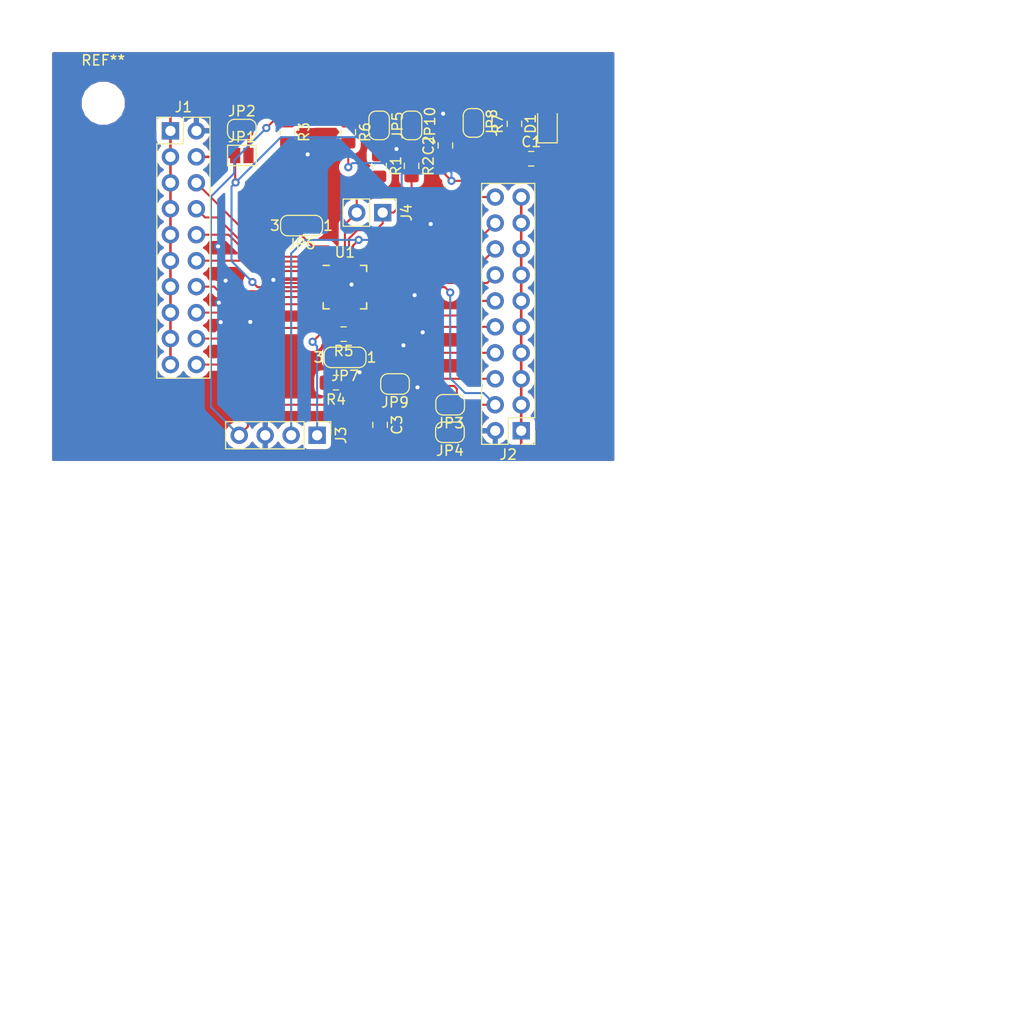
<source format=kicad_pcb>
(kicad_pcb (version 20171130) (host pcbnew 5.0.0-fee4fd1~66~ubuntu18.04.1)

  (general
    (thickness 1.6)
    (drawings 4)
    (tracks 261)
    (zones 0)
    (modules 27)
    (nets 35)
  )

  (page A4)
  (layers
    (0 F.Cu signal)
    (31 B.Cu signal)
    (32 B.Adhes user)
    (33 F.Adhes user)
    (34 B.Paste user)
    (35 F.Paste user)
    (36 B.SilkS user)
    (37 F.SilkS user)
    (38 B.Mask user)
    (39 F.Mask user)
    (40 Dwgs.User user)
    (41 Cmts.User user)
    (42 Eco1.User user)
    (43 Eco2.User user)
    (44 Edge.Cuts user)
    (45 Margin user)
    (46 B.CrtYd user)
    (47 F.CrtYd user)
    (48 B.Fab user)
    (49 F.Fab user)
  )

  (setup
    (last_trace_width 0.25)
    (trace_clearance 0.2)
    (zone_clearance 0.508)
    (zone_45_only no)
    (trace_min 0.2)
    (segment_width 0.2)
    (edge_width 0.15)
    (via_size 0.8)
    (via_drill 0.4)
    (via_min_size 0.4)
    (via_min_drill 0.3)
    (uvia_size 0.3)
    (uvia_drill 0.1)
    (uvias_allowed no)
    (uvia_min_size 0.2)
    (uvia_min_drill 0.1)
    (pcb_text_width 0.3)
    (pcb_text_size 1.5 1.5)
    (mod_edge_width 0.15)
    (mod_text_size 1 1)
    (mod_text_width 0.15)
    (pad_size 1.524 1.524)
    (pad_drill 0.762)
    (pad_to_mask_clearance 0.2)
    (aux_axis_origin 0 0)
    (visible_elements FFFFFF7F)
    (pcbplotparams
      (layerselection 0x010fc_ffffffff)
      (usegerberextensions false)
      (usegerberattributes false)
      (usegerberadvancedattributes false)
      (creategerberjobfile false)
      (excludeedgelayer true)
      (linewidth 0.100000)
      (plotframeref false)
      (viasonmask false)
      (mode 1)
      (useauxorigin false)
      (hpglpennumber 1)
      (hpglpenspeed 20)
      (hpglpendiameter 15.000000)
      (psnegative false)
      (psa4output false)
      (plotreference true)
      (plotvalue true)
      (plotinvisibletext false)
      (padsonsilk false)
      (subtractmaskfromsilk false)
      (outputformat 1)
      (mirror false)
      (drillshape 1)
      (scaleselection 1)
      (outputdirectory ""))
  )

  (net 0 "")
  (net 1 +3V3)
  (net 2 /NRESET)
  (net 3 "Net-(JP6-Pad3)")
  (net 4 /SDA)
  (net 5 /SCL)
  (net 6 /NINT)
  (net 7 "Net-(JP7-Pad3)")
  (net 8 /IO2)
  (net 9 /IO3)
  (net 10 GND)
  (net 11 /VCC1)
  (net 12 /IO4)
  (net 13 /IO5)
  (net 14 /IO6)
  (net 15 /IO7)
  (net 16 /ADDR1)
  (net 17 /OSCIO)
  (net 18 /IO8)
  (net 19 /IO9)
  (net 20 /IO10)
  (net 21 /IO11)
  (net 22 /VCC2)
  (net 23 /IO12)
  (net 24 /IO13)
  (net 25 /IO14)
  (net 26 /IO15)
  (net 27 /ADDR0)
  (net 28 /IO0)
  (net 29 /IO1)
  (net 30 "Net-(J2-Pad1)")
  (net 31 "Net-(J1-Pad1)")
  (net 32 "Net-(JP10-Pad2)")
  (net 33 "Net-(JP5-Pad2)")
  (net 34 "Net-(D1-Pad2)")

  (net_class Default "This is the default net class."
    (clearance 0.2)
    (trace_width 0.25)
    (via_dia 0.8)
    (via_drill 0.4)
    (uvia_dia 0.3)
    (uvia_drill 0.1)
    (add_net "Net-(D1-Pad2)")
    (add_net "Net-(J1-Pad1)")
    (add_net "Net-(J2-Pad1)")
    (add_net "Net-(JP10-Pad2)")
    (add_net "Net-(JP5-Pad2)")
    (add_net "Net-(JP6-Pad3)")
    (add_net "Net-(JP7-Pad3)")
  )

  (net_class 0.2_mil_width ""
    (clearance 0.2)
    (trace_width 0.2)
    (via_dia 0.8)
    (via_drill 0.4)
    (uvia_dia 0.3)
    (uvia_drill 0.1)
    (add_net +3V3)
    (add_net /ADDR0)
    (add_net /ADDR1)
    (add_net /IO0)
    (add_net /IO1)
    (add_net /IO10)
    (add_net /IO11)
    (add_net /IO12)
    (add_net /IO13)
    (add_net /IO14)
    (add_net /IO15)
    (add_net /IO2)
    (add_net /IO3)
    (add_net /IO4)
    (add_net /IO5)
    (add_net /IO6)
    (add_net /IO7)
    (add_net /IO8)
    (add_net /IO9)
    (add_net /NINT)
    (add_net /NRESET)
    (add_net /OSCIO)
    (add_net /SCL)
    (add_net /SDA)
    (add_net /VCC1)
    (add_net /VCC2)
    (add_net GND)
  )

  (module Connector_PinHeader_2.54mm:PinHeader_1x02_P2.54mm_Vertical (layer F.Cu) (tedit 59FED5CC) (tstamp 5BDC484A)
    (at 37.338 20.701 270)
    (descr "Through hole straight pin header, 1x02, 2.54mm pitch, single row")
    (tags "Through hole pin header THT 1x02 2.54mm single row")
    (path /5BD60FD4)
    (fp_text reference J4 (at 0 -2.33 270) (layer F.SilkS)
      (effects (font (size 1 1) (thickness 0.15)))
    )
    (fp_text value Conn_01x06 (at 0 4.87 270) (layer F.Fab)
      (effects (font (size 1 1) (thickness 0.15)))
    )
    (fp_text user %R (at 0 1.27) (layer F.Fab)
      (effects (font (size 1 1) (thickness 0.15)))
    )
    (fp_line (start 1.8 -1.8) (end -1.8 -1.8) (layer F.CrtYd) (width 0.05))
    (fp_line (start 1.8 4.35) (end 1.8 -1.8) (layer F.CrtYd) (width 0.05))
    (fp_line (start -1.8 4.35) (end 1.8 4.35) (layer F.CrtYd) (width 0.05))
    (fp_line (start -1.8 -1.8) (end -1.8 4.35) (layer F.CrtYd) (width 0.05))
    (fp_line (start -1.33 -1.33) (end 0 -1.33) (layer F.SilkS) (width 0.12))
    (fp_line (start -1.33 0) (end -1.33 -1.33) (layer F.SilkS) (width 0.12))
    (fp_line (start -1.33 1.27) (end 1.33 1.27) (layer F.SilkS) (width 0.12))
    (fp_line (start 1.33 1.27) (end 1.33 3.87) (layer F.SilkS) (width 0.12))
    (fp_line (start -1.33 1.27) (end -1.33 3.87) (layer F.SilkS) (width 0.12))
    (fp_line (start -1.33 3.87) (end 1.33 3.87) (layer F.SilkS) (width 0.12))
    (fp_line (start -1.27 -0.635) (end -0.635 -1.27) (layer F.Fab) (width 0.1))
    (fp_line (start -1.27 3.81) (end -1.27 -0.635) (layer F.Fab) (width 0.1))
    (fp_line (start 1.27 3.81) (end -1.27 3.81) (layer F.Fab) (width 0.1))
    (fp_line (start 1.27 -1.27) (end 1.27 3.81) (layer F.Fab) (width 0.1))
    (fp_line (start -0.635 -1.27) (end 1.27 -1.27) (layer F.Fab) (width 0.1))
    (pad 2 thru_hole oval (at 0 2.54 270) (size 1.7 1.7) (drill 1) (layers *.Cu *.Mask)
      (net 5 /SCL))
    (pad 1 thru_hole rect (at 0 0 270) (size 1.7 1.7) (drill 1) (layers *.Cu *.Mask)
      (net 4 /SDA))
    (model ${KISYS3DMOD}/Connector_PinHeader_2.54mm.3dshapes/PinHeader_1x02_P2.54mm_Vertical.wrl
      (at (xyz 0 0 0))
      (scale (xyz 1 1 1))
      (rotate (xyz 0 0 0))
    )
  )

  (module Connector_PinHeader_2.54mm:PinHeader_1x04_P2.54mm_Vertical (layer F.Cu) (tedit 59FED5CC) (tstamp 5BDC481D)
    (at 30.9245 42.4815 270)
    (descr "Through hole straight pin header, 1x04, 2.54mm pitch, single row")
    (tags "Through hole pin header THT 1x04 2.54mm single row")
    (path /5BC5C47F)
    (fp_text reference J3 (at 0 -2.33 270) (layer F.SilkS)
      (effects (font (size 1 1) (thickness 0.15)))
    )
    (fp_text value Conn_01x06 (at 0 9.95 270) (layer F.Fab)
      (effects (font (size 1 1) (thickness 0.15)))
    )
    (fp_line (start -0.635 -1.27) (end 1.27 -1.27) (layer F.Fab) (width 0.1))
    (fp_line (start 1.27 -1.27) (end 1.27 8.89) (layer F.Fab) (width 0.1))
    (fp_line (start 1.27 8.89) (end -1.27 8.89) (layer F.Fab) (width 0.1))
    (fp_line (start -1.27 8.89) (end -1.27 -0.635) (layer F.Fab) (width 0.1))
    (fp_line (start -1.27 -0.635) (end -0.635 -1.27) (layer F.Fab) (width 0.1))
    (fp_line (start -1.33 8.95) (end 1.33 8.95) (layer F.SilkS) (width 0.12))
    (fp_line (start -1.33 1.27) (end -1.33 8.95) (layer F.SilkS) (width 0.12))
    (fp_line (start 1.33 1.27) (end 1.33 8.95) (layer F.SilkS) (width 0.12))
    (fp_line (start -1.33 1.27) (end 1.33 1.27) (layer F.SilkS) (width 0.12))
    (fp_line (start -1.33 0) (end -1.33 -1.33) (layer F.SilkS) (width 0.12))
    (fp_line (start -1.33 -1.33) (end 0 -1.33) (layer F.SilkS) (width 0.12))
    (fp_line (start -1.8 -1.8) (end -1.8 9.4) (layer F.CrtYd) (width 0.05))
    (fp_line (start -1.8 9.4) (end 1.8 9.4) (layer F.CrtYd) (width 0.05))
    (fp_line (start 1.8 9.4) (end 1.8 -1.8) (layer F.CrtYd) (width 0.05))
    (fp_line (start 1.8 -1.8) (end -1.8 -1.8) (layer F.CrtYd) (width 0.05))
    (fp_text user %R (at 0 3.81) (layer F.Fab)
      (effects (font (size 1 1) (thickness 0.15)))
    )
    (pad 1 thru_hole rect (at 0 0 270) (size 1.7 1.7) (drill 1) (layers *.Cu *.Mask)
      (net 6 /NINT))
    (pad 2 thru_hole oval (at 0 2.54 270) (size 1.7 1.7) (drill 1) (layers *.Cu *.Mask)
      (net 2 /NRESET))
    (pad 3 thru_hole oval (at 0 5.08 270) (size 1.7 1.7) (drill 1) (layers *.Cu *.Mask)
      (net 10 GND))
    (pad 4 thru_hole oval (at 0 7.62 270) (size 1.7 1.7) (drill 1) (layers *.Cu *.Mask)
      (net 1 +3V3))
    (model ${KISYS3DMOD}/Connector_PinHeader_2.54mm.3dshapes/PinHeader_1x04_P2.54mm_Vertical.wrl
      (at (xyz 0 0 0))
      (scale (xyz 1 1 1))
      (rotate (xyz 0 0 0))
    )
  )

  (module Package_DFN_QFN:UQFN-28-1EP_4x4mm_P0.4mm_EP2.35x2.35mm (layer F.Cu) (tedit 5A65DB17) (tstamp 5BDC45C8)
    (at 33.6423 27.9908)
    (descr "28-Lead Plastic Ultra Thin Quad Flat, No Lead Package (MV) - 4x4x0.5 mm Body [UQFN]; (see Microchip Packaging Specification 00000049BS.pdf)")
    (tags "QFN 0.4")
    (path /5BC06492)
    (attr smd)
    (fp_text reference U1 (at 0 -3.4) (layer F.SilkS)
      (effects (font (size 1 1) (thickness 0.15)))
    )
    (fp_text value SX1509 (at 0 3.4) (layer F.Fab)
      (effects (font (size 1 1) (thickness 0.15)))
    )
    (fp_text user %R (at 0 0) (layer F.Fab)
      (effects (font (size 1 1) (thickness 0.15)))
    )
    (fp_line (start -1 -2) (end 2 -2) (layer F.Fab) (width 0.15))
    (fp_line (start 2 -2) (end 2 2) (layer F.Fab) (width 0.15))
    (fp_line (start 2 2) (end -2 2) (layer F.Fab) (width 0.15))
    (fp_line (start -2 2) (end -2 -1) (layer F.Fab) (width 0.15))
    (fp_line (start -2 -1) (end -1 -2) (layer F.Fab) (width 0.15))
    (fp_line (start -2.65 -2.65) (end -2.65 2.65) (layer F.CrtYd) (width 0.05))
    (fp_line (start 2.65 -2.65) (end 2.65 2.65) (layer F.CrtYd) (width 0.05))
    (fp_line (start -2.65 -2.65) (end 2.65 -2.65) (layer F.CrtYd) (width 0.05))
    (fp_line (start -2.65 2.65) (end 2.65 2.65) (layer F.CrtYd) (width 0.05))
    (fp_line (start 2.125 -2.125) (end 2.125 -1.525) (layer F.SilkS) (width 0.15))
    (fp_line (start -2.125 2.125) (end -2.125 1.525) (layer F.SilkS) (width 0.15))
    (fp_line (start 2.125 2.125) (end 2.125 1.525) (layer F.SilkS) (width 0.15))
    (fp_line (start -2.125 -2.125) (end -1.525 -2.125) (layer F.SilkS) (width 0.15))
    (fp_line (start -2.125 2.125) (end -1.525 2.125) (layer F.SilkS) (width 0.15))
    (fp_line (start 2.125 2.125) (end 1.525 2.125) (layer F.SilkS) (width 0.15))
    (fp_line (start 2.125 -2.125) (end 1.525 -2.125) (layer F.SilkS) (width 0.15))
    (pad 1 smd rect (at -2 -1.2) (size 0.8 0.2) (layers F.Cu F.Paste F.Mask)
      (net 8 /IO2))
    (pad 2 smd rect (at -2 -0.8) (size 0.8 0.2) (layers F.Cu F.Paste F.Mask)
      (net 9 /IO3))
    (pad 3 smd rect (at -2 -0.4) (size 0.8 0.2) (layers F.Cu F.Paste F.Mask)
      (net 10 GND))
    (pad 4 smd rect (at -2 0) (size 0.8 0.2) (layers F.Cu F.Paste F.Mask)
      (net 11 /VCC1))
    (pad 5 smd rect (at -2 0.4) (size 0.8 0.2) (layers F.Cu F.Paste F.Mask)
      (net 12 /IO4))
    (pad 6 smd rect (at -2 0.8) (size 0.8 0.2) (layers F.Cu F.Paste F.Mask)
      (net 13 /IO5))
    (pad 7 smd rect (at -2 1.2) (size 0.8 0.2) (layers F.Cu F.Paste F.Mask)
      (net 14 /IO6))
    (pad 8 smd rect (at -1.2 2 90) (size 0.8 0.2) (layers F.Cu F.Paste F.Mask)
      (net 15 /IO7))
    (pad 9 smd rect (at -0.8 2 90) (size 0.8 0.2) (layers F.Cu F.Paste F.Mask)
      (net 6 /NINT))
    (pad 10 smd rect (at -0.4 2 90) (size 0.8 0.2) (layers F.Cu F.Paste F.Mask)
      (net 16 /ADDR1))
    (pad 11 smd rect (at 0 2 90) (size 0.8 0.2) (layers F.Cu F.Paste F.Mask)
      (net 17 /OSCIO))
    (pad 12 smd rect (at 0.4 2 90) (size 0.8 0.2) (layers F.Cu F.Paste F.Mask)
      (net 1 +3V3))
    (pad 13 smd rect (at 0.8 2 90) (size 0.8 0.2) (layers F.Cu F.Paste F.Mask)
      (net 18 /IO8))
    (pad 14 smd rect (at 1.2 2 90) (size 0.8 0.2) (layers F.Cu F.Paste F.Mask)
      (net 19 /IO9))
    (pad 15 smd rect (at 2 1.2) (size 0.8 0.2) (layers F.Cu F.Paste F.Mask)
      (net 20 /IO10))
    (pad 16 smd rect (at 2 0.8) (size 0.8 0.2) (layers F.Cu F.Paste F.Mask)
      (net 21 /IO11))
    (pad 17 smd rect (at 2 0.4) (size 0.8 0.2) (layers F.Cu F.Paste F.Mask)
      (net 10 GND))
    (pad 18 smd rect (at 2 0) (size 0.8 0.2) (layers F.Cu F.Paste F.Mask)
      (net 22 /VCC2))
    (pad 19 smd rect (at 2 -0.4) (size 0.8 0.2) (layers F.Cu F.Paste F.Mask)
      (net 23 /IO12))
    (pad 20 smd rect (at 2 -0.8) (size 0.8 0.2) (layers F.Cu F.Paste F.Mask)
      (net 24 /IO13))
    (pad 21 smd rect (at 2 -1.2) (size 0.8 0.2) (layers F.Cu F.Paste F.Mask)
      (net 25 /IO14))
    (pad 22 smd rect (at 1.2 -2 90) (size 0.8 0.2) (layers F.Cu F.Paste F.Mask)
      (net 26 /IO15))
    (pad 23 smd rect (at 0.8 -2 90) (size 0.8 0.2) (layers F.Cu F.Paste F.Mask)
      (net 2 /NRESET))
    (pad 24 smd rect (at 0.4 -2 90) (size 0.8 0.2) (layers F.Cu F.Paste F.Mask)
      (net 4 /SDA))
    (pad 25 smd rect (at 0 -2 90) (size 0.8 0.2) (layers F.Cu F.Paste F.Mask)
      (net 5 /SCL))
    (pad 26 smd rect (at -0.4 -2 90) (size 0.8 0.2) (layers F.Cu F.Paste F.Mask)
      (net 27 /ADDR0))
    (pad 27 smd rect (at -0.8 -2 90) (size 0.8 0.2) (layers F.Cu F.Paste F.Mask)
      (net 28 /IO0))
    (pad 28 smd rect (at -1.2 -2 90) (size 0.8 0.2) (layers F.Cu F.Paste F.Mask)
      (net 29 /IO1))
    (pad "" smd rect (at 0.5875 0.5875) (size 0.95 0.95) (layers F.Paste))
    (pad 29 smd rect (at 0 0) (size 2.35 2.35) (layers F.Cu F.Paste F.Mask)
      (net 10 GND))
    (pad "" smd rect (at -0.5875 0.5875) (size 0.95 0.95) (layers F.Paste))
    (pad "" smd rect (at -0.5875 -0.5875) (size 0.95 0.95) (layers F.Paste))
    (pad "" smd rect (at 0.5875 -0.5875) (size 0.95 0.95) (layers F.Paste))
    (model ${KISYS3DMOD}/Package_DFN_QFN.3dshapes/UQFN-28-1EP_4x4mm_P0.4mm_EP2.35x2.35mm.wrl
      (at (xyz 0 0 0))
      (scale (xyz 1 1 1))
      (rotate (xyz 0 0 0))
    )
  )

  (module Resistor_SMD:R_0805_2012Metric_Pad1.15x1.40mm_HandSolder (layer F.Cu) (tedit 5B36C52B) (tstamp 5BDC1BBD)
    (at 40.163735 16.138 270)
    (descr "Resistor SMD 0805 (2012 Metric), square (rectangular) end terminal, IPC_7351 nominal with elongated pad for handsoldering. (Body size source: https://docs.google.com/spreadsheets/d/1BsfQQcO9C6DZCsRaXUlFlo91Tg2WpOkGARC1WS5S8t0/edit?usp=sharing), generated with kicad-footprint-generator")
    (tags "resistor handsolder")
    (path /5BC13B60)
    (attr smd)
    (fp_text reference R2 (at 0 -1.65 270) (layer F.SilkS)
      (effects (font (size 1 1) (thickness 0.15)))
    )
    (fp_text value 103 (at 0 1.65 270) (layer F.Fab)
      (effects (font (size 1 1) (thickness 0.15)))
    )
    (fp_line (start -1 0.6) (end -1 -0.6) (layer F.Fab) (width 0.1))
    (fp_line (start -1 -0.6) (end 1 -0.6) (layer F.Fab) (width 0.1))
    (fp_line (start 1 -0.6) (end 1 0.6) (layer F.Fab) (width 0.1))
    (fp_line (start 1 0.6) (end -1 0.6) (layer F.Fab) (width 0.1))
    (fp_line (start -0.261252 -0.71) (end 0.261252 -0.71) (layer F.SilkS) (width 0.12))
    (fp_line (start -0.261252 0.71) (end 0.261252 0.71) (layer F.SilkS) (width 0.12))
    (fp_line (start -1.85 0.95) (end -1.85 -0.95) (layer F.CrtYd) (width 0.05))
    (fp_line (start -1.85 -0.95) (end 1.85 -0.95) (layer F.CrtYd) (width 0.05))
    (fp_line (start 1.85 -0.95) (end 1.85 0.95) (layer F.CrtYd) (width 0.05))
    (fp_line (start 1.85 0.95) (end -1.85 0.95) (layer F.CrtYd) (width 0.05))
    (fp_text user %R (at 0 0 270) (layer F.Fab)
      (effects (font (size 0.5 0.5) (thickness 0.08)))
    )
    (pad 1 smd roundrect (at -1.025 0 270) (size 1.15 1.4) (layers F.Cu F.Paste F.Mask) (roundrect_rratio 0.217391)
      (net 32 "Net-(JP10-Pad2)"))
    (pad 2 smd roundrect (at 1.025 0 270) (size 1.15 1.4) (layers F.Cu F.Paste F.Mask) (roundrect_rratio 0.217391)
      (net 4 /SDA))
    (model ${KISYS3DMOD}/Resistor_SMD.3dshapes/R_0805_2012Metric.wrl
      (at (xyz 0 0 0))
      (scale (xyz 1 1 1))
      (rotate (xyz 0 0 0))
    )
  )

  (module Jumper:SolderJumper-2_P1.3mm_Bridged_RoundedPad1.0x1.5mm (layer F.Cu) (tedit 5B391ABA) (tstamp 5BDC1B88)
    (at 40.163735 12.169651 270)
    (descr "SMD Solder Jumper, 1x1.5mm, rounded Pads, 0.3mm gap, bridged with 1 copper strip")
    (tags "solder jumper open")
    (path /5BCAABE0)
    (attr virtual)
    (fp_text reference JP10 (at 0 -1.8 270) (layer F.SilkS)
      (effects (font (size 1 1) (thickness 0.15)))
    )
    (fp_text value SDA_EN (at 0 1.9 270) (layer F.Fab)
      (effects (font (size 1 1) (thickness 0.15)))
    )
    (fp_line (start 1.65 1.25) (end -1.65 1.25) (layer F.CrtYd) (width 0.05))
    (fp_line (start 1.65 1.25) (end 1.65 -1.25) (layer F.CrtYd) (width 0.05))
    (fp_line (start -1.65 -1.25) (end -1.65 1.25) (layer F.CrtYd) (width 0.05))
    (fp_line (start -1.65 -1.25) (end 1.65 -1.25) (layer F.CrtYd) (width 0.05))
    (fp_line (start -0.7 -1) (end 0.7 -1) (layer F.SilkS) (width 0.12))
    (fp_line (start 1.4 -0.3) (end 1.4 0.3) (layer F.SilkS) (width 0.12))
    (fp_line (start 0.7 1) (end -0.7 1) (layer F.SilkS) (width 0.12))
    (fp_line (start -1.4 0.3) (end -1.4 -0.3) (layer F.SilkS) (width 0.12))
    (fp_arc (start -0.7 -0.3) (end -0.7 -1) (angle -90) (layer F.SilkS) (width 0.12))
    (fp_arc (start -0.7 0.3) (end -1.4 0.3) (angle -90) (layer F.SilkS) (width 0.12))
    (fp_arc (start 0.7 0.3) (end 0.7 1) (angle -90) (layer F.SilkS) (width 0.12))
    (fp_arc (start 0.7 -0.3) (end 1.4 -0.3) (angle -90) (layer F.SilkS) (width 0.12))
    (pad 2 smd custom (at 0.65 0 270) (size 1 0.5) (layers F.Cu F.Mask)
      (net 32 "Net-(JP10-Pad2)") (zone_connect 0)
      (options (clearance outline) (anchor rect))
      (primitives
        (gr_circle (center 0 0.25) (end 0.5 0.25) (width 0))
        (gr_circle (center 0 -0.25) (end 0.5 -0.25) (width 0))
        (gr_poly (pts
           (xy 0 -0.75) (xy -0.5 -0.75) (xy -0.5 0.75) (xy 0 0.75)) (width 0))
      ))
    (pad 1 smd custom (at -0.65 0 270) (size 1 0.5) (layers F.Cu F.Mask)
      (net 1 +3V3) (zone_connect 0)
      (options (clearance outline) (anchor rect))
      (primitives
        (gr_circle (center 0 0.25) (end 0.5 0.25) (width 0))
        (gr_circle (center 0 -0.25) (end 0.5 -0.25) (width 0))
        (gr_poly (pts
           (xy 0 -0.75) (xy 0.5 -0.75) (xy 0.5 0.75) (xy 0 0.75)) (width 0))
        (gr_poly (pts
           (xy 0.9 -0.3) (xy 0.4 -0.3) (xy 0.4 0.3) (xy 0.9 0.3)) (width 0))
      ))
  )

  (module Jumper:SolderJumper-2_P1.3mm_Bridged_RoundedPad1.0x1.5mm (layer F.Cu) (tedit 5B391ABA) (tstamp 5BDC18A1)
    (at 36.988735 12.169651 270)
    (descr "SMD Solder Jumper, 1x1.5mm, rounded Pads, 0.3mm gap, bridged with 1 copper strip")
    (tags "solder jumper open")
    (path /5BC9DC52)
    (attr virtual)
    (fp_text reference JP5 (at 0 -1.8 270) (layer F.SilkS)
      (effects (font (size 1 1) (thickness 0.15)))
    )
    (fp_text value SCL_EN (at 0 1.9 270) (layer F.Fab)
      (effects (font (size 1 1) (thickness 0.15)))
    )
    (fp_arc (start 0.7 -0.3) (end 1.4 -0.3) (angle -90) (layer F.SilkS) (width 0.12))
    (fp_arc (start 0.7 0.3) (end 0.7 1) (angle -90) (layer F.SilkS) (width 0.12))
    (fp_arc (start -0.7 0.3) (end -1.4 0.3) (angle -90) (layer F.SilkS) (width 0.12))
    (fp_arc (start -0.7 -0.3) (end -0.7 -1) (angle -90) (layer F.SilkS) (width 0.12))
    (fp_line (start -1.4 0.3) (end -1.4 -0.3) (layer F.SilkS) (width 0.12))
    (fp_line (start 0.7 1) (end -0.7 1) (layer F.SilkS) (width 0.12))
    (fp_line (start 1.4 -0.3) (end 1.4 0.3) (layer F.SilkS) (width 0.12))
    (fp_line (start -0.7 -1) (end 0.7 -1) (layer F.SilkS) (width 0.12))
    (fp_line (start -1.65 -1.25) (end 1.65 -1.25) (layer F.CrtYd) (width 0.05))
    (fp_line (start -1.65 -1.25) (end -1.65 1.25) (layer F.CrtYd) (width 0.05))
    (fp_line (start 1.65 1.25) (end 1.65 -1.25) (layer F.CrtYd) (width 0.05))
    (fp_line (start 1.65 1.25) (end -1.65 1.25) (layer F.CrtYd) (width 0.05))
    (pad 1 smd custom (at -0.65 0 270) (size 1 0.5) (layers F.Cu F.Mask)
      (net 1 +3V3) (zone_connect 0)
      (options (clearance outline) (anchor rect))
      (primitives
        (gr_circle (center 0 0.25) (end 0.5 0.25) (width 0))
        (gr_circle (center 0 -0.25) (end 0.5 -0.25) (width 0))
        (gr_poly (pts
           (xy 0 -0.75) (xy 0.5 -0.75) (xy 0.5 0.75) (xy 0 0.75)) (width 0))
        (gr_poly (pts
           (xy 0.9 -0.3) (xy 0.4 -0.3) (xy 0.4 0.3) (xy 0.9 0.3)) (width 0))
      ))
    (pad 2 smd custom (at 0.65 0 270) (size 1 0.5) (layers F.Cu F.Mask)
      (net 33 "Net-(JP5-Pad2)") (zone_connect 0)
      (options (clearance outline) (anchor rect))
      (primitives
        (gr_circle (center 0 0.25) (end 0.5 0.25) (width 0))
        (gr_circle (center 0 -0.25) (end 0.5 -0.25) (width 0))
        (gr_poly (pts
           (xy 0 -0.75) (xy -0.5 -0.75) (xy -0.5 0.75) (xy 0 0.75)) (width 0))
      ))
  )

  (module Resistor_SMD:R_0805_2012Metric_Pad1.15x1.40mm_HandSolder (layer F.Cu) (tedit 5B36C52B) (tstamp 5BDC3942)
    (at 36.988735 16.138 270)
    (descr "Resistor SMD 0805 (2012 Metric), square (rectangular) end terminal, IPC_7351 nominal with elongated pad for handsoldering. (Body size source: https://docs.google.com/spreadsheets/d/1BsfQQcO9C6DZCsRaXUlFlo91Tg2WpOkGARC1WS5S8t0/edit?usp=sharing), generated with kicad-footprint-generator")
    (tags "resistor handsolder")
    (path /5BC13AF2)
    (attr smd)
    (fp_text reference R1 (at 0 -1.65 270) (layer F.SilkS)
      (effects (font (size 1 1) (thickness 0.15)))
    )
    (fp_text value 103 (at 0 1.65 270) (layer F.Fab)
      (effects (font (size 1 1) (thickness 0.15)))
    )
    (fp_text user %R (at 0 0 270) (layer F.Fab)
      (effects (font (size 0.5 0.5) (thickness 0.08)))
    )
    (fp_line (start 1.85 0.95) (end -1.85 0.95) (layer F.CrtYd) (width 0.05))
    (fp_line (start 1.85 -0.95) (end 1.85 0.95) (layer F.CrtYd) (width 0.05))
    (fp_line (start -1.85 -0.95) (end 1.85 -0.95) (layer F.CrtYd) (width 0.05))
    (fp_line (start -1.85 0.95) (end -1.85 -0.95) (layer F.CrtYd) (width 0.05))
    (fp_line (start -0.261252 0.71) (end 0.261252 0.71) (layer F.SilkS) (width 0.12))
    (fp_line (start -0.261252 -0.71) (end 0.261252 -0.71) (layer F.SilkS) (width 0.12))
    (fp_line (start 1 0.6) (end -1 0.6) (layer F.Fab) (width 0.1))
    (fp_line (start 1 -0.6) (end 1 0.6) (layer F.Fab) (width 0.1))
    (fp_line (start -1 -0.6) (end 1 -0.6) (layer F.Fab) (width 0.1))
    (fp_line (start -1 0.6) (end -1 -0.6) (layer F.Fab) (width 0.1))
    (pad 2 smd roundrect (at 1.025 0 270) (size 1.15 1.4) (layers F.Cu F.Paste F.Mask) (roundrect_rratio 0.217391)
      (net 5 /SCL))
    (pad 1 smd roundrect (at -1.025 0 270) (size 1.15 1.4) (layers F.Cu F.Paste F.Mask) (roundrect_rratio 0.217391)
      (net 33 "Net-(JP5-Pad2)"))
    (model ${KISYS3DMOD}/Resistor_SMD.3dshapes/R_0805_2012Metric.wrl
      (at (xyz 0 0 0))
      (scale (xyz 1 1 1))
      (rotate (xyz 0 0 0))
    )
  )

  (module LED_SMD:LED_0805_2012Metric_Pad1.15x1.40mm_HandSolder (layer F.Cu) (tedit 5B4B45C9) (tstamp 5BDBB4D7)
    (at 53.4543 12.0142 90)
    (descr "LED SMD 0805 (2012 Metric), square (rectangular) end terminal, IPC_7351 nominal, (Body size source: https://docs.google.com/spreadsheets/d/1BsfQQcO9C6DZCsRaXUlFlo91Tg2WpOkGARC1WS5S8t0/edit?usp=sharing), generated with kicad-footprint-generator")
    (tags "LED handsolder")
    (path /5BCBF889)
    (attr smd)
    (fp_text reference D1 (at 0 -1.65 90) (layer F.SilkS)
      (effects (font (size 1 1) (thickness 0.15)))
    )
    (fp_text value LED (at 0 1.65 90) (layer F.Fab)
      (effects (font (size 1 1) (thickness 0.15)))
    )
    (fp_line (start 1 -0.6) (end -0.7 -0.6) (layer F.Fab) (width 0.1))
    (fp_line (start -0.7 -0.6) (end -1 -0.3) (layer F.Fab) (width 0.1))
    (fp_line (start -1 -0.3) (end -1 0.6) (layer F.Fab) (width 0.1))
    (fp_line (start -1 0.6) (end 1 0.6) (layer F.Fab) (width 0.1))
    (fp_line (start 1 0.6) (end 1 -0.6) (layer F.Fab) (width 0.1))
    (fp_line (start 1 -0.96) (end -1.86 -0.96) (layer F.SilkS) (width 0.12))
    (fp_line (start -1.86 -0.96) (end -1.86 0.96) (layer F.SilkS) (width 0.12))
    (fp_line (start -1.86 0.96) (end 1 0.96) (layer F.SilkS) (width 0.12))
    (fp_line (start -1.85 0.95) (end -1.85 -0.95) (layer F.CrtYd) (width 0.05))
    (fp_line (start -1.85 -0.95) (end 1.85 -0.95) (layer F.CrtYd) (width 0.05))
    (fp_line (start 1.85 -0.95) (end 1.85 0.95) (layer F.CrtYd) (width 0.05))
    (fp_line (start 1.85 0.95) (end -1.85 0.95) (layer F.CrtYd) (width 0.05))
    (fp_text user %R (at 0 0 90) (layer F.Fab)
      (effects (font (size 0.5 0.5) (thickness 0.08)))
    )
    (pad 1 smd roundrect (at -1.025 0 90) (size 1.15 1.4) (layers F.Cu F.Paste F.Mask) (roundrect_rratio 0.217391)
      (net 10 GND))
    (pad 2 smd roundrect (at 1.025 0 90) (size 1.15 1.4) (layers F.Cu F.Paste F.Mask) (roundrect_rratio 0.217391)
      (net 34 "Net-(D1-Pad2)"))
    (model ${KISYS3DMOD}/LED_SMD.3dshapes/LED_0805_2012Metric.wrl
      (at (xyz 0 0 0))
      (scale (xyz 1 1 1))
      (rotate (xyz 0 0 0))
    )
  )

  (module Resistor_SMD:R_0805_2012Metric_Pad1.15x1.40mm_HandSolder (layer F.Cu) (tedit 5B36C52B) (tstamp 5BDBB45A)
    (at 50.2285 12.0142 90)
    (descr "Resistor SMD 0805 (2012 Metric), square (rectangular) end terminal, IPC_7351 nominal with elongated pad for handsoldering. (Body size source: https://docs.google.com/spreadsheets/d/1BsfQQcO9C6DZCsRaXUlFlo91Tg2WpOkGARC1WS5S8t0/edit?usp=sharing), generated with kicad-footprint-generator")
    (tags "resistor handsolder")
    (path /5BCBF584)
    (attr smd)
    (fp_text reference R7 (at 0 -1.65 90) (layer F.SilkS)
      (effects (font (size 1 1) (thickness 0.15)))
    )
    (fp_text value 102 (at 0 1.65 90) (layer F.Fab)
      (effects (font (size 1 1) (thickness 0.15)))
    )
    (fp_line (start -1 0.6) (end -1 -0.6) (layer F.Fab) (width 0.1))
    (fp_line (start -1 -0.6) (end 1 -0.6) (layer F.Fab) (width 0.1))
    (fp_line (start 1 -0.6) (end 1 0.6) (layer F.Fab) (width 0.1))
    (fp_line (start 1 0.6) (end -1 0.6) (layer F.Fab) (width 0.1))
    (fp_line (start -0.261252 -0.71) (end 0.261252 -0.71) (layer F.SilkS) (width 0.12))
    (fp_line (start -0.261252 0.71) (end 0.261252 0.71) (layer F.SilkS) (width 0.12))
    (fp_line (start -1.85 0.95) (end -1.85 -0.95) (layer F.CrtYd) (width 0.05))
    (fp_line (start -1.85 -0.95) (end 1.85 -0.95) (layer F.CrtYd) (width 0.05))
    (fp_line (start 1.85 -0.95) (end 1.85 0.95) (layer F.CrtYd) (width 0.05))
    (fp_line (start 1.85 0.95) (end -1.85 0.95) (layer F.CrtYd) (width 0.05))
    (fp_text user %R (at 0 0 90) (layer F.Fab)
      (effects (font (size 0.5 0.5) (thickness 0.08)))
    )
    (pad 1 smd roundrect (at -1.025 0 90) (size 1.15 1.4) (layers F.Cu F.Paste F.Mask) (roundrect_rratio 0.217391)
      (net 1 +3V3))
    (pad 2 smd roundrect (at 1.025 0 90) (size 1.15 1.4) (layers F.Cu F.Paste F.Mask) (roundrect_rratio 0.217391)
      (net 34 "Net-(D1-Pad2)"))
    (model ${KISYS3DMOD}/Resistor_SMD.3dshapes/R_0805_2012Metric.wrl
      (at (xyz 0 0 0))
      (scale (xyz 1 1 1))
      (rotate (xyz 0 0 0))
    )
  )

  (module Capacitor_SMD:C_0805_2012Metric_Pad1.15x1.40mm_HandSolder (layer F.Cu) (tedit 5B36C52B) (tstamp 5BDC3E33)
    (at 51.8705 15.4305)
    (descr "Capacitor SMD 0805 (2012 Metric), square (rectangular) end terminal, IPC_7351 nominal with elongated pad for handsoldering. (Body size source: https://docs.google.com/spreadsheets/d/1BsfQQcO9C6DZCsRaXUlFlo91Tg2WpOkGARC1WS5S8t0/edit?usp=sharing), generated with kicad-footprint-generator")
    (tags "capacitor handsolder")
    (path /5BC0D73D)
    (attr smd)
    (fp_text reference C1 (at 0 -1.65) (layer F.SilkS)
      (effects (font (size 1 1) (thickness 0.15)))
    )
    (fp_text value 106 (at 0 1.65) (layer F.Fab)
      (effects (font (size 1 1) (thickness 0.15)))
    )
    (fp_line (start -1 0.6) (end -1 -0.6) (layer F.Fab) (width 0.1))
    (fp_line (start -1 -0.6) (end 1 -0.6) (layer F.Fab) (width 0.1))
    (fp_line (start 1 -0.6) (end 1 0.6) (layer F.Fab) (width 0.1))
    (fp_line (start 1 0.6) (end -1 0.6) (layer F.Fab) (width 0.1))
    (fp_line (start -0.261252 -0.71) (end 0.261252 -0.71) (layer F.SilkS) (width 0.12))
    (fp_line (start -0.261252 0.71) (end 0.261252 0.71) (layer F.SilkS) (width 0.12))
    (fp_line (start -1.85 0.95) (end -1.85 -0.95) (layer F.CrtYd) (width 0.05))
    (fp_line (start -1.85 -0.95) (end 1.85 -0.95) (layer F.CrtYd) (width 0.05))
    (fp_line (start 1.85 -0.95) (end 1.85 0.95) (layer F.CrtYd) (width 0.05))
    (fp_line (start 1.85 0.95) (end -1.85 0.95) (layer F.CrtYd) (width 0.05))
    (fp_text user %R (at 0 0) (layer F.Fab)
      (effects (font (size 0.5 0.5) (thickness 0.08)))
    )
    (pad 1 smd roundrect (at -1.025 0) (size 1.15 1.4) (layers F.Cu F.Paste F.Mask) (roundrect_rratio 0.217391)
      (net 1 +3V3))
    (pad 2 smd roundrect (at 1.025 0) (size 1.15 1.4) (layers F.Cu F.Paste F.Mask) (roundrect_rratio 0.217391)
      (net 10 GND))
    (model ${KISYS3DMOD}/Capacitor_SMD.3dshapes/C_0805_2012Metric.wrl
      (at (xyz 0 0 0))
      (scale (xyz 1 1 1))
      (rotate (xyz 0 0 0))
    )
  )

  (module Capacitor_SMD:C_0805_2012Metric_Pad1.15x1.40mm_HandSolder (layer F.Cu) (tedit 5B36C52B) (tstamp 5BDC2C2B)
    (at 37.084 41.4655 270)
    (descr "Capacitor SMD 0805 (2012 Metric), square (rectangular) end terminal, IPC_7351 nominal with elongated pad for handsoldering. (Body size source: https://docs.google.com/spreadsheets/d/1BsfQQcO9C6DZCsRaXUlFlo91Tg2WpOkGARC1WS5S8t0/edit?usp=sharing), generated with kicad-footprint-generator")
    (tags "capacitor handsolder")
    (path /5BC06A2B)
    (attr smd)
    (fp_text reference C3 (at 0 -1.65 270) (layer F.SilkS)
      (effects (font (size 1 1) (thickness 0.15)))
    )
    (fp_text value 106 (at 0 1.65 270) (layer F.Fab)
      (effects (font (size 1 1) (thickness 0.15)))
    )
    (fp_text user %R (at 0 0 270) (layer F.Fab)
      (effects (font (size 0.5 0.5) (thickness 0.08)))
    )
    (fp_line (start 1.85 0.95) (end -1.85 0.95) (layer F.CrtYd) (width 0.05))
    (fp_line (start 1.85 -0.95) (end 1.85 0.95) (layer F.CrtYd) (width 0.05))
    (fp_line (start -1.85 -0.95) (end 1.85 -0.95) (layer F.CrtYd) (width 0.05))
    (fp_line (start -1.85 0.95) (end -1.85 -0.95) (layer F.CrtYd) (width 0.05))
    (fp_line (start -0.261252 0.71) (end 0.261252 0.71) (layer F.SilkS) (width 0.12))
    (fp_line (start -0.261252 -0.71) (end 0.261252 -0.71) (layer F.SilkS) (width 0.12))
    (fp_line (start 1 0.6) (end -1 0.6) (layer F.Fab) (width 0.1))
    (fp_line (start 1 -0.6) (end 1 0.6) (layer F.Fab) (width 0.1))
    (fp_line (start -1 -0.6) (end 1 -0.6) (layer F.Fab) (width 0.1))
    (fp_line (start -1 0.6) (end -1 -0.6) (layer F.Fab) (width 0.1))
    (pad 2 smd roundrect (at 1.025 0 270) (size 1.15 1.4) (layers F.Cu F.Paste F.Mask) (roundrect_rratio 0.217391)
      (net 10 GND))
    (pad 1 smd roundrect (at -1.025 0 270) (size 1.15 1.4) (layers F.Cu F.Paste F.Mask) (roundrect_rratio 0.217391)
      (net 22 /VCC2))
    (model ${KISYS3DMOD}/Capacitor_SMD.3dshapes/C_0805_2012Metric.wrl
      (at (xyz 0 0 0))
      (scale (xyz 1 1 1))
      (rotate (xyz 0 0 0))
    )
  )

  (module Capacitor_SMD:C_0805_2012Metric_Pad1.15x1.40mm_HandSolder (layer F.Cu) (tedit 5B36C52B) (tstamp 5BDB7E24)
    (at 43.4721 14.1351 90)
    (descr "Capacitor SMD 0805 (2012 Metric), square (rectangular) end terminal, IPC_7351 nominal with elongated pad for handsoldering. (Body size source: https://docs.google.com/spreadsheets/d/1BsfQQcO9C6DZCsRaXUlFlo91Tg2WpOkGARC1WS5S8t0/edit?usp=sharing), generated with kicad-footprint-generator")
    (tags "capacitor handsolder")
    (path /5BC065D3)
    (attr smd)
    (fp_text reference C2 (at 0 -1.65 90) (layer F.SilkS)
      (effects (font (size 1 1) (thickness 0.15)))
    )
    (fp_text value 106 (at 0 1.65 90) (layer F.Fab)
      (effects (font (size 1 1) (thickness 0.15)))
    )
    (fp_line (start -1 0.6) (end -1 -0.6) (layer F.Fab) (width 0.1))
    (fp_line (start -1 -0.6) (end 1 -0.6) (layer F.Fab) (width 0.1))
    (fp_line (start 1 -0.6) (end 1 0.6) (layer F.Fab) (width 0.1))
    (fp_line (start 1 0.6) (end -1 0.6) (layer F.Fab) (width 0.1))
    (fp_line (start -0.261252 -0.71) (end 0.261252 -0.71) (layer F.SilkS) (width 0.12))
    (fp_line (start -0.261252 0.71) (end 0.261252 0.71) (layer F.SilkS) (width 0.12))
    (fp_line (start -1.85 0.95) (end -1.85 -0.95) (layer F.CrtYd) (width 0.05))
    (fp_line (start -1.85 -0.95) (end 1.85 -0.95) (layer F.CrtYd) (width 0.05))
    (fp_line (start 1.85 -0.95) (end 1.85 0.95) (layer F.CrtYd) (width 0.05))
    (fp_line (start 1.85 0.95) (end -1.85 0.95) (layer F.CrtYd) (width 0.05))
    (fp_text user %R (at 0 0 90) (layer F.Fab)
      (effects (font (size 0.5 0.5) (thickness 0.08)))
    )
    (pad 1 smd roundrect (at -1.025 0 90) (size 1.15 1.4) (layers F.Cu F.Paste F.Mask) (roundrect_rratio 0.217391)
      (net 11 /VCC1))
    (pad 2 smd roundrect (at 1.025 0 90) (size 1.15 1.4) (layers F.Cu F.Paste F.Mask) (roundrect_rratio 0.217391)
      (net 10 GND))
    (model ${KISYS3DMOD}/Capacitor_SMD.3dshapes/C_0805_2012Metric.wrl
      (at (xyz 0 0 0))
      (scale (xyz 1 1 1))
      (rotate (xyz 0 0 0))
    )
  )

  (module Connector_PinHeader_2.54mm:PinHeader_2x10_P2.54mm_Vertical (layer F.Cu) (tedit 59FED5CC) (tstamp 5BDB7DDF)
    (at 16.5735 12.704001)
    (descr "Through hole straight pin header, 2x10, 2.54mm pitch, double rows")
    (tags "Through hole pin header THT 2x10 2.54mm double row")
    (path /5BC2550B)
    (fp_text reference J1 (at 1.27 -2.33) (layer F.SilkS)
      (effects (font (size 1 1) (thickness 0.15)))
    )
    (fp_text value IO0_TO_IO7 (at 1.27 25.19) (layer F.Fab)
      (effects (font (size 1 1) (thickness 0.15)))
    )
    (fp_text user %R (at 1.27 11.43 90) (layer F.Fab)
      (effects (font (size 1 1) (thickness 0.15)))
    )
    (fp_line (start 4.35 -1.8) (end -1.8 -1.8) (layer F.CrtYd) (width 0.05))
    (fp_line (start 4.35 24.65) (end 4.35 -1.8) (layer F.CrtYd) (width 0.05))
    (fp_line (start -1.8 24.65) (end 4.35 24.65) (layer F.CrtYd) (width 0.05))
    (fp_line (start -1.8 -1.8) (end -1.8 24.65) (layer F.CrtYd) (width 0.05))
    (fp_line (start -1.33 -1.33) (end 0 -1.33) (layer F.SilkS) (width 0.12))
    (fp_line (start -1.33 0) (end -1.33 -1.33) (layer F.SilkS) (width 0.12))
    (fp_line (start 1.27 -1.33) (end 3.87 -1.33) (layer F.SilkS) (width 0.12))
    (fp_line (start 1.27 1.27) (end 1.27 -1.33) (layer F.SilkS) (width 0.12))
    (fp_line (start -1.33 1.27) (end 1.27 1.27) (layer F.SilkS) (width 0.12))
    (fp_line (start 3.87 -1.33) (end 3.87 24.19) (layer F.SilkS) (width 0.12))
    (fp_line (start -1.33 1.27) (end -1.33 24.19) (layer F.SilkS) (width 0.12))
    (fp_line (start -1.33 24.19) (end 3.87 24.19) (layer F.SilkS) (width 0.12))
    (fp_line (start -1.27 0) (end 0 -1.27) (layer F.Fab) (width 0.1))
    (fp_line (start -1.27 24.13) (end -1.27 0) (layer F.Fab) (width 0.1))
    (fp_line (start 3.81 24.13) (end -1.27 24.13) (layer F.Fab) (width 0.1))
    (fp_line (start 3.81 -1.27) (end 3.81 24.13) (layer F.Fab) (width 0.1))
    (fp_line (start 0 -1.27) (end 3.81 -1.27) (layer F.Fab) (width 0.1))
    (pad 20 thru_hole oval (at 2.54 22.86) (size 1.7 1.7) (drill 1) (layers *.Cu *.Mask)
      (net 15 /IO7))
    (pad 19 thru_hole oval (at 0 22.86) (size 1.7 1.7) (drill 1) (layers *.Cu *.Mask)
      (net 31 "Net-(J1-Pad1)"))
    (pad 18 thru_hole oval (at 2.54 20.32) (size 1.7 1.7) (drill 1) (layers *.Cu *.Mask)
      (net 14 /IO6))
    (pad 17 thru_hole oval (at 0 20.32) (size 1.7 1.7) (drill 1) (layers *.Cu *.Mask)
      (net 31 "Net-(J1-Pad1)"))
    (pad 16 thru_hole oval (at 2.54 17.78) (size 1.7 1.7) (drill 1) (layers *.Cu *.Mask)
      (net 13 /IO5))
    (pad 15 thru_hole oval (at 0 17.78) (size 1.7 1.7) (drill 1) (layers *.Cu *.Mask)
      (net 31 "Net-(J1-Pad1)"))
    (pad 14 thru_hole oval (at 2.54 15.24) (size 1.7 1.7) (drill 1) (layers *.Cu *.Mask)
      (net 12 /IO4))
    (pad 13 thru_hole oval (at 0 15.24) (size 1.7 1.7) (drill 1) (layers *.Cu *.Mask)
      (net 31 "Net-(J1-Pad1)"))
    (pad 12 thru_hole oval (at 2.54 12.7) (size 1.7 1.7) (drill 1) (layers *.Cu *.Mask)
      (net 9 /IO3))
    (pad 11 thru_hole oval (at 0 12.7) (size 1.7 1.7) (drill 1) (layers *.Cu *.Mask)
      (net 31 "Net-(J1-Pad1)"))
    (pad 10 thru_hole oval (at 2.54 10.16) (size 1.7 1.7) (drill 1) (layers *.Cu *.Mask)
      (net 8 /IO2))
    (pad 9 thru_hole oval (at 0 10.16) (size 1.7 1.7) (drill 1) (layers *.Cu *.Mask)
      (net 31 "Net-(J1-Pad1)"))
    (pad 8 thru_hole oval (at 2.54 7.62) (size 1.7 1.7) (drill 1) (layers *.Cu *.Mask)
      (net 29 /IO1))
    (pad 7 thru_hole oval (at 0 7.62) (size 1.7 1.7) (drill 1) (layers *.Cu *.Mask)
      (net 31 "Net-(J1-Pad1)"))
    (pad 6 thru_hole oval (at 2.54 5.08) (size 1.7 1.7) (drill 1) (layers *.Cu *.Mask)
      (net 28 /IO0))
    (pad 5 thru_hole oval (at 0 5.08) (size 1.7 1.7) (drill 1) (layers *.Cu *.Mask)
      (net 31 "Net-(J1-Pad1)"))
    (pad 4 thru_hole oval (at 2.54 2.54) (size 1.7 1.7) (drill 1) (layers *.Cu *.Mask)
      (net 11 /VCC1))
    (pad 3 thru_hole oval (at 0 2.54) (size 1.7 1.7) (drill 1) (layers *.Cu *.Mask)
      (net 31 "Net-(J1-Pad1)"))
    (pad 2 thru_hole oval (at 2.54 0) (size 1.7 1.7) (drill 1) (layers *.Cu *.Mask)
      (net 10 GND))
    (pad 1 thru_hole rect (at 0 0) (size 1.7 1.7) (drill 1) (layers *.Cu *.Mask)
      (net 31 "Net-(J1-Pad1)"))
    (model ${KISYS3DMOD}/Connector_PinHeader_2.54mm.3dshapes/PinHeader_2x10_P2.54mm_Vertical.wrl
      (at (xyz 0 0 0))
      (scale (xyz 1 1 1))
      (rotate (xyz 0 0 0))
    )
  )

  (module Connector_PinHeader_2.54mm:PinHeader_2x10_P2.54mm_Vertical (layer F.Cu) (tedit 59FED5CC) (tstamp 5BDBB857)
    (at 50.8889 42.037 180)
    (descr "Through hole straight pin header, 2x10, 2.54mm pitch, double rows")
    (tags "Through hole pin header THT 2x10 2.54mm double row")
    (path /5BC569DF)
    (fp_text reference J2 (at 1.27 -2.33 180) (layer F.SilkS)
      (effects (font (size 1 1) (thickness 0.15)))
    )
    (fp_text value IO8_TO_IO15 (at 1.27 25.19 180) (layer F.Fab)
      (effects (font (size 1 1) (thickness 0.15)))
    )
    (fp_line (start 0 -1.27) (end 3.81 -1.27) (layer F.Fab) (width 0.1))
    (fp_line (start 3.81 -1.27) (end 3.81 24.13) (layer F.Fab) (width 0.1))
    (fp_line (start 3.81 24.13) (end -1.27 24.13) (layer F.Fab) (width 0.1))
    (fp_line (start -1.27 24.13) (end -1.27 0) (layer F.Fab) (width 0.1))
    (fp_line (start -1.27 0) (end 0 -1.27) (layer F.Fab) (width 0.1))
    (fp_line (start -1.33 24.19) (end 3.87 24.19) (layer F.SilkS) (width 0.12))
    (fp_line (start -1.33 1.27) (end -1.33 24.19) (layer F.SilkS) (width 0.12))
    (fp_line (start 3.87 -1.33) (end 3.87 24.19) (layer F.SilkS) (width 0.12))
    (fp_line (start -1.33 1.27) (end 1.27 1.27) (layer F.SilkS) (width 0.12))
    (fp_line (start 1.27 1.27) (end 1.27 -1.33) (layer F.SilkS) (width 0.12))
    (fp_line (start 1.27 -1.33) (end 3.87 -1.33) (layer F.SilkS) (width 0.12))
    (fp_line (start -1.33 0) (end -1.33 -1.33) (layer F.SilkS) (width 0.12))
    (fp_line (start -1.33 -1.33) (end 0 -1.33) (layer F.SilkS) (width 0.12))
    (fp_line (start -1.8 -1.8) (end -1.8 24.65) (layer F.CrtYd) (width 0.05))
    (fp_line (start -1.8 24.65) (end 4.35 24.65) (layer F.CrtYd) (width 0.05))
    (fp_line (start 4.35 24.65) (end 4.35 -1.8) (layer F.CrtYd) (width 0.05))
    (fp_line (start 4.35 -1.8) (end -1.8 -1.8) (layer F.CrtYd) (width 0.05))
    (fp_text user %R (at 1.27 11.43 270) (layer F.Fab)
      (effects (font (size 1 1) (thickness 0.15)))
    )
    (pad 1 thru_hole rect (at 0 0 180) (size 1.7 1.7) (drill 1) (layers *.Cu *.Mask)
      (net 30 "Net-(J2-Pad1)"))
    (pad 2 thru_hole oval (at 2.54 0 180) (size 1.7 1.7) (drill 1) (layers *.Cu *.Mask)
      (net 10 GND))
    (pad 3 thru_hole oval (at 0 2.54 180) (size 1.7 1.7) (drill 1) (layers *.Cu *.Mask)
      (net 30 "Net-(J2-Pad1)"))
    (pad 4 thru_hole oval (at 2.54 2.54 180) (size 1.7 1.7) (drill 1) (layers *.Cu *.Mask)
      (net 22 /VCC2))
    (pad 5 thru_hole oval (at 0 5.08 180) (size 1.7 1.7) (drill 1) (layers *.Cu *.Mask)
      (net 30 "Net-(J2-Pad1)"))
    (pad 6 thru_hole oval (at 2.54 5.08 180) (size 1.7 1.7) (drill 1) (layers *.Cu *.Mask)
      (net 18 /IO8))
    (pad 7 thru_hole oval (at 0 7.62 180) (size 1.7 1.7) (drill 1) (layers *.Cu *.Mask)
      (net 30 "Net-(J2-Pad1)"))
    (pad 8 thru_hole oval (at 2.54 7.62 180) (size 1.7 1.7) (drill 1) (layers *.Cu *.Mask)
      (net 19 /IO9))
    (pad 9 thru_hole oval (at 0 10.16 180) (size 1.7 1.7) (drill 1) (layers *.Cu *.Mask)
      (net 30 "Net-(J2-Pad1)"))
    (pad 10 thru_hole oval (at 2.54 10.16 180) (size 1.7 1.7) (drill 1) (layers *.Cu *.Mask)
      (net 20 /IO10))
    (pad 11 thru_hole oval (at 0 12.7 180) (size 1.7 1.7) (drill 1) (layers *.Cu *.Mask)
      (net 30 "Net-(J2-Pad1)"))
    (pad 12 thru_hole oval (at 2.54 12.7 180) (size 1.7 1.7) (drill 1) (layers *.Cu *.Mask)
      (net 21 /IO11))
    (pad 13 thru_hole oval (at 0 15.24 180) (size 1.7 1.7) (drill 1) (layers *.Cu *.Mask)
      (net 30 "Net-(J2-Pad1)"))
    (pad 14 thru_hole oval (at 2.54 15.24 180) (size 1.7 1.7) (drill 1) (layers *.Cu *.Mask)
      (net 23 /IO12))
    (pad 15 thru_hole oval (at 0 17.78 180) (size 1.7 1.7) (drill 1) (layers *.Cu *.Mask)
      (net 30 "Net-(J2-Pad1)"))
    (pad 16 thru_hole oval (at 2.54 17.78 180) (size 1.7 1.7) (drill 1) (layers *.Cu *.Mask)
      (net 24 /IO13))
    (pad 17 thru_hole oval (at 0 20.32 180) (size 1.7 1.7) (drill 1) (layers *.Cu *.Mask)
      (net 30 "Net-(J2-Pad1)"))
    (pad 18 thru_hole oval (at 2.54 20.32 180) (size 1.7 1.7) (drill 1) (layers *.Cu *.Mask)
      (net 25 /IO14))
    (pad 19 thru_hole oval (at 0 22.86 180) (size 1.7 1.7) (drill 1) (layers *.Cu *.Mask)
      (net 30 "Net-(J2-Pad1)"))
    (pad 20 thru_hole oval (at 2.54 22.86 180) (size 1.7 1.7) (drill 1) (layers *.Cu *.Mask)
      (net 26 /IO15))
    (model ${KISYS3DMOD}/Connector_PinHeader_2.54mm.3dshapes/PinHeader_2x10_P2.54mm_Vertical.wrl
      (at (xyz 0 0 0))
      (scale (xyz 1 1 1))
      (rotate (xyz 0 0 0))
    )
  )

  (module Jumper:SolderJumper-2_P1.3mm_Bridged_RoundedPad1.0x1.5mm (layer F.Cu) (tedit 5B391ABA) (tstamp 5BDB7D8B)
    (at 43.9189 42.1894 180)
    (descr "SMD Solder Jumper, 1x1.5mm, rounded Pads, 0.3mm gap, bridged with 1 copper strip")
    (tags "solder jumper open")
    (path /5BC56A10)
    (attr virtual)
    (fp_text reference JP4 (at 0 -1.8 180) (layer F.SilkS)
      (effects (font (size 1 1) (thickness 0.15)))
    )
    (fp_text value SolderJumper_2_Bridged (at 0 1.9 180) (layer F.Fab)
      (effects (font (size 1 1) (thickness 0.15)))
    )
    (fp_line (start 1.65 1.25) (end -1.65 1.25) (layer F.CrtYd) (width 0.05))
    (fp_line (start 1.65 1.25) (end 1.65 -1.25) (layer F.CrtYd) (width 0.05))
    (fp_line (start -1.65 -1.25) (end -1.65 1.25) (layer F.CrtYd) (width 0.05))
    (fp_line (start -1.65 -1.25) (end 1.65 -1.25) (layer F.CrtYd) (width 0.05))
    (fp_line (start -0.7 -1) (end 0.7 -1) (layer F.SilkS) (width 0.12))
    (fp_line (start 1.4 -0.3) (end 1.4 0.3) (layer F.SilkS) (width 0.12))
    (fp_line (start 0.7 1) (end -0.7 1) (layer F.SilkS) (width 0.12))
    (fp_line (start -1.4 0.3) (end -1.4 -0.3) (layer F.SilkS) (width 0.12))
    (fp_arc (start -0.7 -0.3) (end -0.7 -1) (angle -90) (layer F.SilkS) (width 0.12))
    (fp_arc (start -0.7 0.3) (end -1.4 0.3) (angle -90) (layer F.SilkS) (width 0.12))
    (fp_arc (start 0.7 0.3) (end 0.7 1) (angle -90) (layer F.SilkS) (width 0.12))
    (fp_arc (start 0.7 -0.3) (end 1.4 -0.3) (angle -90) (layer F.SilkS) (width 0.12))
    (pad 2 smd custom (at 0.65 0 180) (size 1 0.5) (layers F.Cu F.Mask)
      (net 30 "Net-(J2-Pad1)") (zone_connect 0)
      (options (clearance outline) (anchor rect))
      (primitives
        (gr_circle (center 0 0.25) (end 0.5 0.25) (width 0))
        (gr_circle (center 0 -0.25) (end 0.5 -0.25) (width 0))
        (gr_poly (pts
           (xy 0 -0.75) (xy -0.5 -0.75) (xy -0.5 0.75) (xy 0 0.75)) (width 0))
      ))
    (pad 1 smd custom (at -0.65 0 180) (size 1 0.5) (layers F.Cu F.Mask)
      (net 10 GND) (zone_connect 0)
      (options (clearance outline) (anchor rect))
      (primitives
        (gr_circle (center 0 0.25) (end 0.5 0.25) (width 0))
        (gr_circle (center 0 -0.25) (end 0.5 -0.25) (width 0))
        (gr_poly (pts
           (xy 0 -0.75) (xy 0.5 -0.75) (xy 0.5 0.75) (xy 0 0.75)) (width 0))
        (gr_poly (pts
           (xy 0.9 -0.3) (xy 0.4 -0.3) (xy 0.4 0.3) (xy 0.9 0.3)) (width 0))
      ))
  )

  (module Jumper:SolderJumper-2_P1.3mm_Bridged_RoundedPad1.0x1.5mm (layer F.Cu) (tedit 5B391ABA) (tstamp 5BDC58C5)
    (at 46.2153 11.923 270)
    (descr "SMD Solder Jumper, 1x1.5mm, rounded Pads, 0.3mm gap, bridged with 1 copper strip")
    (tags "solder jumper open")
    (path /5BC06883)
    (attr virtual)
    (fp_text reference JP8 (at 0 -1.8 270) (layer F.SilkS)
      (effects (font (size 1 1) (thickness 0.15)))
    )
    (fp_text value VCC1-3.3V (at 0 1.9 270) (layer F.Fab)
      (effects (font (size 1 1) (thickness 0.15)))
    )
    (fp_arc (start 0.7 -0.3) (end 1.4 -0.3) (angle -90) (layer F.SilkS) (width 0.12))
    (fp_arc (start 0.7 0.3) (end 0.7 1) (angle -90) (layer F.SilkS) (width 0.12))
    (fp_arc (start -0.7 0.3) (end -1.4 0.3) (angle -90) (layer F.SilkS) (width 0.12))
    (fp_arc (start -0.7 -0.3) (end -0.7 -1) (angle -90) (layer F.SilkS) (width 0.12))
    (fp_line (start -1.4 0.3) (end -1.4 -0.3) (layer F.SilkS) (width 0.12))
    (fp_line (start 0.7 1) (end -0.7 1) (layer F.SilkS) (width 0.12))
    (fp_line (start 1.4 -0.3) (end 1.4 0.3) (layer F.SilkS) (width 0.12))
    (fp_line (start -0.7 -1) (end 0.7 -1) (layer F.SilkS) (width 0.12))
    (fp_line (start -1.65 -1.25) (end 1.65 -1.25) (layer F.CrtYd) (width 0.05))
    (fp_line (start -1.65 -1.25) (end -1.65 1.25) (layer F.CrtYd) (width 0.05))
    (fp_line (start 1.65 1.25) (end 1.65 -1.25) (layer F.CrtYd) (width 0.05))
    (fp_line (start 1.65 1.25) (end -1.65 1.25) (layer F.CrtYd) (width 0.05))
    (pad 1 smd custom (at -0.65 0 270) (size 1 0.5) (layers F.Cu F.Mask)
      (net 1 +3V3) (zone_connect 0)
      (options (clearance outline) (anchor rect))
      (primitives
        (gr_circle (center 0 0.25) (end 0.5 0.25) (width 0))
        (gr_circle (center 0 -0.25) (end 0.5 -0.25) (width 0))
        (gr_poly (pts
           (xy 0 -0.75) (xy 0.5 -0.75) (xy 0.5 0.75) (xy 0 0.75)) (width 0))
        (gr_poly (pts
           (xy 0.9 -0.3) (xy 0.4 -0.3) (xy 0.4 0.3) (xy 0.9 0.3)) (width 0))
      ))
    (pad 2 smd custom (at 0.65 0 270) (size 1 0.5) (layers F.Cu F.Mask)
      (net 11 /VCC1) (zone_connect 0)
      (options (clearance outline) (anchor rect))
      (primitives
        (gr_circle (center 0 0.25) (end 0.5 0.25) (width 0))
        (gr_circle (center 0 -0.25) (end 0.5 -0.25) (width 0))
        (gr_poly (pts
           (xy 0 -0.75) (xy -0.5 -0.75) (xy -0.5 0.75) (xy 0 0.75)) (width 0))
      ))
  )

  (module Jumper:SolderJumper-2_P1.3mm_Bridged_RoundedPad1.0x1.5mm (layer F.Cu) (tedit 5B391ABA) (tstamp 5BDC523E)
    (at 38.5445 37.465 180)
    (descr "SMD Solder Jumper, 1x1.5mm, rounded Pads, 0.3mm gap, bridged with 1 copper strip")
    (tags "solder jumper open")
    (path /5BC077F6)
    (attr virtual)
    (fp_text reference JP9 (at 0 -1.8 180) (layer F.SilkS)
      (effects (font (size 1 1) (thickness 0.15)))
    )
    (fp_text value VCC2-3.3V (at 0 1.9 180) (layer F.Fab)
      (effects (font (size 1 1) (thickness 0.15)))
    )
    (fp_line (start 1.65 1.25) (end -1.65 1.25) (layer F.CrtYd) (width 0.05))
    (fp_line (start 1.65 1.25) (end 1.65 -1.25) (layer F.CrtYd) (width 0.05))
    (fp_line (start -1.65 -1.25) (end -1.65 1.25) (layer F.CrtYd) (width 0.05))
    (fp_line (start -1.65 -1.25) (end 1.65 -1.25) (layer F.CrtYd) (width 0.05))
    (fp_line (start -0.7 -1) (end 0.7 -1) (layer F.SilkS) (width 0.12))
    (fp_line (start 1.4 -0.3) (end 1.4 0.3) (layer F.SilkS) (width 0.12))
    (fp_line (start 0.7 1) (end -0.7 1) (layer F.SilkS) (width 0.12))
    (fp_line (start -1.4 0.3) (end -1.4 -0.3) (layer F.SilkS) (width 0.12))
    (fp_arc (start -0.7 -0.3) (end -0.7 -1) (angle -90) (layer F.SilkS) (width 0.12))
    (fp_arc (start -0.7 0.3) (end -1.4 0.3) (angle -90) (layer F.SilkS) (width 0.12))
    (fp_arc (start 0.7 0.3) (end 0.7 1) (angle -90) (layer F.SilkS) (width 0.12))
    (fp_arc (start 0.7 -0.3) (end 1.4 -0.3) (angle -90) (layer F.SilkS) (width 0.12))
    (pad 2 smd custom (at 0.65 0 180) (size 1 0.5) (layers F.Cu F.Mask)
      (net 22 /VCC2) (zone_connect 0)
      (options (clearance outline) (anchor rect))
      (primitives
        (gr_circle (center 0 0.25) (end 0.5 0.25) (width 0))
        (gr_circle (center 0 -0.25) (end 0.5 -0.25) (width 0))
        (gr_poly (pts
           (xy 0 -0.75) (xy -0.5 -0.75) (xy -0.5 0.75) (xy 0 0.75)) (width 0))
      ))
    (pad 1 smd custom (at -0.65 0 180) (size 1 0.5) (layers F.Cu F.Mask)
      (net 1 +3V3) (zone_connect 0)
      (options (clearance outline) (anchor rect))
      (primitives
        (gr_circle (center 0 0.25) (end 0.5 0.25) (width 0))
        (gr_circle (center 0 -0.25) (end 0.5 -0.25) (width 0))
        (gr_poly (pts
           (xy 0 -0.75) (xy 0.5 -0.75) (xy 0.5 0.75) (xy 0 0.75)) (width 0))
        (gr_poly (pts
           (xy 0.9 -0.3) (xy 0.4 -0.3) (xy 0.4 0.3) (xy 0.9 0.3)) (width 0))
      ))
  )

  (module Jumper:SolderJumper-2_P1.3mm_Bridged_RoundedPad1.0x1.5mm (layer F.Cu) (tedit 5B391ABA) (tstamp 5BDB7D55)
    (at 23.5585 12.573)
    (descr "SMD Solder Jumper, 1x1.5mm, rounded Pads, 0.3mm gap, bridged with 1 copper strip")
    (tags "solder jumper open")
    (path /5BC38DCA)
    (attr virtual)
    (fp_text reference JP2 (at 0 -1.8) (layer F.SilkS)
      (effects (font (size 1 1) (thickness 0.15)))
    )
    (fp_text value SolderJumper_2_Bridged (at 0 1.9) (layer F.Fab)
      (effects (font (size 1 1) (thickness 0.15)))
    )
    (fp_arc (start 0.7 -0.3) (end 1.4 -0.3) (angle -90) (layer F.SilkS) (width 0.12))
    (fp_arc (start 0.7 0.3) (end 0.7 1) (angle -90) (layer F.SilkS) (width 0.12))
    (fp_arc (start -0.7 0.3) (end -1.4 0.3) (angle -90) (layer F.SilkS) (width 0.12))
    (fp_arc (start -0.7 -0.3) (end -0.7 -1) (angle -90) (layer F.SilkS) (width 0.12))
    (fp_line (start -1.4 0.3) (end -1.4 -0.3) (layer F.SilkS) (width 0.12))
    (fp_line (start 0.7 1) (end -0.7 1) (layer F.SilkS) (width 0.12))
    (fp_line (start 1.4 -0.3) (end 1.4 0.3) (layer F.SilkS) (width 0.12))
    (fp_line (start -0.7 -1) (end 0.7 -1) (layer F.SilkS) (width 0.12))
    (fp_line (start -1.65 -1.25) (end 1.65 -1.25) (layer F.CrtYd) (width 0.05))
    (fp_line (start -1.65 -1.25) (end -1.65 1.25) (layer F.CrtYd) (width 0.05))
    (fp_line (start 1.65 1.25) (end 1.65 -1.25) (layer F.CrtYd) (width 0.05))
    (fp_line (start 1.65 1.25) (end -1.65 1.25) (layer F.CrtYd) (width 0.05))
    (pad 1 smd custom (at -0.65 0) (size 1 0.5) (layers F.Cu F.Mask)
      (net 10 GND) (zone_connect 0)
      (options (clearance outline) (anchor rect))
      (primitives
        (gr_circle (center 0 0.25) (end 0.5 0.25) (width 0))
        (gr_circle (center 0 -0.25) (end 0.5 -0.25) (width 0))
        (gr_poly (pts
           (xy 0 -0.75) (xy 0.5 -0.75) (xy 0.5 0.75) (xy 0 0.75)) (width 0))
        (gr_poly (pts
           (xy 0.9 -0.3) (xy 0.4 -0.3) (xy 0.4 0.3) (xy 0.9 0.3)) (width 0))
      ))
    (pad 2 smd custom (at 0.65 0) (size 1 0.5) (layers F.Cu F.Mask)
      (net 31 "Net-(J1-Pad1)") (zone_connect 0)
      (options (clearance outline) (anchor rect))
      (primitives
        (gr_circle (center 0 0.25) (end 0.5 0.25) (width 0))
        (gr_circle (center 0 -0.25) (end 0.5 -0.25) (width 0))
        (gr_poly (pts
           (xy 0 -0.75) (xy -0.5 -0.75) (xy -0.5 0.75) (xy 0 0.75)) (width 0))
      ))
  )

  (module Jumper:SolderJumper-2_P1.3mm_Open_Pad1.0x1.5mm (layer F.Cu) (tedit 5A3EABFC) (tstamp 5BDB7D43)
    (at 23.5585 15.113)
    (descr "SMD Solder Jumper, 1x1.5mm Pads, 0.3mm gap, open")
    (tags "solder jumper open")
    (path /5BC258E8)
    (attr virtual)
    (fp_text reference JP1 (at 0 -1.8) (layer F.SilkS)
      (effects (font (size 1 1) (thickness 0.15)))
    )
    (fp_text value B-VCC1 (at 0 1.9) (layer F.Fab)
      (effects (font (size 1 1) (thickness 0.15)))
    )
    (fp_line (start -1.4 1) (end -1.4 -1) (layer F.SilkS) (width 0.12))
    (fp_line (start 1.4 1) (end -1.4 1) (layer F.SilkS) (width 0.12))
    (fp_line (start 1.4 -1) (end 1.4 1) (layer F.SilkS) (width 0.12))
    (fp_line (start -1.4 -1) (end 1.4 -1) (layer F.SilkS) (width 0.12))
    (fp_line (start -1.65 -1.25) (end 1.65 -1.25) (layer F.CrtYd) (width 0.05))
    (fp_line (start -1.65 -1.25) (end -1.65 1.25) (layer F.CrtYd) (width 0.05))
    (fp_line (start 1.65 1.25) (end 1.65 -1.25) (layer F.CrtYd) (width 0.05))
    (fp_line (start 1.65 1.25) (end -1.65 1.25) (layer F.CrtYd) (width 0.05))
    (pad 2 smd rect (at 0.65 0) (size 1 1.5) (layers F.Cu F.Mask)
      (net 31 "Net-(J1-Pad1)"))
    (pad 1 smd rect (at -0.65 0) (size 1 1.5) (layers F.Cu F.Mask)
      (net 11 /VCC1))
  )

  (module Jumper:SolderJumper-2_P1.3mm_Open_RoundedPad1.0x1.5mm (layer F.Cu) (tedit 5B391E66) (tstamp 5BDC3308)
    (at 43.9397 39.497 180)
    (descr "SMD Solder Jumper, 1x1.5mm, rounded Pads, 0.3mm gap, open")
    (tags "solder jumper open")
    (path /5BC569E6)
    (attr virtual)
    (fp_text reference JP3 (at 0 -1.8 180) (layer F.SilkS)
      (effects (font (size 1 1) (thickness 0.15)))
    )
    (fp_text value B-VCC2 (at 0 1.9 180) (layer F.Fab)
      (effects (font (size 1 1) (thickness 0.15)))
    )
    (fp_arc (start 0.7 -0.3) (end 1.4 -0.3) (angle -90) (layer F.SilkS) (width 0.12))
    (fp_arc (start 0.7 0.3) (end 0.7 1) (angle -90) (layer F.SilkS) (width 0.12))
    (fp_arc (start -0.7 0.3) (end -1.4 0.3) (angle -90) (layer F.SilkS) (width 0.12))
    (fp_arc (start -0.7 -0.3) (end -0.7 -1) (angle -90) (layer F.SilkS) (width 0.12))
    (fp_line (start -1.4 0.3) (end -1.4 -0.3) (layer F.SilkS) (width 0.12))
    (fp_line (start 0.7 1) (end -0.7 1) (layer F.SilkS) (width 0.12))
    (fp_line (start 1.4 -0.3) (end 1.4 0.3) (layer F.SilkS) (width 0.12))
    (fp_line (start -0.7 -1) (end 0.7 -1) (layer F.SilkS) (width 0.12))
    (fp_line (start -1.65 -1.25) (end 1.65 -1.25) (layer F.CrtYd) (width 0.05))
    (fp_line (start -1.65 -1.25) (end -1.65 1.25) (layer F.CrtYd) (width 0.05))
    (fp_line (start 1.65 1.25) (end 1.65 -1.25) (layer F.CrtYd) (width 0.05))
    (fp_line (start 1.65 1.25) (end -1.65 1.25) (layer F.CrtYd) (width 0.05))
    (pad 1 smd custom (at -0.65 0 180) (size 1 0.5) (layers F.Cu F.Mask)
      (net 22 /VCC2) (zone_connect 0)
      (options (clearance outline) (anchor rect))
      (primitives
        (gr_circle (center 0 0.25) (end 0.5 0.25) (width 0))
        (gr_circle (center 0 -0.25) (end 0.5 -0.25) (width 0))
        (gr_poly (pts
           (xy 0 -0.75) (xy 0.5 -0.75) (xy 0.5 0.75) (xy 0 0.75)) (width 0))
      ))
    (pad 2 smd custom (at 0.65 0 180) (size 1 0.5) (layers F.Cu F.Mask)
      (net 30 "Net-(J2-Pad1)") (zone_connect 0)
      (options (clearance outline) (anchor rect))
      (primitives
        (gr_circle (center 0 0.25) (end 0.5 0.25) (width 0))
        (gr_circle (center 0 -0.25) (end 0.5 -0.25) (width 0))
        (gr_poly (pts
           (xy 0 -0.75) (xy -0.5 -0.75) (xy -0.5 0.75) (xy 0 0.75)) (width 0))
      ))
  )

  (module Jumper:SolderJumper-3_P1.3mm_Bridged12_RoundedPad1.0x1.5mm_NumberLabels (layer F.Cu) (tedit 5B391DD7) (tstamp 5BDC2A63)
    (at 33.655 34.8615 180)
    (descr "SMD Solder 3-pad Jumper, 1x1.5mm rounded Pads, 0.3mm gap, pads 1-2 bridged with 1 copper strip, labeled with numbers")
    (tags "solder jumper open")
    (path /5BC1967D)
    (attr virtual)
    (fp_text reference JP7 (at 0 -1.8 180) (layer F.SilkS)
      (effects (font (size 1 1) (thickness 0.15)))
    )
    (fp_text value ADDR0_EN (at 0 1.9 180) (layer F.Fab)
      (effects (font (size 1 1) (thickness 0.15)))
    )
    (fp_arc (start -1.35 -0.3) (end -1.35 -1) (angle -90) (layer F.SilkS) (width 0.12))
    (fp_arc (start -1.35 0.3) (end -2.05 0.3) (angle -90) (layer F.SilkS) (width 0.12))
    (fp_arc (start 1.35 0.3) (end 1.35 1) (angle -90) (layer F.SilkS) (width 0.12))
    (fp_arc (start 1.35 -0.3) (end 2.05 -0.3) (angle -90) (layer F.SilkS) (width 0.12))
    (fp_line (start 2.3 1.25) (end -2.3 1.25) (layer F.CrtYd) (width 0.05))
    (fp_line (start 2.3 1.25) (end 2.3 -1.25) (layer F.CrtYd) (width 0.05))
    (fp_line (start -2.3 -1.25) (end -2.3 1.25) (layer F.CrtYd) (width 0.05))
    (fp_line (start -2.3 -1.25) (end 2.3 -1.25) (layer F.CrtYd) (width 0.05))
    (fp_line (start -1.4 -1) (end 1.4 -1) (layer F.SilkS) (width 0.12))
    (fp_line (start 2.05 -0.3) (end 2.05 0.3) (layer F.SilkS) (width 0.12))
    (fp_line (start 1.4 1) (end -1.4 1) (layer F.SilkS) (width 0.12))
    (fp_line (start -2.05 0.3) (end -2.05 -0.3) (layer F.SilkS) (width 0.12))
    (fp_text user 1 (at -2.6 0 180) (layer F.SilkS)
      (effects (font (size 1 1) (thickness 0.15)))
    )
    (fp_text user 3 (at 2.6 0 180) (layer F.SilkS)
      (effects (font (size 1 1) (thickness 0.15)))
    )
    (pad 2 smd rect (at 0 0 180) (size 1 1.5) (layers F.Cu F.Mask)
      (net 16 /ADDR1))
    (pad 3 smd custom (at 1.3 0 180) (size 1 0.5) (layers F.Cu F.Mask)
      (net 7 "Net-(JP7-Pad3)") (zone_connect 0)
      (options (clearance outline) (anchor rect))
      (primitives
        (gr_circle (center 0 0.25) (end 0.5 0.25) (width 0))
        (gr_circle (center 0 -0.25) (end 0.5 -0.25) (width 0))
        (gr_poly (pts
           (xy -0.55 -0.75) (xy 0 -0.75) (xy 0 0.75) (xy -0.55 0.75)) (width 0))
      ))
    (pad 1 smd custom (at -1.3 0 180) (size 1 0.5) (layers F.Cu F.Mask)
      (net 10 GND) (zone_connect 0)
      (options (clearance outline) (anchor rect))
      (primitives
        (gr_circle (center 0 0.25) (end 0.5 0.25) (width 0))
        (gr_circle (center 0 -0.25) (end 0.5 -0.25) (width 0))
        (gr_poly (pts
           (xy 0.55 -0.75) (xy 0 -0.75) (xy 0 0.75) (xy 0.55 0.75)) (width 0))
        (gr_poly (pts
           (xy 0.4 -0.3) (xy 0.9 -0.3) (xy 0.9 0.3) (xy 0.4 0.3)) (width 0))
      ))
  )

  (module Jumper:SolderJumper-3_P1.3mm_Bridged12_RoundedPad1.0x1.5mm_NumberLabels (layer F.Cu) (tedit 5B391DD7) (tstamp 5BDB7D0E)
    (at 29.4005 21.971 180)
    (descr "SMD Solder 3-pad Jumper, 1x1.5mm rounded Pads, 0.3mm gap, pads 1-2 bridged with 1 copper strip, labeled with numbers")
    (tags "solder jumper open")
    (path /5BC188DA)
    (attr virtual)
    (fp_text reference JP6 (at 0 -1.8 180) (layer F.SilkS)
      (effects (font (size 1 1) (thickness 0.15)))
    )
    (fp_text value ADDR1_EN (at 0 1.9 180) (layer F.Fab)
      (effects (font (size 1 1) (thickness 0.15)))
    )
    (fp_text user 3 (at 2.6 0 180) (layer F.SilkS)
      (effects (font (size 1 1) (thickness 0.15)))
    )
    (fp_text user 1 (at -2.6 0 180) (layer F.SilkS)
      (effects (font (size 1 1) (thickness 0.15)))
    )
    (fp_line (start -2.05 0.3) (end -2.05 -0.3) (layer F.SilkS) (width 0.12))
    (fp_line (start 1.4 1) (end -1.4 1) (layer F.SilkS) (width 0.12))
    (fp_line (start 2.05 -0.3) (end 2.05 0.3) (layer F.SilkS) (width 0.12))
    (fp_line (start -1.4 -1) (end 1.4 -1) (layer F.SilkS) (width 0.12))
    (fp_line (start -2.3 -1.25) (end 2.3 -1.25) (layer F.CrtYd) (width 0.05))
    (fp_line (start -2.3 -1.25) (end -2.3 1.25) (layer F.CrtYd) (width 0.05))
    (fp_line (start 2.3 1.25) (end 2.3 -1.25) (layer F.CrtYd) (width 0.05))
    (fp_line (start 2.3 1.25) (end -2.3 1.25) (layer F.CrtYd) (width 0.05))
    (fp_arc (start 1.35 -0.3) (end 2.05 -0.3) (angle -90) (layer F.SilkS) (width 0.12))
    (fp_arc (start 1.35 0.3) (end 1.35 1) (angle -90) (layer F.SilkS) (width 0.12))
    (fp_arc (start -1.35 0.3) (end -2.05 0.3) (angle -90) (layer F.SilkS) (width 0.12))
    (fp_arc (start -1.35 -0.3) (end -1.35 -1) (angle -90) (layer F.SilkS) (width 0.12))
    (pad 1 smd custom (at -1.3 0 180) (size 1 0.5) (layers F.Cu F.Mask)
      (net 10 GND) (zone_connect 0)
      (options (clearance outline) (anchor rect))
      (primitives
        (gr_circle (center 0 0.25) (end 0.5 0.25) (width 0))
        (gr_circle (center 0 -0.25) (end 0.5 -0.25) (width 0))
        (gr_poly (pts
           (xy 0.55 -0.75) (xy 0 -0.75) (xy 0 0.75) (xy 0.55 0.75)) (width 0))
        (gr_poly (pts
           (xy 0.4 -0.3) (xy 0.9 -0.3) (xy 0.9 0.3) (xy 0.4 0.3)) (width 0))
      ))
    (pad 3 smd custom (at 1.3 0 180) (size 1 0.5) (layers F.Cu F.Mask)
      (net 3 "Net-(JP6-Pad3)") (zone_connect 0)
      (options (clearance outline) (anchor rect))
      (primitives
        (gr_circle (center 0 0.25) (end 0.5 0.25) (width 0))
        (gr_circle (center 0 -0.25) (end 0.5 -0.25) (width 0))
        (gr_poly (pts
           (xy -0.55 -0.75) (xy 0 -0.75) (xy 0 0.75) (xy -0.55 0.75)) (width 0))
      ))
    (pad 2 smd rect (at 0 0 180) (size 1 1.5) (layers F.Cu F.Mask)
      (net 27 /ADDR0))
  )

  (module Resistor_SMD:R_0805_2012Metric_Pad1.15x1.40mm_HandSolder (layer F.Cu) (tedit 5B36C52B) (tstamp 5BDB7CC3)
    (at 32.766 37.338 180)
    (descr "Resistor SMD 0805 (2012 Metric), square (rectangular) end terminal, IPC_7351 nominal with elongated pad for handsoldering. (Body size source: https://docs.google.com/spreadsheets/d/1BsfQQcO9C6DZCsRaXUlFlo91Tg2WpOkGARC1WS5S8t0/edit?usp=sharing), generated with kicad-footprint-generator")
    (tags "resistor handsolder")
    (path /5BC1874A)
    (attr smd)
    (fp_text reference R4 (at 0 -1.65 180) (layer F.SilkS)
      (effects (font (size 1 1) (thickness 0.15)))
    )
    (fp_text value 103 (at 0 1.65 180) (layer F.Fab)
      (effects (font (size 1 1) (thickness 0.15)))
    )
    (fp_text user %R (at 0 0 180) (layer F.Fab)
      (effects (font (size 0.5 0.5) (thickness 0.08)))
    )
    (fp_line (start 1.85 0.95) (end -1.85 0.95) (layer F.CrtYd) (width 0.05))
    (fp_line (start 1.85 -0.95) (end 1.85 0.95) (layer F.CrtYd) (width 0.05))
    (fp_line (start -1.85 -0.95) (end 1.85 -0.95) (layer F.CrtYd) (width 0.05))
    (fp_line (start -1.85 0.95) (end -1.85 -0.95) (layer F.CrtYd) (width 0.05))
    (fp_line (start -0.261252 0.71) (end 0.261252 0.71) (layer F.SilkS) (width 0.12))
    (fp_line (start -0.261252 -0.71) (end 0.261252 -0.71) (layer F.SilkS) (width 0.12))
    (fp_line (start 1 0.6) (end -1 0.6) (layer F.Fab) (width 0.1))
    (fp_line (start 1 -0.6) (end 1 0.6) (layer F.Fab) (width 0.1))
    (fp_line (start -1 -0.6) (end 1 -0.6) (layer F.Fab) (width 0.1))
    (fp_line (start -1 0.6) (end -1 -0.6) (layer F.Fab) (width 0.1))
    (pad 2 smd roundrect (at 1.025 0 180) (size 1.15 1.4) (layers F.Cu F.Paste F.Mask) (roundrect_rratio 0.217391)
      (net 7 "Net-(JP7-Pad3)"))
    (pad 1 smd roundrect (at -1.025 0 180) (size 1.15 1.4) (layers F.Cu F.Paste F.Mask) (roundrect_rratio 0.217391)
      (net 1 +3V3))
    (model ${KISYS3DMOD}/Resistor_SMD.3dshapes/R_0805_2012Metric.wrl
      (at (xyz 0 0 0))
      (scale (xyz 1 1 1))
      (rotate (xyz 0 0 0))
    )
  )

  (module Resistor_SMD:R_0805_2012Metric_Pad1.15x1.40mm_HandSolder (layer F.Cu) (tedit 5B36C52B) (tstamp 5BDC2B41)
    (at 33.5153 32.5882 180)
    (descr "Resistor SMD 0805 (2012 Metric), square (rectangular) end terminal, IPC_7351 nominal with elongated pad for handsoldering. (Body size source: https://docs.google.com/spreadsheets/d/1BsfQQcO9C6DZCsRaXUlFlo91Tg2WpOkGARC1WS5S8t0/edit?usp=sharing), generated with kicad-footprint-generator")
    (tags "resistor handsolder")
    (path /5BC07248)
    (attr smd)
    (fp_text reference R5 (at 0 -1.65 180) (layer F.SilkS)
      (effects (font (size 1 1) (thickness 0.15)))
    )
    (fp_text value 103 (at 0 1.65 180) (layer F.Fab)
      (effects (font (size 1 1) (thickness 0.15)))
    )
    (fp_line (start -1 0.6) (end -1 -0.6) (layer F.Fab) (width 0.1))
    (fp_line (start -1 -0.6) (end 1 -0.6) (layer F.Fab) (width 0.1))
    (fp_line (start 1 -0.6) (end 1 0.6) (layer F.Fab) (width 0.1))
    (fp_line (start 1 0.6) (end -1 0.6) (layer F.Fab) (width 0.1))
    (fp_line (start -0.261252 -0.71) (end 0.261252 -0.71) (layer F.SilkS) (width 0.12))
    (fp_line (start -0.261252 0.71) (end 0.261252 0.71) (layer F.SilkS) (width 0.12))
    (fp_line (start -1.85 0.95) (end -1.85 -0.95) (layer F.CrtYd) (width 0.05))
    (fp_line (start -1.85 -0.95) (end 1.85 -0.95) (layer F.CrtYd) (width 0.05))
    (fp_line (start 1.85 -0.95) (end 1.85 0.95) (layer F.CrtYd) (width 0.05))
    (fp_line (start 1.85 0.95) (end -1.85 0.95) (layer F.CrtYd) (width 0.05))
    (fp_text user %R (at 0 0 180) (layer F.Fab)
      (effects (font (size 0.5 0.5) (thickness 0.08)))
    )
    (pad 1 smd roundrect (at -1.025 0 180) (size 1.15 1.4) (layers F.Cu F.Paste F.Mask) (roundrect_rratio 0.217391)
      (net 1 +3V3))
    (pad 2 smd roundrect (at 1.025 0 180) (size 1.15 1.4) (layers F.Cu F.Paste F.Mask) (roundrect_rratio 0.217391)
      (net 6 /NINT))
    (model ${KISYS3DMOD}/Resistor_SMD.3dshapes/R_0805_2012Metric.wrl
      (at (xyz 0 0 0))
      (scale (xyz 1 1 1))
      (rotate (xyz 0 0 0))
    )
  )

  (module Resistor_SMD:R_0805_2012Metric_Pad1.15x1.40mm_HandSolder (layer F.Cu) (tedit 5B36C52B) (tstamp 5BDB7C7F)
    (at 28.0035 12.818 270)
    (descr "Resistor SMD 0805 (2012 Metric), square (rectangular) end terminal, IPC_7351 nominal with elongated pad for handsoldering. (Body size source: https://docs.google.com/spreadsheets/d/1BsfQQcO9C6DZCsRaXUlFlo91Tg2WpOkGARC1WS5S8t0/edit?usp=sharing), generated with kicad-footprint-generator")
    (tags "resistor handsolder")
    (path /5BC186E8)
    (attr smd)
    (fp_text reference R3 (at 0 -1.65 270) (layer F.SilkS)
      (effects (font (size 1 1) (thickness 0.15)))
    )
    (fp_text value 103 (at 0 1.65 270) (layer F.Fab)
      (effects (font (size 1 1) (thickness 0.15)))
    )
    (fp_text user %R (at 0 0 270) (layer F.Fab)
      (effects (font (size 0.5 0.5) (thickness 0.08)))
    )
    (fp_line (start 1.85 0.95) (end -1.85 0.95) (layer F.CrtYd) (width 0.05))
    (fp_line (start 1.85 -0.95) (end 1.85 0.95) (layer F.CrtYd) (width 0.05))
    (fp_line (start -1.85 -0.95) (end 1.85 -0.95) (layer F.CrtYd) (width 0.05))
    (fp_line (start -1.85 0.95) (end -1.85 -0.95) (layer F.CrtYd) (width 0.05))
    (fp_line (start -0.261252 0.71) (end 0.261252 0.71) (layer F.SilkS) (width 0.12))
    (fp_line (start -0.261252 -0.71) (end 0.261252 -0.71) (layer F.SilkS) (width 0.12))
    (fp_line (start 1 0.6) (end -1 0.6) (layer F.Fab) (width 0.1))
    (fp_line (start 1 -0.6) (end 1 0.6) (layer F.Fab) (width 0.1))
    (fp_line (start -1 -0.6) (end 1 -0.6) (layer F.Fab) (width 0.1))
    (fp_line (start -1 0.6) (end -1 -0.6) (layer F.Fab) (width 0.1))
    (pad 2 smd roundrect (at 1.025 0 270) (size 1.15 1.4) (layers F.Cu F.Paste F.Mask) (roundrect_rratio 0.217391)
      (net 3 "Net-(JP6-Pad3)"))
    (pad 1 smd roundrect (at -1.025 0 270) (size 1.15 1.4) (layers F.Cu F.Paste F.Mask) (roundrect_rratio 0.217391)
      (net 1 +3V3))
    (model ${KISYS3DMOD}/Resistor_SMD.3dshapes/R_0805_2012Metric.wrl
      (at (xyz 0 0 0))
      (scale (xyz 1 1 1))
      (rotate (xyz 0 0 0))
    )
  )

  (module Resistor_SMD:R_0805_2012Metric_Pad1.15x1.40mm_HandSolder (layer F.Cu) (tedit 5B36C52B) (tstamp 5BDB7C6E)
    (at 33.9725 12.827 270)
    (descr "Resistor SMD 0805 (2012 Metric), square (rectangular) end terminal, IPC_7351 nominal with elongated pad for handsoldering. (Body size source: https://docs.google.com/spreadsheets/d/1BsfQQcO9C6DZCsRaXUlFlo91Tg2WpOkGARC1WS5S8t0/edit?usp=sharing), generated with kicad-footprint-generator")
    (tags "resistor handsolder")
    (path /5BC06E0E)
    (attr smd)
    (fp_text reference R6 (at 0 -1.65 270) (layer F.SilkS)
      (effects (font (size 1 1) (thickness 0.15)))
    )
    (fp_text value 103 (at 0 1.65 270) (layer F.Fab)
      (effects (font (size 1 1) (thickness 0.15)))
    )
    (fp_line (start -1 0.6) (end -1 -0.6) (layer F.Fab) (width 0.1))
    (fp_line (start -1 -0.6) (end 1 -0.6) (layer F.Fab) (width 0.1))
    (fp_line (start 1 -0.6) (end 1 0.6) (layer F.Fab) (width 0.1))
    (fp_line (start 1 0.6) (end -1 0.6) (layer F.Fab) (width 0.1))
    (fp_line (start -0.261252 -0.71) (end 0.261252 -0.71) (layer F.SilkS) (width 0.12))
    (fp_line (start -0.261252 0.71) (end 0.261252 0.71) (layer F.SilkS) (width 0.12))
    (fp_line (start -1.85 0.95) (end -1.85 -0.95) (layer F.CrtYd) (width 0.05))
    (fp_line (start -1.85 -0.95) (end 1.85 -0.95) (layer F.CrtYd) (width 0.05))
    (fp_line (start 1.85 -0.95) (end 1.85 0.95) (layer F.CrtYd) (width 0.05))
    (fp_line (start 1.85 0.95) (end -1.85 0.95) (layer F.CrtYd) (width 0.05))
    (fp_text user %R (at 0 0 270) (layer F.Fab)
      (effects (font (size 0.5 0.5) (thickness 0.08)))
    )
    (pad 1 smd roundrect (at -1.025 0 270) (size 1.15 1.4) (layers F.Cu F.Paste F.Mask) (roundrect_rratio 0.217391)
      (net 1 +3V3))
    (pad 2 smd roundrect (at 1.025 0 270) (size 1.15 1.4) (layers F.Cu F.Paste F.Mask) (roundrect_rratio 0.217391)
      (net 2 /NRESET))
    (model ${KISYS3DMOD}/Resistor_SMD.3dshapes/R_0805_2012Metric.wrl
      (at (xyz 0 0 0))
      (scale (xyz 1 1 1))
      (rotate (xyz 0 0 0))
    )
  )

  (module MountingHole:MountingHole_3.2mm_M3 locked (layer F.Cu) (tedit 56D1B4CB) (tstamp 5BE9849D)
    (at 10 10)
    (descr "Mounting Hole 3.2mm, no annular, M3")
    (tags "mounting hole 3.2mm no annular m3")
    (attr virtual)
    (fp_text reference REF** (at 0 -4.2) (layer F.SilkS)
      (effects (font (size 1 1) (thickness 0.15)))
    )
    (fp_text value MountingHole_3.2mm_M3 (at 0 4.2) (layer F.Fab)
      (effects (font (size 1 1) (thickness 0.15)))
    )
    (fp_circle (center 0 0) (end 3.45 0) (layer F.CrtYd) (width 0.05))
    (fp_circle (center 0 0) (end 3.2 0) (layer Cmts.User) (width 0.15))
    (fp_text user %R (at 0.3 0) (layer F.Fab)
      (effects (font (size 1 1) (thickness 0.15)))
    )
    (pad 1 np_thru_hole circle (at 0 0) (size 3.2 3.2) (drill 3.2) (layers *.Cu *.Mask))
  )

  (gr_line (start 0 0) (end 0 100) (layer Dwgs.User) (width 0.2))
  (gr_line (start 0 100) (end 100 100) (layer Dwgs.User) (width 0.2))
  (gr_line (start 100 0) (end 100 100) (layer Dwgs.User) (width 0.2))
  (gr_line (start 0 0) (end 100 0) (layer Dwgs.User) (width 0.2))

  (via (at 34.29 27.7368) (size 0.8) (drill 0.4) (layers F.Cu B.Cu) (net 10))
  (segment (start 28.0035 11.793) (end 30.5435 11.793) (width 0.25) (layer F.Cu) (net 1) (status 10))
  (segment (start 34.0423 29.9908) (end 34.0423 33.1764) (width 0.2) (layer F.Cu) (net 1) (status 30))
  (segment (start 36.988735 11.519651) (end 40.163735 11.519651) (width 0.2) (layer F.Cu) (net 1) (status 30))
  (segment (start 33.5735 11.793) (end 30.5435 11.793) (width 0.2) (layer F.Cu) (net 1) (status 10))
  (segment (start 34.5403 32.5882) (end 36.2077 32.5882) (width 0.2) (layer F.Cu) (net 1) (status 10))
  (segment (start 39.1945 35.575) (end 39.1945 37.465) (width 0.2) (layer F.Cu) (net 1) (status 20))
  (segment (start 36.2077 32.5882) (end 39.1945 35.575) (width 0.2) (layer F.Cu) (net 1))
  (segment (start 33.791 37.338) (end 35.306 37.338) (width 0.2) (layer F.Cu) (net 1) (status 10))
  (segment (start 35.306 37.338) (end 36.5125 36.1315) (width 0.2) (layer F.Cu) (net 1))
  (segment (start 36.5125 36.1315) (end 36.5125 33.655) (width 0.2) (layer F.Cu) (net 1))
  (segment (start 35.6071 33.655) (end 34.5403 32.5882) (width 0.2) (layer F.Cu) (net 1) (status 20))
  (segment (start 36.5125 33.655) (end 35.6071 33.655) (width 0.2) (layer F.Cu) (net 1))
  (segment (start 34.254849 11.519651) (end 33.9725 11.802) (width 0.2) (layer F.Cu) (net 1))
  (segment (start 36.988735 11.519651) (end 34.254849 11.519651) (width 0.2) (layer F.Cu) (net 1))
  (segment (start 24.154499 39.790001) (end 24.4475 39.497) (width 0.2) (layer F.Cu) (net 1))
  (segment (start 23.3045 42.4815) (end 24.154499 41.631501) (width 0.2) (layer F.Cu) (net 1))
  (segment (start 31.632 39.497) (end 33.791 37.338) (width 0.2) (layer F.Cu) (net 1))
  (segment (start 24.4475 39.497) (end 31.632 39.497) (width 0.2) (layer F.Cu) (net 1))
  (segment (start 24.154499 41.631501) (end 24.154499 39.790001) (width 0.2) (layer F.Cu) (net 1))
  (segment (start 50.8455 13.6562) (end 50.2285 13.0392) (width 0.2) (layer F.Cu) (net 1))
  (segment (start 50.8455 15.4305) (end 50.8455 13.6562) (width 0.2) (layer F.Cu) (net 1))
  (segment (start 46.2153 11.273) (end 48.103 11.273) (width 0.2) (layer F.Cu) (net 1))
  (segment (start 48.103 11.273) (end 48.26 11.43) (width 0.2) (layer F.Cu) (net 1))
  (segment (start 48.26 12.9122) (end 48.387 13.0392) (width 0.2) (layer F.Cu) (net 1))
  (segment (start 48.26 11.43) (end 48.26 12.9122) (width 0.2) (layer F.Cu) (net 1))
  (segment (start 48.387 13.0392) (end 50.2285 13.0392) (width 0.2) (layer F.Cu) (net 1))
  (segment (start 40.163735 11.519651) (end 40.163735 9.378935) (width 0.2) (layer F.Cu) (net 1))
  (segment (start 46.2153 11.273) (end 46.2153 9.3091) (width 0.2) (layer F.Cu) (net 1))
  (segment (start 46.2153 9.3091) (end 45.72 8.8138) (width 0.2) (layer F.Cu) (net 1))
  (segment (start 45.72 8.8138) (end 40.8432 8.8138) (width 0.2) (layer F.Cu) (net 1))
  (segment (start 40.163735 9.493265) (end 40.163735 11.519651) (width 0.2) (layer F.Cu) (net 1))
  (segment (start 40.8432 8.8138) (end 40.163735 9.493265) (width 0.2) (layer F.Cu) (net 1))
  (via (at 25.9588 12.4206) (size 0.8) (drill 0.4) (layers F.Cu B.Cu) (net 1))
  (segment (start 28.0035 11.793) (end 26.5864 11.793) (width 0.2) (layer F.Cu) (net 1))
  (segment (start 26.5864 11.793) (end 25.9588 12.4206) (width 0.2) (layer F.Cu) (net 1))
  (segment (start 25.9588 12.4206) (end 22.8092 15.5702) (width 0.2) (layer B.Cu) (net 1))
  (segment (start 22.454501 41.631501) (end 23.3045 42.4815) (width 0.2) (layer B.Cu) (net 1))
  (segment (start 20.534399 19.133099) (end 20.534399 39.711399) (width 0.2) (layer B.Cu) (net 1))
  (segment (start 22.8092 16.858298) (end 20.534399 19.133099) (width 0.2) (layer B.Cu) (net 1))
  (segment (start 20.534399 39.711399) (end 22.454501 41.631501) (width 0.2) (layer B.Cu) (net 1))
  (segment (start 22.8092 15.5702) (end 22.8092 16.858298) (width 0.2) (layer B.Cu) (net 1))
  (segment (start 34.4423 25.9908) (end 34.4423 23.9142) (width 0.2) (layer F.Cu) (net 2))
  (via (at 34.9885 23.368) (size 0.8) (drill 0.4) (layers F.Cu B.Cu) (net 2))
  (segment (start 34.4423 23.9142) (end 34.9885 23.368) (width 0.2) (layer F.Cu) (net 2))
  (via (at 33.9725 16.256) (size 0.8) (drill 0.4) (layers F.Cu B.Cu) (net 2))
  (segment (start 33.9725 13.852) (end 33.9725 16.256) (width 0.2) (layer F.Cu) (net 2))
  (segment (start 34.9885 23.368) (end 29.718 23.368) (width 0.2) (layer B.Cu) (net 2))
  (segment (start 29.718 23.368) (end 28.3845 24.7015) (width 0.2) (layer B.Cu) (net 2))
  (segment (start 28.3845 24.7015) (end 28.3845 30.607) (width 0.2) (layer B.Cu) (net 2))
  (segment (start 28.3845 30.607) (end 28.3845 42.4815) (width 0.2) (layer B.Cu) (net 2))
  (segment (start 37.2618 23.368) (end 34.9885 23.368) (width 0.2) (layer B.Cu) (net 2))
  (segment (start 39.1922 16.7894) (end 39.1922 21.4376) (width 0.2) (layer B.Cu) (net 2))
  (segment (start 39.1922 21.4376) (end 37.2618 23.368) (width 0.2) (layer B.Cu) (net 2))
  (segment (start 38.258801 15.856001) (end 39.1922 16.7894) (width 0.2) (layer B.Cu) (net 2))
  (segment (start 34.372499 15.856001) (end 38.258801 15.856001) (width 0.2) (layer B.Cu) (net 2))
  (segment (start 33.9725 16.256) (end 34.372499 15.856001) (width 0.2) (layer B.Cu) (net 2))
  (segment (start 28.0035 13.843) (end 28.0035 21.082) (width 0.25) (layer F.Cu) (net 3) (status 10))
  (segment (start 28.1005 21.123408) (end 28.1005 21.971) (width 0.25) (layer F.Cu) (net 3) (status 20))
  (segment (start 28.059092 21.082) (end 28.1005 21.123408) (width 0.25) (layer F.Cu) (net 3))
  (segment (start 28.0035 21.082) (end 28.059092 21.082) (width 0.25) (layer F.Cu) (net 3))
  (segment (start 34.0423 25.9908) (end 34.0423 23.2347) (width 0.2) (layer F.Cu) (net 4) (status 10))
  (segment (start 34.0423 23.2347) (end 34.8615 22.4155) (width 0.2) (layer F.Cu) (net 4))
  (segment (start 37.338 21.751) (end 37.338 20.701) (width 0.2) (layer F.Cu) (net 4) (status 20))
  (segment (start 36.6735 22.4155) (end 37.338 21.751) (width 0.2) (layer F.Cu) (net 4))
  (segment (start 34.8615 22.4155) (end 36.6735 22.4155) (width 0.2) (layer F.Cu) (net 4))
  (segment (start 38.388 20.701) (end 39.404 19.685) (width 0.2) (layer F.Cu) (net 4))
  (segment (start 37.338 20.701) (end 38.388 20.701) (width 0.2) (layer F.Cu) (net 4))
  (segment (start 39.404 19.685) (end 39.624 19.685) (width 0.2) (layer F.Cu) (net 4))
  (segment (start 40.163735 19.145265) (end 40.163735 17.163) (width 0.2) (layer F.Cu) (net 4))
  (segment (start 39.624 19.685) (end 40.163735 19.145265) (width 0.2) (layer F.Cu) (net 4))
  (segment (start 33.6423 21.8567) (end 34.798 20.701) (width 0.2) (layer F.Cu) (net 5) (status 20))
  (segment (start 33.6423 25.9908) (end 33.6423 21.8567) (width 0.2) (layer F.Cu) (net 5) (status 10))
  (segment (start 34.798 19.353735) (end 36.988735 17.163) (width 0.2) (layer F.Cu) (net 5))
  (segment (start 34.798 20.701) (end 34.798 19.353735) (width 0.2) (layer F.Cu) (net 5))
  (segment (start 32.8423 32.2362) (end 32.4903 32.5882) (width 0.2) (layer F.Cu) (net 6) (status 30))
  (segment (start 32.8423 29.9908) (end 32.8423 32.2362) (width 0.2) (layer F.Cu) (net 6) (status 30))
  (via (at 30.48 33.3375) (size 0.8) (drill 0.4) (layers F.Cu B.Cu) (net 6))
  (segment (start 30.9245 42.4815) (end 30.9245 33.782) (width 0.2) (layer B.Cu) (net 6))
  (segment (start 30.9245 33.782) (end 30.48 33.3375) (width 0.2) (layer B.Cu) (net 6))
  (segment (start 31.2293 32.5882) (end 32.4903 32.5882) (width 0.2) (layer F.Cu) (net 6))
  (segment (start 30.48 33.3375) (end 31.2293 32.5882) (width 0.2) (layer F.Cu) (net 6))
  (segment (start 32.355 36.724) (end 31.741 37.338) (width 0.25) (layer F.Cu) (net 7) (status 20))
  (segment (start 32.355 34.8615) (end 32.355 36.724) (width 0.25) (layer F.Cu) (net 7) (status 10))
  (segment (start 22.267101 22.864001) (end 19.1135 22.864001) (width 0.2) (layer F.Cu) (net 8) (status 20))
  (segment (start 31.6423 26.7908) (end 30.2452 26.7908) (width 0.2) (layer F.Cu) (net 8))
  (segment (start 29.4513 25.9969) (end 25.4 25.9969) (width 0.2) (layer F.Cu) (net 8))
  (segment (start 30.2452 26.7908) (end 29.4513 25.9969) (width 0.2) (layer F.Cu) (net 8))
  (segment (start 25.4 25.9969) (end 22.267101 22.864001) (width 0.2) (layer F.Cu) (net 8))
  (segment (start 23.499001 25.404001) (end 19.1135 25.404001) (width 0.2) (layer F.Cu) (net 9))
  (segment (start 24.511 26.416) (end 23.499001 25.404001) (width 0.2) (layer F.Cu) (net 9))
  (segment (start 29.2862 26.416) (end 24.511 26.416) (width 0.2) (layer F.Cu) (net 9))
  (segment (start 30.061 27.1908) (end 29.2862 26.416) (width 0.2) (layer F.Cu) (net 9))
  (segment (start 31.6423 27.1908) (end 30.061 27.1908) (width 0.2) (layer F.Cu) (net 9))
  (segment (start 19.244501 12.573) (end 19.1135 12.704001) (width 0.25) (layer F.Cu) (net 10) (status 30))
  (segment (start 22.9085 12.573) (end 19.244501 12.573) (width 0.25) (layer F.Cu) (net 10) (status 30))
  (segment (start 52.8955 13.598) (end 53.4543 13.0392) (width 0.25) (layer F.Cu) (net 10))
  (segment (start 52.8955 15.4305) (end 52.8955 13.598) (width 0.25) (layer F.Cu) (net 10))
  (via (at 30 15) (size 0.8) (drill 0.4) (layers F.Cu B.Cu) (net 10))
  (via (at 42.037 21.8186) (size 0.8) (drill 0.4) (layers F.Cu B.Cu) (net 10))
  (via (at 21.971 27.3558) (size 0.8) (drill 0.4) (layers F.Cu B.Cu) (net 10))
  (via (at 24.384 31.3944) (size 0.8) (drill 0.4) (layers F.Cu B.Cu) (net 10))
  (via (at 21.4884 31.4198) (size 0.8) (drill 0.4) (layers F.Cu B.Cu) (net 10))
  (via (at 39.37 33.6804) (size 0.8) (drill 0.4) (layers F.Cu B.Cu) (net 10))
  (via (at 40.7416 37.7952) (size 0.8) (drill 0.4) (layers F.Cu B.Cu) (net 10))
  (via (at 38.6842 14.478) (size 0.8) (drill 0.4) (layers F.Cu B.Cu) (net 10))
  (via (at 21.2344 24.003) (size 0.8) (drill 0.4) (layers F.Cu B.Cu) (net 10))
  (via (at 21.3106 29.5148) (size 0.8) (drill 0.4) (layers F.Cu B.Cu) (net 10))
  (via (at 26.6446 27.2796) (size 0.8) (drill 0.4) (layers F.Cu B.Cu) (net 10))
  (segment (start 26.9558 27.5908) (end 26.6446 27.2796) (width 0.2) (layer F.Cu) (net 10))
  (segment (start 31.6423 27.5908) (end 26.9558 27.5908) (width 0.2) (layer F.Cu) (net 10))
  (via (at 35.0774 36.322) (size 0.8) (drill 0.4) (layers F.Cu B.Cu) (net 10))
  (segment (start 34.955 36.1996) (end 35.0774 36.322) (width 0.2) (layer F.Cu) (net 10))
  (segment (start 34.955 34.8615) (end 34.955 36.1996) (width 0.2) (layer F.Cu) (net 10))
  (segment (start 30.7005 15.7005) (end 30 15) (width 0.2) (layer F.Cu) (net 10))
  (segment (start 30.7005 21.971) (end 30.7005 15.7005) (width 0.2) (layer F.Cu) (net 10))
  (via (at 43.2562 11.0236) (size 0.8) (drill 0.4) (layers F.Cu B.Cu) (net 10))
  (via (at 41.2496 32.4104) (size 0.8) (drill 0.4) (layers F.Cu B.Cu) (net 10))
  (via (at 40.4622 28.7782) (size 0.8) (drill 0.4) (layers F.Cu B.Cu) (net 10))
  (segment (start 34.6423 27.9908) (end 33.6423 27.9908) (width 0.2) (layer F.Cu) (net 10))
  (segment (start 35.0423 28.3908) (end 34.6423 27.9908) (width 0.2) (layer F.Cu) (net 10))
  (segment (start 35.6423 28.3908) (end 35.0423 28.3908) (width 0.2) (layer F.Cu) (net 10))
  (segment (start 33.2423 27.5908) (end 33.6423 27.9908) (width 0.2) (layer F.Cu) (net 10))
  (segment (start 31.6423 27.5908) (end 33.2423 27.5908) (width 0.2) (layer F.Cu) (net 10))
  (segment (start 48.1965 42.1894) (end 48.3489 42.037) (width 0.2) (layer F.Cu) (net 10))
  (segment (start 44.5689 42.1894) (end 48.1965 42.1894) (width 0.2) (layer F.Cu) (net 10))
  (segment (start 22.777499 15.244001) (end 22.9085 15.113) (width 0.25) (layer F.Cu) (net 11) (status 30))
  (segment (start 19.1135 15.244001) (end 22.777499 15.244001) (width 0.25) (layer F.Cu) (net 11) (status 30))
  (via (at 22.9489 17.7546) (size 0.8) (drill 0.4) (layers F.Cu B.Cu) (net 11))
  (segment (start 22.9085 15.113) (end 22.9085 17.7142) (width 0.2) (layer F.Cu) (net 11) (status 10))
  (segment (start 22.9085 17.7142) (end 22.9489 17.7546) (width 0.2) (layer F.Cu) (net 11))
  (segment (start 31.6423 27.9908) (end 29.4513 27.9908) (width 0.2) (layer F.Cu) (net 11) (status 10))
  (via (at 24.595897 27.490847) (size 0.8) (drill 0.4) (layers F.Cu B.Cu) (net 11))
  (segment (start 25.8445 27.9908) (end 25.7048 27.9908) (width 0.2) (layer F.Cu) (net 11))
  (segment (start 31.6423 27.9908) (end 27.7495 27.9908) (width 0.2) (layer F.Cu) (net 11))
  (segment (start 27.7495 27.9908) (end 25.8445 27.9908) (width 0.2) (layer F.Cu) (net 11))
  (via (at 44.069 17.5895) (size 0.8) (drill 0.4) (layers F.Cu B.Cu) (net 11))
  (segment (start 44.069 17.5895) (end 45.72 17.5895) (width 0.2) (layer F.Cu) (net 11))
  (segment (start 45.72 17.5895) (end 46.2153 17.0942) (width 0.2) (layer F.Cu) (net 11))
  (segment (start 46.2153 12.573) (end 46.2153 17.0942) (width 0.2) (layer F.Cu) (net 11))
  (segment (start 43.4721 16.9926) (end 44.069 17.5895) (width 0.2) (layer F.Cu) (net 11))
  (segment (start 43.4721 15.1601) (end 43.4721 16.9926) (width 0.2) (layer F.Cu) (net 11))
  (segment (start 25.09585 27.9908) (end 24.595897 27.490847) (width 0.2) (layer F.Cu) (net 11))
  (segment (start 31.6423 27.9908) (end 25.09585 27.9908) (width 0.2) (layer F.Cu) (net 11))
  (segment (start 22.548901 25.443851) (end 24.595897 27.490847) (width 0.2) (layer B.Cu) (net 11))
  (segment (start 22.548901 18.154599) (end 22.548901 25.443851) (width 0.2) (layer B.Cu) (net 11))
  (segment (start 22.9489 17.7546) (end 22.548901 18.154599) (width 0.2) (layer B.Cu) (net 11))
  (segment (start 44.069 17.5895) (end 44.069 16.7894) (width 0.2) (layer B.Cu) (net 11))
  (segment (start 44.069 16.7894) (end 40.6019 13.3223) (width 0.2) (layer B.Cu) (net 11))
  (segment (start 40.6019 13.3223) (end 27.3812 13.3223) (width 0.2) (layer B.Cu) (net 11))
  (segment (start 27.3812 13.3223) (end 22.9489 17.7546) (width 0.2) (layer B.Cu) (net 11))
  (segment (start 31.6423 28.3908) (end 21.2915 28.3908) (width 0.2) (layer F.Cu) (net 12) (status 10))
  (segment (start 20.844701 27.944001) (end 19.1135 27.944001) (width 0.2) (layer F.Cu) (net 12) (status 20))
  (segment (start 21.2915 28.3908) (end 20.844701 27.944001) (width 0.2) (layer F.Cu) (net 12))
  (segment (start 21.776499 30.484001) (end 19.1135 30.484001) (width 0.2) (layer F.Cu) (net 13))
  (segment (start 23.3045 28.956) (end 21.776499 30.484001) (width 0.2) (layer F.Cu) (net 13))
  (segment (start 30.1371 28.956) (end 23.3045 28.956) (width 0.2) (layer F.Cu) (net 13))
  (segment (start 31.6423 28.7908) (end 30.3023 28.7908) (width 0.2) (layer F.Cu) (net 13))
  (segment (start 30.3023 28.7908) (end 30.1371 28.956) (width 0.2) (layer F.Cu) (net 13))
  (segment (start 24.5648 29.6642) (end 21.204999 33.024001) (width 0.2) (layer F.Cu) (net 14))
  (segment (start 30.5689 29.6642) (end 24.5648 29.6642) (width 0.2) (layer F.Cu) (net 14))
  (segment (start 31.6423 29.1908) (end 31.0423 29.1908) (width 0.2) (layer F.Cu) (net 14))
  (segment (start 21.204999 33.024001) (end 19.1135 33.024001) (width 0.2) (layer F.Cu) (net 14))
  (segment (start 31.0423 29.1908) (end 30.5689 29.6642) (width 0.2) (layer F.Cu) (net 14))
  (segment (start 21.331999 35.564001) (end 19.1135 35.564001) (width 0.2) (layer F.Cu) (net 15))
  (segment (start 30.96891 31.98499) (end 24.91101 31.98499) (width 0.2) (layer F.Cu) (net 15))
  (segment (start 31.9913 30.9626) (end 30.96891 31.98499) (width 0.2) (layer F.Cu) (net 15))
  (segment (start 24.91101 31.98499) (end 21.331999 35.564001) (width 0.2) (layer F.Cu) (net 15))
  (segment (start 32.4423 29.9908) (end 32.4423 30.9626) (width 0.2) (layer F.Cu) (net 15))
  (segment (start 32.4423 30.9626) (end 31.9913 30.9626) (width 0.2) (layer F.Cu) (net 15))
  (segment (start 33.2423 29.9908) (end 33.2423 31.0833) (width 0.2) (layer F.Cu) (net 16) (status 10))
  (segment (start 33.36531 33.62181) (end 33.655 33.9115) (width 0.2) (layer F.Cu) (net 16))
  (segment (start 33.36531 31.20631) (end 33.36531 33.62181) (width 0.2) (layer F.Cu) (net 16))
  (segment (start 33.655 33.9115) (end 33.655 34.8615) (width 0.2) (layer F.Cu) (net 16) (status 20))
  (segment (start 33.2423 31.0833) (end 33.36531 31.20631) (width 0.2) (layer F.Cu) (net 16))
  (segment (start 41.5925 36.957) (end 48.3489 36.957) (width 0.2) (layer F.Cu) (net 18))
  (segment (start 35.127934 31.623) (end 36.2585 31.623) (width 0.2) (layer F.Cu) (net 18))
  (segment (start 34.4423 29.9908) (end 34.4423 30.937366) (width 0.2) (layer F.Cu) (net 18))
  (segment (start 36.2585 31.623) (end 41.5925 36.957) (width 0.2) (layer F.Cu) (net 18))
  (segment (start 34.4423 30.937366) (end 35.127934 31.623) (width 0.2) (layer F.Cu) (net 18))
  (segment (start 41.5925 34.417) (end 48.3489 34.417) (width 0.2) (layer F.Cu) (net 19))
  (segment (start 38.39849 31.22299) (end 41.5925 34.417) (width 0.2) (layer F.Cu) (net 19))
  (segment (start 35.35049 31.22299) (end 38.39849 31.22299) (width 0.2) (layer F.Cu) (net 19))
  (segment (start 34.8423 29.9908) (end 34.8423 30.7148) (width 0.2) (layer F.Cu) (net 19))
  (segment (start 34.8423 30.7148) (end 35.35049 31.22299) (width 0.2) (layer F.Cu) (net 19))
  (segment (start 35.6423 29.1908) (end 37.3442 29.1908) (width 0.2) (layer F.Cu) (net 20))
  (segment (start 37.3442 29.1908) (end 39.3192 31.1658) (width 0.2) (layer F.Cu) (net 20))
  (segment (start 39.3192 31.1658) (end 41.9608 31.1658) (width 0.2) (layer F.Cu) (net 20))
  (segment (start 42.672 31.877) (end 48.3489 31.877) (width 0.2) (layer F.Cu) (net 20))
  (segment (start 41.9608 31.1658) (end 42.672 31.877) (width 0.2) (layer F.Cu) (net 20))
  (segment (start 47.0662 29.337) (end 48.3489 29.337) (width 0.2) (layer F.Cu) (net 21))
  (segment (start 37.178502 28.7908) (end 37.17851 28.790792) (width 0.2) (layer F.Cu) (net 21))
  (segment (start 35.6423 28.7908) (end 37.178502 28.7908) (width 0.2) (layer F.Cu) (net 21))
  (segment (start 37.706192 28.790792) (end 39.68119 30.76579) (width 0.2) (layer F.Cu) (net 21))
  (segment (start 37.17851 28.790792) (end 37.706192 28.790792) (width 0.2) (layer F.Cu) (net 21))
  (segment (start 45.63741 30.76579) (end 47.0662 29.337) (width 0.2) (layer F.Cu) (net 21))
  (segment (start 39.68119 30.76579) (end 45.63741 30.76579) (width 0.2) (layer F.Cu) (net 21))
  (segment (start 48.3489 39.497) (end 44.5897 39.497) (width 0.2) (layer F.Cu) (net 22) (status 30))
  (segment (start 37.465 40.132) (end 37.465 40.005) (width 0.2) (layer F.Cu) (net 22))
  (segment (start 37.8945 39.5755) (end 37.8945 37.465) (width 0.2) (layer F.Cu) (net 22) (status 20))
  (segment (start 37.465 40.005) (end 37.8945 39.5755) (width 0.2) (layer F.Cu) (net 22))
  (segment (start 44.5897 39.497) (end 44.5897 37.9222) (width 0.2) (layer F.Cu) (net 22))
  (segment (start 44.5897 37.9222) (end 44.323 37.6555) (width 0.2) (layer F.Cu) (net 22))
  (segment (start 44.323 37.6555) (end 42.2275 37.6555) (width 0.2) (layer F.Cu) (net 22))
  (segment (start 39.751 40.132) (end 37.338 40.132) (width 0.2) (layer F.Cu) (net 22))
  (segment (start 42.2275 37.6555) (end 39.751 40.132) (width 0.2) (layer F.Cu) (net 22))
  (segment (start 37.338 40.132) (end 37.465 40.132) (width 0.2) (layer F.Cu) (net 22))
  (via (at 43.942 28.5115) (size 0.8) (drill 0.4) (layers F.Cu B.Cu) (net 22))
  (segment (start 35.6423 27.9908) (end 43.4213 27.9908) (width 0.2) (layer F.Cu) (net 22))
  (segment (start 43.4213 27.9908) (end 43.942 28.5115) (width 0.2) (layer F.Cu) (net 22))
  (segment (start 43.942 28.5115) (end 43.942 36.8935) (width 0.2) (layer B.Cu) (net 22))
  (segment (start 43.942 36.8935) (end 45.4025 38.354) (width 0.2) (layer B.Cu) (net 22))
  (segment (start 47.2059 38.354) (end 48.3489 39.497) (width 0.2) (layer B.Cu) (net 22))
  (segment (start 45.4025 38.354) (end 47.2059 38.354) (width 0.2) (layer B.Cu) (net 22))
  (segment (start 47.5551 27.5908) (end 48.3489 26.797) (width 0.2) (layer F.Cu) (net 23) (status 30))
  (segment (start 35.6423 27.5908) (end 47.5551 27.5908) (width 0.2) (layer F.Cu) (net 23) (status 30))
  (segment (start 45.4151 27.1908) (end 48.3489 24.257) (width 0.2) (layer F.Cu) (net 24) (status 20))
  (segment (start 35.6423 27.1908) (end 45.4151 27.1908) (width 0.2) (layer F.Cu) (net 24) (status 10))
  (segment (start 47.498901 22.566999) (end 48.3489 21.717) (width 0.2) (layer F.Cu) (net 25))
  (segment (start 35.6423 26.7908) (end 44.2784 26.7908) (width 0.2) (layer F.Cu) (net 25))
  (segment (start 46.736 24.3332) (end 46.736 23.3299) (width 0.2) (layer F.Cu) (net 25))
  (segment (start 44.2784 26.7908) (end 46.736 24.3332) (width 0.2) (layer F.Cu) (net 25))
  (segment (start 46.736 23.3299) (end 47.498901 22.566999) (width 0.2) (layer F.Cu) (net 25))
  (segment (start 38.1 22.86) (end 41.783 19.177) (width 0.2) (layer F.Cu) (net 26))
  (segment (start 36.957 22.86) (end 38.1 22.86) (width 0.2) (layer F.Cu) (net 26))
  (segment (start 34.8423 25.9908) (end 34.8423 24.9747) (width 0.2) (layer F.Cu) (net 26))
  (segment (start 41.783 19.177) (end 48.3489 19.177) (width 0.2) (layer F.Cu) (net 26))
  (segment (start 34.8423 24.9747) (end 36.957 22.86) (width 0.2) (layer F.Cu) (net 26))
  (segment (start 33.2423 25.9908) (end 33.2423 25.292) (width 0.2) (layer F.Cu) (net 27) (status 10))
  (segment (start 29.4005 22.921) (end 29.4005 21.971) (width 0.2) (layer F.Cu) (net 27) (status 20))
  (segment (start 33.239399 25.2222) (end 32.020199 24.003) (width 0.2) (layer F.Cu) (net 27))
  (segment (start 32.020199 24.003) (end 30.4825 24.003) (width 0.2) (layer F.Cu) (net 27))
  (segment (start 30.4825 24.003) (end 29.4005 22.921) (width 0.2) (layer F.Cu) (net 27))
  (segment (start 26.348499 25.019) (end 19.1135 17.784001) (width 0.2) (layer F.Cu) (net 28) (status 20))
  (segment (start 32.4705 25.019) (end 26.348499 25.019) (width 0.2) (layer F.Cu) (net 28))
  (segment (start 32.8423 25.9908) (end 32.8423 25.3908) (width 0.2) (layer F.Cu) (net 28) (status 10))
  (segment (start 32.8423 25.3908) (end 32.4705 25.019) (width 0.2) (layer F.Cu) (net 28))
  (segment (start 19.963499 21.174) (end 19.1135 20.324001) (width 0.2) (layer F.Cu) (net 29) (status 30))
  (segment (start 21.142798 21.174) (end 19.963499 21.174) (width 0.2) (layer F.Cu) (net 29) (status 20))
  (segment (start 25.444998 25.4762) (end 21.142798 21.174) (width 0.2) (layer F.Cu) (net 29))
  (segment (start 31.6277 25.4762) (end 25.444998 25.4762) (width 0.2) (layer F.Cu) (net 29))
  (segment (start 32.1423 25.9908) (end 31.6277 25.4762) (width 0.2) (layer F.Cu) (net 29))
  (segment (start 32.4423 25.9908) (end 32.1423 25.9908) (width 0.2) (layer F.Cu) (net 29) (status 10))
  (segment (start 50.8889 25.057998) (end 50.8889 19.177) (width 0.25) (layer F.Cu) (net 30) (status 30))
  (segment (start 50.8889 42.037) (end 50.8889 25.057998) (width 0.25) (layer F.Cu) (net 30) (status 30))
  (segment (start 43.2897 42.1686) (end 43.2689 42.1894) (width 0.25) (layer F.Cu) (net 30))
  (segment (start 43.2897 39.497) (end 43.2897 42.1686) (width 0.25) (layer F.Cu) (net 30))
  (segment (start 43.2689 43.036992) (end 44.072308 43.8404) (width 0.25) (layer F.Cu) (net 30))
  (segment (start 43.2689 42.1894) (end 43.2689 43.036992) (width 0.25) (layer F.Cu) (net 30))
  (segment (start 44.072308 43.8404) (end 50.6984 43.8404) (width 0.25) (layer F.Cu) (net 30))
  (segment (start 50.8889 43.6499) (end 50.8889 42.037) (width 0.25) (layer F.Cu) (net 30))
  (segment (start 50.6984 43.8404) (end 50.8889 43.6499) (width 0.25) (layer F.Cu) (net 30))
  (segment (start 24.2085 15.113) (end 24.2085 12.573) (width 0.25) (layer F.Cu) (net 31) (status 30))
  (segment (start 16.5735 35.564001) (end 16.5735 12.704001) (width 0.25) (layer F.Cu) (net 31) (status 30))
  (segment (start 23.495 10.033) (end 16.5735 10.033) (width 0.25) (layer F.Cu) (net 31))
  (segment (start 24.2085 10.7465) (end 23.495 10.033) (width 0.25) (layer F.Cu) (net 31))
  (segment (start 16.5735 10.033) (end 16.5735 12.704001) (width 0.25) (layer F.Cu) (net 31))
  (segment (start 24.2085 12.573) (end 24.2085 10.7465) (width 0.25) (layer F.Cu) (net 31))
  (segment (start 40.163735 12.819651) (end 40.163735 15.113) (width 0.25) (layer F.Cu) (net 32) (status 30))
  (segment (start 36.988735 12.819651) (end 36.988735 15.113) (width 0.25) (layer F.Cu) (net 33) (status 30))
  (segment (start 50.2285 10.9892) (end 53.4543 10.9892) (width 0.25) (layer F.Cu) (net 34) (status 30))

  (zone (net 10) (net_name GND) (layer F.Cu) (tstamp 0) (hatch edge 0.508)
    (connect_pads (clearance 0.508))
    (min_thickness 0.254)
    (fill yes (arc_segments 16) (thermal_gap 0.508) (thermal_bridge_width 0.508))
    (polygon
      (pts
        (xy 5 5) (xy 5 45) (xy 60 45) (xy 60 5)
      )
    )
    (filled_polygon
      (pts
        (xy 59.873 44.873) (xy 5.127 44.873) (xy 5.127 15.244001) (xy 15.059408 15.244001) (xy 15.174661 15.823419)
        (xy 15.502875 16.314626) (xy 15.801261 16.514001) (xy 15.502875 16.713376) (xy 15.174661 17.204583) (xy 15.059408 17.784001)
        (xy 15.174661 18.363419) (xy 15.502875 18.854626) (xy 15.801261 19.054001) (xy 15.502875 19.253376) (xy 15.174661 19.744583)
        (xy 15.059408 20.324001) (xy 15.174661 20.903419) (xy 15.502875 21.394626) (xy 15.801261 21.594001) (xy 15.502875 21.793376)
        (xy 15.174661 22.284583) (xy 15.059408 22.864001) (xy 15.174661 23.443419) (xy 15.502875 23.934626) (xy 15.801261 24.134001)
        (xy 15.502875 24.333376) (xy 15.174661 24.824583) (xy 15.059408 25.404001) (xy 15.174661 25.983419) (xy 15.502875 26.474626)
        (xy 15.801261 26.674001) (xy 15.502875 26.873376) (xy 15.174661 27.364583) (xy 15.059408 27.944001) (xy 15.174661 28.523419)
        (xy 15.502875 29.014626) (xy 15.801261 29.214001) (xy 15.502875 29.413376) (xy 15.174661 29.904583) (xy 15.059408 30.484001)
        (xy 15.174661 31.063419) (xy 15.502875 31.554626) (xy 15.801261 31.754001) (xy 15.502875 31.953376) (xy 15.174661 32.444583)
        (xy 15.059408 33.024001) (xy 15.174661 33.603419) (xy 15.502875 34.094626) (xy 15.801261 34.294001) (xy 15.502875 34.493376)
        (xy 15.174661 34.984583) (xy 15.059408 35.564001) (xy 15.174661 36.143419) (xy 15.502875 36.634626) (xy 15.994082 36.96284)
        (xy 16.427244 37.049001) (xy 16.719756 37.049001) (xy 17.152918 36.96284) (xy 17.644125 36.634626) (xy 17.8435 36.33624)
        (xy 18.042875 36.634626) (xy 18.534082 36.96284) (xy 18.967244 37.049001) (xy 19.259756 37.049001) (xy 19.692918 36.96284)
        (xy 20.184125 36.634626) (xy 20.408382 36.299001) (xy 21.259615 36.299001) (xy 21.331999 36.313399) (xy 21.404383 36.299001)
        (xy 21.404387 36.299001) (xy 21.618782 36.256355) (xy 21.861904 36.093906) (xy 21.90291 36.032536) (xy 25.215457 32.71999)
        (xy 29.633799 32.71999) (xy 29.602569 32.75122) (xy 29.445 33.131626) (xy 29.445 33.543374) (xy 29.602569 33.92378)
        (xy 29.89372 34.214931) (xy 30.274126 34.3725) (xy 30.685874 34.3725) (xy 31.06628 34.214931) (xy 31.357431 33.92378)
        (xy 31.487923 33.608745) (xy 31.530714 33.672786) (xy 31.621282 33.733302) (xy 31.579994 33.767186) (xy 31.510686 33.836494)
        (xy 31.430169 33.934604) (xy 31.375713 34.016103) (xy 31.315881 34.12804) (xy 31.278372 34.218596) (xy 31.24153 34.340049)
        (xy 31.222408 34.436182) (xy 31.209968 34.562491) (xy 31.209968 34.599394) (xy 31.20756 34.6115) (xy 31.20756 35.1115)
        (xy 31.209968 35.123606) (xy 31.209968 35.160509) (xy 31.222408 35.286818) (xy 31.24153 35.382951) (xy 31.278372 35.504404)
        (xy 31.315881 35.59496) (xy 31.375713 35.706897) (xy 31.430169 35.788396) (xy 31.510686 35.886506) (xy 31.579994 35.955814)
        (xy 31.595001 35.96813) (xy 31.595001 35.99056) (xy 31.415999 35.99056) (xy 31.072564 36.058873) (xy 30.781414 36.253414)
        (xy 30.586873 36.544564) (xy 30.51856 36.887999) (xy 30.51856 37.788001) (xy 30.586873 38.131436) (xy 30.781414 38.422586)
        (xy 31.072564 38.617127) (xy 31.406086 38.683468) (xy 31.327554 38.762) (xy 24.519884 38.762) (xy 24.4475 38.747602)
        (xy 24.375116 38.762) (xy 24.375112 38.762) (xy 24.160717 38.804646) (xy 23.917595 38.967095) (xy 23.876589 39.028465)
        (xy 23.685962 39.219092) (xy 23.624595 39.260096) (xy 23.583591 39.321463) (xy 23.58359 39.321464) (xy 23.462145 39.503219)
        (xy 23.405101 39.790001) (xy 23.4195 39.86239) (xy 23.419499 40.9965) (xy 23.158244 40.9965) (xy 22.725082 41.082661)
        (xy 22.233875 41.410875) (xy 21.905661 41.902082) (xy 21.790408 42.4815) (xy 21.905661 43.060918) (xy 22.233875 43.552125)
        (xy 22.725082 43.880339) (xy 23.158244 43.9665) (xy 23.450756 43.9665) (xy 23.883918 43.880339) (xy 24.375125 43.552125)
        (xy 24.588343 43.233022) (xy 24.649317 43.362858) (xy 25.077576 43.753145) (xy 25.48761 43.922976) (xy 25.7175 43.801655)
        (xy 25.7175 42.6085) (xy 25.6975 42.6085) (xy 25.6975 42.3545) (xy 25.7175 42.3545) (xy 25.7175 41.161345)
        (xy 25.9715 41.161345) (xy 25.9715 42.3545) (xy 25.9915 42.3545) (xy 25.9915 42.6085) (xy 25.9715 42.6085)
        (xy 25.9715 43.801655) (xy 26.20139 43.922976) (xy 26.611424 43.753145) (xy 27.039683 43.362858) (xy 27.100657 43.233022)
        (xy 27.313875 43.552125) (xy 27.805082 43.880339) (xy 28.238244 43.9665) (xy 28.530756 43.9665) (xy 28.963918 43.880339)
        (xy 29.455125 43.552125) (xy 29.467316 43.533881) (xy 29.476343 43.579265) (xy 29.616691 43.789309) (xy 29.826735 43.929657)
        (xy 30.0745 43.97894) (xy 31.7745 43.97894) (xy 32.022265 43.929657) (xy 32.232309 43.789309) (xy 32.372657 43.579265)
        (xy 32.42194 43.3315) (xy 32.42194 42.77625) (xy 35.749 42.77625) (xy 35.749 43.191809) (xy 35.845673 43.425198)
        (xy 36.024301 43.603827) (xy 36.25769 43.7005) (xy 36.79825 43.7005) (xy 36.957 43.54175) (xy 36.957 42.6175)
        (xy 37.211 42.6175) (xy 37.211 43.54175) (xy 37.36975 43.7005) (xy 37.91031 43.7005) (xy 38.143699 43.603827)
        (xy 38.322327 43.425198) (xy 38.419 43.191809) (xy 38.419 42.77625) (xy 38.26025 42.6175) (xy 37.211 42.6175)
        (xy 36.957 42.6175) (xy 35.90775 42.6175) (xy 35.749 42.77625) (xy 32.42194 42.77625) (xy 32.42194 41.6315)
        (xy 32.372657 41.383735) (xy 32.232309 41.173691) (xy 32.022265 41.033343) (xy 31.7745 40.98406) (xy 30.0745 40.98406)
        (xy 29.826735 41.033343) (xy 29.616691 41.173691) (xy 29.476343 41.383735) (xy 29.467316 41.429119) (xy 29.455125 41.410875)
        (xy 28.963918 41.082661) (xy 28.530756 40.9965) (xy 28.238244 40.9965) (xy 27.805082 41.082661) (xy 27.313875 41.410875)
        (xy 27.100657 41.729978) (xy 27.039683 41.600142) (xy 26.611424 41.209855) (xy 26.20139 41.040024) (xy 25.9715 41.161345)
        (xy 25.7175 41.161345) (xy 25.48761 41.040024) (xy 25.077576 41.209855) (xy 24.889499 41.381256) (xy 24.889499 40.232)
        (xy 31.559616 40.232) (xy 31.632 40.246398) (xy 31.704384 40.232) (xy 31.704388 40.232) (xy 31.918783 40.189354)
        (xy 32.161905 40.026905) (xy 32.202911 39.965535) (xy 33.483007 38.68544) (xy 34.116001 38.68544) (xy 34.459436 38.617127)
        (xy 34.750586 38.422586) (xy 34.945127 38.131436) (xy 34.956751 38.073) (xy 35.233616 38.073) (xy 35.306 38.087398)
        (xy 35.378384 38.073) (xy 35.378388 38.073) (xy 35.592783 38.030354) (xy 35.835905 37.867905) (xy 35.876911 37.806535)
        (xy 36.79894 36.884507) (xy 36.78103 36.943549) (xy 36.761908 37.039682) (xy 36.749468 37.165991) (xy 36.749468 37.202894)
        (xy 36.74706 37.215) (xy 36.74706 37.715) (xy 36.749468 37.727106) (xy 36.749468 37.764009) (xy 36.761908 37.890318)
        (xy 36.78103 37.986451) (xy 36.817872 38.107904) (xy 36.855381 38.19846) (xy 36.915213 38.310397) (xy 36.969669 38.391896)
        (xy 37.050186 38.490006) (xy 37.119494 38.559314) (xy 37.1595 38.592147) (xy 37.1595 39.21806) (xy 36.633999 39.21806)
        (xy 36.290564 39.286373) (xy 35.999414 39.480914) (xy 35.804873 39.772064) (xy 35.73656 40.115499) (xy 35.73656 40.765501)
        (xy 35.804873 41.108936) (xy 35.999414 41.400086) (xy 36.000597 41.400877) (xy 35.845673 41.555802) (xy 35.749 41.789191)
        (xy 35.749 42.20475) (xy 35.90775 42.3635) (xy 36.957 42.3635) (xy 36.957 42.3435) (xy 37.211 42.3435)
        (xy 37.211 42.3635) (xy 38.26025 42.3635) (xy 38.419 42.20475) (xy 38.419 41.789191) (xy 38.322327 41.555802)
        (xy 38.167403 41.400877) (xy 38.168586 41.400086) (xy 38.363127 41.108936) (xy 38.411251 40.867) (xy 39.678616 40.867)
        (xy 39.751 40.881398) (xy 39.823384 40.867) (xy 39.823388 40.867) (xy 40.037783 40.824354) (xy 40.280905 40.661905)
        (xy 40.321911 40.600535) (xy 42.422197 38.50025) (xy 42.364869 38.570104) (xy 42.310413 38.651603) (xy 42.250581 38.76354)
        (xy 42.213072 38.854096) (xy 42.17623 38.975549) (xy 42.157108 39.071682) (xy 42.144668 39.197991) (xy 42.144668 39.234894)
        (xy 42.14226 39.247) (xy 42.14226 39.747) (xy 42.144668 39.759106) (xy 42.144668 39.796009) (xy 42.157108 39.922318)
        (xy 42.17623 40.018451) (xy 42.213072 40.139904) (xy 42.250581 40.23046) (xy 42.310413 40.342397) (xy 42.364869 40.423896)
        (xy 42.445386 40.522006) (xy 42.514694 40.591314) (xy 42.5297 40.603629) (xy 42.529701 41.0657) (xy 42.493894 41.095086)
        (xy 42.424586 41.164394) (xy 42.344069 41.262504) (xy 42.289613 41.344003) (xy 42.229781 41.45594) (xy 42.192272 41.546496)
        (xy 42.15543 41.667949) (xy 42.136308 41.764082) (xy 42.123868 41.890391) (xy 42.123868 41.927294) (xy 42.12146 41.9394)
        (xy 42.12146 42.4394) (xy 42.123868 42.451506) (xy 42.123868 42.488409) (xy 42.136308 42.614718) (xy 42.15543 42.710851)
        (xy 42.192272 42.832304) (xy 42.229781 42.92286) (xy 42.289613 43.034797) (xy 42.344069 43.116296) (xy 42.424586 43.214406)
        (xy 42.493894 43.283714) (xy 42.552686 43.331963) (xy 42.552997 43.333529) (xy 42.654312 43.485157) (xy 42.720972 43.584921)
        (xy 42.784427 43.627321) (xy 43.481981 44.324875) (xy 43.524379 44.388329) (xy 43.587832 44.430727) (xy 43.587834 44.430729)
        (xy 43.71321 44.514502) (xy 43.775771 44.556304) (xy 43.997456 44.6004) (xy 43.99746 44.6004) (xy 44.072307 44.615288)
        (xy 44.147154 44.6004) (xy 50.623553 44.6004) (xy 50.6984 44.615288) (xy 50.773247 44.6004) (xy 50.773252 44.6004)
        (xy 50.994937 44.556304) (xy 51.246329 44.388329) (xy 51.288731 44.32487) (xy 51.37337 44.240231) (xy 51.436829 44.197829)
        (xy 51.604804 43.946437) (xy 51.6489 43.724752) (xy 51.6489 43.724748) (xy 51.663788 43.6499) (xy 51.6489 43.575052)
        (xy 51.6489 43.53444) (xy 51.7389 43.53444) (xy 51.986665 43.485157) (xy 52.196709 43.344809) (xy 52.337057 43.134765)
        (xy 52.38634 42.887) (xy 52.38634 41.187) (xy 52.337057 40.939235) (xy 52.196709 40.729191) (xy 51.986665 40.588843)
        (xy 51.941281 40.579816) (xy 51.959525 40.567625) (xy 52.287739 40.076418) (xy 52.402992 39.497) (xy 52.287739 38.917582)
        (xy 51.959525 38.426375) (xy 51.661139 38.227) (xy 51.959525 38.027625) (xy 52.287739 37.536418) (xy 52.402992 36.957)
        (xy 52.287739 36.377582) (xy 51.959525 35.886375) (xy 51.661139 35.687) (xy 51.959525 35.487625) (xy 52.287739 34.996418)
        (xy 52.402992 34.417) (xy 52.287739 33.837582) (xy 51.959525 33.346375) (xy 51.661139 33.147) (xy 51.959525 32.947625)
        (xy 52.287739 32.456418) (xy 52.402992 31.877) (xy 52.287739 31.297582) (xy 51.959525 30.806375) (xy 51.661139 30.607)
        (xy 51.959525 30.407625) (xy 52.287739 29.916418) (xy 52.402992 29.337) (xy 52.287739 28.757582) (xy 51.959525 28.266375)
        (xy 51.661139 28.067) (xy 51.959525 27.867625) (xy 52.287739 27.376418) (xy 52.402992 26.797) (xy 52.287739 26.217582)
        (xy 51.959525 25.726375) (xy 51.661139 25.527) (xy 51.959525 25.327625) (xy 52.287739 24.836418) (xy 52.402992 24.257)
        (xy 52.287739 23.677582) (xy 51.959525 23.186375) (xy 51.661139 22.987) (xy 51.959525 22.787625) (xy 52.287739 22.296418)
        (xy 52.402992 21.717) (xy 52.287739 21.137582) (xy 51.959525 20.646375) (xy 51.661139 20.447) (xy 51.959525 20.247625)
        (xy 52.287739 19.756418) (xy 52.402992 19.177) (xy 52.287739 18.597582) (xy 51.959525 18.106375) (xy 51.468318 17.778161)
        (xy 51.035156 17.692) (xy 50.742644 17.692) (xy 50.309482 17.778161) (xy 49.818275 18.106375) (xy 49.6189 18.404761)
        (xy 49.419525 18.106375) (xy 48.928318 17.778161) (xy 48.495156 17.692) (xy 48.202644 17.692) (xy 47.769482 17.778161)
        (xy 47.278275 18.106375) (xy 47.054018 18.442) (xy 44.680211 18.442) (xy 44.797711 18.3245) (xy 45.647616 18.3245)
        (xy 45.72 18.338898) (xy 45.792384 18.3245) (xy 45.792388 18.3245) (xy 46.006783 18.281854) (xy 46.249905 18.119405)
        (xy 46.290911 18.058035) (xy 46.683837 17.66511) (xy 46.745205 17.624105) (xy 46.907654 17.380983) (xy 46.9503 17.166588)
        (xy 46.9503 17.166584) (xy 46.964698 17.0942) (xy 46.9503 17.021816) (xy 46.9503 13.611296) (xy 47.060697 13.552287)
        (xy 47.142196 13.497831) (xy 47.240306 13.417314) (xy 47.309614 13.348006) (xy 47.390131 13.249896) (xy 47.444587 13.168397)
        (xy 47.504419 13.05646) (xy 47.527982 12.999574) (xy 47.567646 13.198982) (xy 47.65573 13.330809) (xy 47.730096 13.442105)
        (xy 47.791463 13.483109) (xy 47.816089 13.507735) (xy 47.857095 13.569105) (xy 48.100217 13.731554) (xy 48.314612 13.7742)
        (xy 48.314615 13.7742) (xy 48.386999 13.788598) (xy 48.459383 13.7742) (xy 48.99385 13.7742) (xy 49.143914 13.998786)
        (xy 49.435064 14.193327) (xy 49.778499 14.26164) (xy 50.012038 14.26164) (xy 49.885914 14.345914) (xy 49.691373 14.637064)
        (xy 49.62306 14.980499) (xy 49.62306 15.880501) (xy 49.691373 16.223936) (xy 49.885914 16.515086) (xy 50.177064 16.709627)
        (xy 50.520499 16.77794) (xy 51.170501 16.77794) (xy 51.513936 16.709627) (xy 51.805086 16.515086) (xy 51.805877 16.513903)
        (xy 51.960802 16.668827) (xy 52.194191 16.7655) (xy 52.60975 16.7655) (xy 52.7685 16.60675) (xy 52.7685 15.5575)
        (xy 53.0225 15.5575) (xy 53.0225 16.60675) (xy 53.18125 16.7655) (xy 53.596809 16.7655) (xy 53.830198 16.668827)
        (xy 54.008827 16.490199) (xy 54.1055 16.25681) (xy 54.1055 15.71625) (xy 53.94675 15.5575) (xy 53.0225 15.5575)
        (xy 52.7685 15.5575) (xy 52.7485 15.5575) (xy 52.7485 15.3035) (xy 52.7685 15.3035) (xy 52.7685 15.2835)
        (xy 53.0225 15.2835) (xy 53.0225 15.3035) (xy 53.94675 15.3035) (xy 54.1055 15.14475) (xy 54.1055 14.60419)
        (xy 54.008827 14.370801) (xy 53.887225 14.2492) (xy 54.28061 14.2492) (xy 54.513999 14.152527) (xy 54.692627 13.973898)
        (xy 54.7893 13.740509) (xy 54.7893 13.32495) (xy 54.63055 13.1662) (xy 53.5813 13.1662) (xy 53.5813 13.1862)
        (xy 53.3273 13.1862) (xy 53.3273 13.1662) (xy 52.27805 13.1662) (xy 52.1193 13.32495) (xy 52.1193 13.740509)
        (xy 52.215973 13.973898) (xy 52.337574 14.0955) (xy 52.194191 14.0955) (xy 51.960802 14.192173) (xy 51.805877 14.347097)
        (xy 51.805086 14.345914) (xy 51.5805 14.19585) (xy 51.5805 13.728588) (xy 51.594899 13.6562) (xy 51.556378 13.462545)
        (xy 51.57594 13.364201) (xy 51.57594 12.714199) (xy 51.507627 12.370764) (xy 51.313086 12.079614) (xy 51.215187 12.0142)
        (xy 51.313086 11.948786) (xy 51.446446 11.7492) (xy 52.236354 11.7492) (xy 52.369714 11.948786) (xy 52.370897 11.949577)
        (xy 52.215973 12.104502) (xy 52.1193 12.337891) (xy 52.1193 12.75345) (xy 52.27805 12.9122) (xy 53.3273 12.9122)
        (xy 53.3273 12.8922) (xy 53.5813 12.8922) (xy 53.5813 12.9122) (xy 54.63055 12.9122) (xy 54.7893 12.75345)
        (xy 54.7893 12.337891) (xy 54.692627 12.104502) (xy 54.537703 11.949577) (xy 54.538886 11.948786) (xy 54.733427 11.657636)
        (xy 54.80174 11.314201) (xy 54.80174 10.664199) (xy 54.733427 10.320764) (xy 54.538886 10.029614) (xy 54.247736 9.835073)
        (xy 53.904301 9.76676) (xy 53.004299 9.76676) (xy 52.660864 9.835073) (xy 52.369714 10.029614) (xy 52.236354 10.2292)
        (xy 51.446446 10.2292) (xy 51.313086 10.029614) (xy 51.021936 9.835073) (xy 50.678501 9.76676) (xy 49.778499 9.76676)
        (xy 49.435064 9.835073) (xy 49.143914 10.029614) (xy 48.949373 10.320764) (xy 48.88106 10.664199) (xy 48.88106 11.036518)
        (xy 48.789905 10.900095) (xy 48.728535 10.859089) (xy 48.673911 10.804465) (xy 48.632905 10.743095) (xy 48.389783 10.580646)
        (xy 48.175388 10.538) (xy 48.175384 10.538) (xy 48.103 10.523602) (xy 48.030616 10.538) (xy 47.342446 10.538)
        (xy 47.309614 10.497994) (xy 47.240306 10.428686) (xy 47.142196 10.348169) (xy 47.060697 10.293713) (xy 46.9503 10.234704)
        (xy 46.9503 9.381484) (xy 46.964698 9.3091) (xy 46.9503 9.236716) (xy 46.9503 9.236712) (xy 46.907654 9.022317)
        (xy 46.745205 8.779195) (xy 46.683837 8.73819) (xy 46.290911 8.345265) (xy 46.249905 8.283895) (xy 46.006783 8.121446)
        (xy 45.792388 8.0788) (xy 45.792384 8.0788) (xy 45.72 8.064402) (xy 45.647616 8.0788) (xy 40.915588 8.0788)
        (xy 40.8432 8.064401) (xy 40.770812 8.0788) (xy 40.556417 8.121446) (xy 40.313295 8.283895) (xy 40.27229 8.345263)
        (xy 39.944386 8.673168) (xy 39.876953 8.686581) (xy 39.633831 8.84903) (xy 39.471382 9.092152) (xy 39.428736 9.306547)
        (xy 39.428736 9.420873) (xy 39.428735 9.420878) (xy 39.428735 9.420881) (xy 39.414337 9.493265) (xy 39.428735 9.56565)
        (xy 39.428735 10.481355) (xy 39.318338 10.540364) (xy 39.236839 10.59482) (xy 39.138729 10.675337) (xy 39.069421 10.744645)
        (xy 39.036589 10.784651) (xy 38.115881 10.784651) (xy 38.083049 10.744645) (xy 38.013741 10.675337) (xy 37.915631 10.59482)
        (xy 37.834132 10.540364) (xy 37.722195 10.480532) (xy 37.631639 10.443023) (xy 37.510186 10.406181) (xy 37.414053 10.387059)
        (xy 37.287744 10.374619) (xy 37.250841 10.374619) (xy 37.238735 10.372211) (xy 36.738735 10.372211) (xy 36.726629 10.374619)
        (xy 36.689726 10.374619) (xy 36.563417 10.387059) (xy 36.467284 10.406181) (xy 36.345831 10.443023) (xy 36.255275 10.480532)
        (xy 36.143338 10.540364) (xy 36.061839 10.59482) (xy 35.963729 10.675337) (xy 35.894421 10.744645) (xy 35.861589 10.784651)
        (xy 34.970638 10.784651) (xy 34.765936 10.647873) (xy 34.422501 10.57956) (xy 33.522499 10.57956) (xy 33.179064 10.647873)
        (xy 32.887914 10.842414) (xy 32.743863 11.058) (xy 30.744035 11.058) (xy 30.618352 11.033) (xy 29.221446 11.033)
        (xy 29.088086 10.833414) (xy 28.796936 10.638873) (xy 28.453501 10.57056) (xy 27.553499 10.57056) (xy 27.210064 10.638873)
        (xy 26.918914 10.833414) (xy 26.76885 11.058) (xy 26.658783 11.058) (xy 26.586399 11.043602) (xy 26.514015 11.058)
        (xy 26.514012 11.058) (xy 26.299617 11.100646) (xy 26.056495 11.263095) (xy 26.01549 11.324463) (xy 25.954353 11.3856)
        (xy 25.752926 11.3856) (xy 25.37252 11.543169) (xy 25.187891 11.727798) (xy 25.187787 11.727603) (xy 25.133331 11.646104)
        (xy 25.052814 11.547994) (xy 24.983506 11.478686) (xy 24.9685 11.466371) (xy 24.9685 10.821346) (xy 24.983388 10.746499)
        (xy 24.9685 10.671652) (xy 24.9685 10.671648) (xy 24.924404 10.449963) (xy 24.872452 10.372211) (xy 24.798829 10.262026)
        (xy 24.798827 10.262024) (xy 24.756429 10.198571) (xy 24.692975 10.156172) (xy 24.085331 9.548529) (xy 24.042929 9.485071)
        (xy 23.791537 9.317096) (xy 23.569852 9.273) (xy 23.569847 9.273) (xy 23.495 9.258112) (xy 23.420153 9.273)
        (xy 16.648352 9.273) (xy 16.5735 9.258111) (xy 16.498648 9.273) (xy 16.276963 9.317096) (xy 16.025571 9.485071)
        (xy 15.857596 9.736463) (xy 15.798611 10.033) (xy 15.8135 10.107852) (xy 15.8135 11.206561) (xy 15.7235 11.206561)
        (xy 15.475735 11.255844) (xy 15.265691 11.396192) (xy 15.125343 11.606236) (xy 15.07606 11.854001) (xy 15.07606 13.554001)
        (xy 15.125343 13.801766) (xy 15.265691 14.01181) (xy 15.475735 14.152158) (xy 15.521119 14.161185) (xy 15.502875 14.173376)
        (xy 15.174661 14.664583) (xy 15.059408 15.244001) (xy 5.127 15.244001) (xy 5.127 9.555431) (xy 7.765 9.555431)
        (xy 7.765 10.444569) (xy 8.105259 11.266026) (xy 8.733974 11.894741) (xy 9.555431 12.235) (xy 10.444569 12.235)
        (xy 11.266026 11.894741) (xy 11.894741 11.266026) (xy 12.235 10.444569) (xy 12.235 9.555431) (xy 11.894741 8.733974)
        (xy 11.266026 8.105259) (xy 10.444569 7.765) (xy 9.555431 7.765) (xy 8.733974 8.105259) (xy 8.105259 8.733974)
        (xy 7.765 9.555431) (xy 5.127 9.555431) (xy 5.127 5.127) (xy 59.873 5.127)
      )
    )
    (filled_polygon
      (pts
        (xy 47.278275 40.567625) (xy 47.597378 40.780843) (xy 47.467542 40.841817) (xy 47.077255 41.270076) (xy 46.907424 41.68011)
        (xy 47.028745 41.91) (xy 48.2219 41.91) (xy 48.2219 41.89) (xy 48.4759 41.89) (xy 48.4759 41.91)
        (xy 48.4959 41.91) (xy 48.4959 42.164) (xy 48.4759 42.164) (xy 48.4759 42.184) (xy 48.2219 42.184)
        (xy 48.2219 42.164) (xy 47.028745 42.164) (xy 46.907424 42.39389) (xy 47.077255 42.803924) (xy 47.329217 43.0804)
        (xy 45.517716 43.0804) (xy 45.548187 43.034797) (xy 45.608019 42.92286) (xy 45.645528 42.832304) (xy 45.68237 42.710851)
        (xy 45.701492 42.614718) (xy 45.713932 42.488409) (xy 45.713932 42.451506) (xy 45.71634 42.4394) (xy 45.71634 41.9394)
        (xy 45.713932 41.927294) (xy 45.713932 41.890391) (xy 45.701492 41.764082) (xy 45.68237 41.667949) (xy 45.645528 41.546496)
        (xy 45.608019 41.45594) (xy 45.548187 41.344003) (xy 45.493731 41.262504) (xy 45.413214 41.164394) (xy 45.343906 41.095086)
        (xy 45.245796 41.014569) (xy 45.164297 40.960113) (xy 45.05236 40.900281) (xy 44.961804 40.862772) (xy 44.907683 40.846355)
        (xy 44.982604 40.823628) (xy 45.07316 40.786119) (xy 45.185097 40.726287) (xy 45.266596 40.671831) (xy 45.364706 40.591314)
        (xy 45.434014 40.522006) (xy 45.514531 40.423896) (xy 45.568987 40.342397) (xy 45.627996 40.232) (xy 47.054018 40.232)
      )
    )
    (filled_polygon
      (pts
        (xy 41.021591 37.425538) (xy 41.062595 37.486905) (xy 41.238867 37.604686) (xy 39.446554 39.397) (xy 38.6295 39.397)
        (xy 38.6295 38.849511) (xy 38.6945 38.86244) (xy 39.1945 38.86244) (xy 39.206606 38.860032) (xy 39.243509 38.860032)
        (xy 39.369818 38.847592) (xy 39.465951 38.82847) (xy 39.587404 38.791628) (xy 39.67796 38.754119) (xy 39.789897 38.694287)
        (xy 39.871396 38.639831) (xy 39.969506 38.559314) (xy 40.038814 38.490006) (xy 40.119331 38.391896) (xy 40.173787 38.310397)
        (xy 40.233619 38.19846) (xy 40.271128 38.107904) (xy 40.30797 37.986451) (xy 40.327092 37.890318) (xy 40.339532 37.764009)
        (xy 40.339532 37.727106) (xy 40.34194 37.715) (xy 40.34194 37.215) (xy 40.339532 37.202894) (xy 40.339532 37.165991)
        (xy 40.327092 37.039682) (xy 40.30797 36.943549) (xy 40.271128 36.822096) (xy 40.233619 36.73154) (xy 40.173787 36.619603)
        (xy 40.119331 36.538104) (xy 40.051477 36.455423)
      )
    )
    (filled_polygon
      (pts
        (xy 35.001554 36.603) (xy 34.956751 36.603) (xy 34.945127 36.544564) (xy 34.754278 36.25894) (xy 34.955 36.25894)
        (xy 34.967106 36.256532) (xy 35.004009 36.256532) (xy 35.130318 36.244092) (xy 35.226451 36.22497) (xy 35.347904 36.188128)
        (xy 35.43846 36.150619) (xy 35.471704 36.13285)
      )
    )
    (filled_polygon
      (pts
        (xy 41.021591 34.885537) (xy 41.062595 34.946905) (xy 41.305717 35.109354) (xy 41.520112 35.152) (xy 41.520115 35.152)
        (xy 41.592499 35.166398) (xy 41.664883 35.152) (xy 47.054018 35.152) (xy 47.278275 35.487625) (xy 47.576661 35.687)
        (xy 47.278275 35.886375) (xy 47.054018 36.222) (xy 41.896947 36.222) (xy 37.632936 31.95799) (xy 38.094044 31.95799)
      )
    )
    (filled_polygon
      (pts
        (xy 31.69486 30.276699) (xy 31.461395 30.432695) (xy 31.42039 30.494063) (xy 30.664464 31.24999) (xy 24.983394 31.24999)
        (xy 24.91101 31.235592) (xy 24.838626 31.24999) (xy 24.838622 31.24999) (xy 24.624227 31.292636) (xy 24.381105 31.455085)
        (xy 24.340101 31.516452) (xy 21.027553 34.829001) (xy 20.408382 34.829001) (xy 20.184125 34.493376) (xy 19.885739 34.294001)
        (xy 20.184125 34.094626) (xy 20.408382 33.759001) (xy 21.132615 33.759001) (xy 21.204999 33.773399) (xy 21.277383 33.759001)
        (xy 21.277387 33.759001) (xy 21.491782 33.716355) (xy 21.734904 33.553906) (xy 21.77591 33.492536) (xy 24.869247 30.3992)
        (xy 30.496516 30.3992) (xy 30.5689 30.413598) (xy 30.641284 30.3992) (xy 30.641288 30.3992) (xy 30.855683 30.356554)
        (xy 31.098805 30.194105) (xy 31.139811 30.132735) (xy 31.334307 29.93824) (xy 31.69486 29.93824)
      )
    )
    (filled_polygon
      (pts
        (xy 42.10109 32.345537) (xy 42.142095 32.406905) (xy 42.385217 32.569354) (xy 42.599612 32.612) (xy 42.672 32.626399)
        (xy 42.744388 32.612) (xy 47.054018 32.612) (xy 47.278275 32.947625) (xy 47.576661 33.147) (xy 47.278275 33.346375)
        (xy 47.054018 33.682) (xy 41.896947 33.682) (xy 40.115746 31.9008) (xy 41.656354 31.9008)
      )
    )
    (filled_polygon
      (pts
        (xy 20.900553 32.289001) (xy 20.408382 32.289001) (xy 20.184125 31.953376) (xy 19.885739 31.754001) (xy 20.184125 31.554626)
        (xy 20.408382 31.219001) (xy 21.704115 31.219001) (xy 21.776499 31.233399) (xy 21.848883 31.219001) (xy 21.848887 31.219001)
        (xy 22.000763 31.188791)
      )
    )
    (filled_polygon
      (pts
        (xy 47.063245 28.588189) (xy 46.993815 28.602) (xy 46.993812 28.602) (xy 46.779417 28.644646) (xy 46.536295 28.807095)
        (xy 46.49529 28.868463) (xy 45.332964 30.03079) (xy 39.985637 30.03079) (xy 38.680646 28.7258) (xy 42.91049 28.7258)
        (xy 43.064569 29.09778) (xy 43.35572 29.388931) (xy 43.736126 29.5465) (xy 44.147874 29.5465) (xy 44.52828 29.388931)
        (xy 44.819431 29.09778) (xy 44.977 28.717374) (xy 44.977 28.3258) (xy 47.238568 28.3258)
      )
    )
    (filled_polygon
      (pts
        (xy 20.720589 28.859335) (xy 20.761595 28.920705) (xy 21.004717 29.083154) (xy 21.219112 29.1258) (xy 21.219115 29.1258)
        (xy 21.291499 29.140198) (xy 21.363883 29.1258) (xy 22.095253 29.1258) (xy 21.472053 29.749001) (xy 20.408382 29.749001)
        (xy 20.184125 29.413376) (xy 19.885739 29.214001) (xy 20.184125 29.014626) (xy 20.408382 28.679001) (xy 20.540255 28.679001)
      )
    )
    (filled_polygon
      (pts
        (xy 33.7693 27.8638) (xy 33.7893 27.8638) (xy 33.7893 28.1178) (xy 33.7693 28.1178) (xy 33.7693 28.1378)
        (xy 33.5153 28.1378) (xy 33.5153 28.1178) (xy 33.4953 28.1178) (xy 33.4953 27.8638) (xy 33.5153 27.8638)
        (xy 33.5153 27.8438) (xy 33.7693 27.8438)
      )
    )
    (filled_polygon
      (pts
        (xy 23.839293 26.78374) (xy 23.718466 26.904567) (xy 23.560897 27.284973) (xy 23.560897 27.6558) (xy 21.595946 27.6558)
        (xy 21.415612 27.475466) (xy 21.374606 27.414096) (xy 21.131484 27.251647) (xy 20.917089 27.209001) (xy 20.917085 27.209001)
        (xy 20.844701 27.194603) (xy 20.772317 27.209001) (xy 20.408382 27.209001) (xy 20.184125 26.873376) (xy 19.885739 26.674001)
        (xy 20.184125 26.474626) (xy 20.408382 26.139001) (xy 23.194555 26.139001)
      )
    )
    (filled_polygon
      (pts
        (xy 29.086554 27.2558) (xy 25.618813 27.2558) (xy 25.575404 27.151) (xy 28.981754 27.151)
      )
    )
    (filled_polygon
      (pts
        (xy 47.278275 20.247625) (xy 47.576661 20.447) (xy 47.278275 20.646375) (xy 46.950061 21.137582) (xy 46.834808 21.717)
        (xy 46.913556 22.112897) (xy 46.267463 22.758991) (xy 46.206096 22.799995) (xy 46.165092 22.861362) (xy 46.165091 22.861363)
        (xy 46.043646 23.043118) (xy 45.986602 23.3299) (xy 46.001001 23.402289) (xy 46.001 24.028753) (xy 43.973954 26.0558)
        (xy 36.104841 26.0558) (xy 36.0423 26.04336) (xy 35.58974 26.04336) (xy 35.58974 25.5908) (xy 35.5773 25.528259)
        (xy 35.5773 25.279146) (xy 37.261447 23.595) (xy 38.027616 23.595) (xy 38.1 23.609398) (xy 38.172384 23.595)
        (xy 38.172388 23.595) (xy 38.386783 23.552354) (xy 38.629905 23.389905) (xy 38.670911 23.328535) (xy 42.087447 19.912)
        (xy 47.054018 19.912)
      )
    )
    (filled_polygon
      (pts
        (xy 23.032655 24.669001) (xy 20.408382 24.669001) (xy 20.184125 24.333376) (xy 19.885739 24.134001) (xy 20.184125 23.934626)
        (xy 20.408382 23.599001) (xy 21.962655 23.599001)
      )
    )
    (filled_polygon
      (pts
        (xy 35.591295 12.319651) (xy 35.591295 12.819651) (xy 35.593703 12.831757) (xy 35.593703 12.86866) (xy 35.606143 12.994969)
        (xy 35.625265 13.091102) (xy 35.662107 13.212555) (xy 35.699616 13.303111) (xy 35.759448 13.415048) (xy 35.813904 13.496547)
        (xy 35.894421 13.594657) (xy 35.963729 13.663965) (xy 36.061839 13.744482) (xy 36.143338 13.798938) (xy 36.228735 13.844584)
        (xy 36.228735 13.952222) (xy 36.195299 13.958873) (xy 35.904149 14.153414) (xy 35.709608 14.444564) (xy 35.641295 14.787999)
        (xy 35.641295 15.438001) (xy 35.709608 15.781436) (xy 35.904149 16.072586) (xy 36.002048 16.138) (xy 35.904149 16.203414)
        (xy 35.709608 16.494564) (xy 35.641295 16.837999) (xy 35.641295 17.470993) (xy 34.329463 18.782826) (xy 34.268096 18.82383)
        (xy 34.227092 18.885197) (xy 34.227091 18.885198) (xy 34.105646 19.066953) (xy 34.048602 19.353735) (xy 34.059488 19.408464)
        (xy 33.727375 19.630375) (xy 33.399161 20.121582) (xy 33.283908 20.701) (xy 33.362657 21.096897) (xy 33.173763 21.285791)
        (xy 33.112396 21.326795) (xy 33.071392 21.388162) (xy 33.071391 21.388163) (xy 32.949946 21.569918) (xy 32.892902 21.8567)
        (xy 32.907301 21.929089) (xy 32.907301 23.850655) (xy 32.59111 23.534465) (xy 32.550104 23.473095) (xy 32.306982 23.310646)
        (xy 32.092587 23.268) (xy 32.092583 23.268) (xy 32.020199 23.253602) (xy 31.947815 23.268) (xy 31.164933 23.268)
        (xy 31.18396 23.260119) (xy 31.295897 23.200287) (xy 31.377396 23.145831) (xy 31.475506 23.065314) (xy 31.544814 22.996006)
        (xy 31.625331 22.897896) (xy 31.679787 22.816397) (xy 31.739619 22.70446) (xy 31.777128 22.613904) (xy 31.81397 22.492451)
        (xy 31.833092 22.396318) (xy 31.845532 22.270009) (xy 31.845532 22.233106) (xy 31.84794 22.221) (xy 31.84794 21.721)
        (xy 31.845532 21.708894) (xy 31.845532 21.671991) (xy 31.833092 21.545682) (xy 31.81397 21.449549) (xy 31.777128 21.328096)
        (xy 31.739619 21.23754) (xy 31.679787 21.125603) (xy 31.625331 21.044104) (xy 31.544814 20.945994) (xy 31.475506 20.876686)
        (xy 31.377396 20.796169) (xy 31.295897 20.741713) (xy 31.18396 20.681881) (xy 31.093404 20.644372) (xy 30.971951 20.60753)
        (xy 30.875818 20.588408) (xy 30.749509 20.575968) (xy 30.712606 20.575968) (xy 30.7005 20.57356) (xy 30.1505 20.57356)
        (xy 30.0255 20.598424) (xy 29.9005 20.57356) (xy 28.9005 20.57356) (xy 28.7755 20.598424) (xy 28.7635 20.596037)
        (xy 28.7635 15.003778) (xy 28.796936 14.997127) (xy 29.088086 14.802586) (xy 29.282627 14.511436) (xy 29.35094 14.168001)
        (xy 29.35094 13.517999) (xy 29.282627 13.174564) (xy 29.088086 12.883414) (xy 28.990187 12.818) (xy 29.088086 12.752586)
        (xy 29.221446 12.553) (xy 30.618352 12.553) (xy 30.744035 12.528) (xy 32.731836 12.528) (xy 32.887914 12.761586)
        (xy 32.985813 12.827) (xy 32.887914 12.892414) (xy 32.693373 13.183564) (xy 32.62506 13.526999) (xy 32.62506 14.177001)
        (xy 32.693373 14.520436) (xy 32.887914 14.811586) (xy 33.179064 15.006127) (xy 33.2375 15.017751) (xy 33.237501 15.527288)
        (xy 33.095069 15.66972) (xy 32.9375 16.050126) (xy 32.9375 16.461874) (xy 33.095069 16.84228) (xy 33.38622 17.133431)
        (xy 33.766626 17.291) (xy 34.178374 17.291) (xy 34.55878 17.133431) (xy 34.849931 16.84228) (xy 35.0075 16.461874)
        (xy 35.0075 16.050126) (xy 34.849931 15.66972) (xy 34.7075 15.527289) (xy 34.7075 15.017751) (xy 34.765936 15.006127)
        (xy 35.057086 14.811586) (xy 35.251627 14.520436) (xy 35.31994 14.177001) (xy 35.31994 13.526999) (xy 35.251627 13.183564)
        (xy 35.057086 12.892414) (xy 34.959187 12.827) (xy 35.057086 12.761586) (xy 35.251627 12.470436) (xy 35.294549 12.254651)
        (xy 35.604224 12.254651)
      )
    )
    (filled_polygon
      (pts
        (xy 38.766295 12.319651) (xy 38.766295 12.819651) (xy 38.768703 12.831757) (xy 38.768703 12.86866) (xy 38.781143 12.994969)
        (xy 38.800265 13.091102) (xy 38.837107 13.212555) (xy 38.874616 13.303111) (xy 38.934448 13.415048) (xy 38.988904 13.496547)
        (xy 39.069421 13.594657) (xy 39.138729 13.663965) (xy 39.236839 13.744482) (xy 39.318338 13.798938) (xy 39.403735 13.844584)
        (xy 39.403735 13.952222) (xy 39.370299 13.958873) (xy 39.079149 14.153414) (xy 38.884608 14.444564) (xy 38.816295 14.787999)
        (xy 38.816295 15.438001) (xy 38.884608 15.781436) (xy 39.079149 16.072586) (xy 39.177048 16.138) (xy 39.079149 16.203414)
        (xy 38.884608 16.494564) (xy 38.816295 16.837999) (xy 38.816295 17.488001) (xy 38.884608 17.831436) (xy 39.079149 18.122586)
        (xy 39.370299 18.317127) (xy 39.428735 18.328751) (xy 39.428735 18.840818) (xy 39.316559 18.952994) (xy 39.117217 18.992646)
        (xy 38.874095 19.155095) (xy 38.83309 19.216463) (xy 38.650036 19.399517) (xy 38.645809 19.393191) (xy 38.435765 19.252843)
        (xy 38.188 19.20356) (xy 36.488 19.20356) (xy 36.240235 19.252843) (xy 36.030191 19.393191) (xy 35.889843 19.603235)
        (xy 35.880816 19.648619) (xy 35.868625 19.630375) (xy 35.684101 19.50708) (xy 36.805742 18.38544) (xy 37.438736 18.38544)
        (xy 37.782171 18.317127) (xy 38.073321 18.122586) (xy 38.267862 17.831436) (xy 38.336175 17.488001) (xy 38.336175 16.837999)
        (xy 38.267862 16.494564) (xy 38.073321 16.203414) (xy 37.975422 16.138) (xy 38.073321 16.072586) (xy 38.267862 15.781436)
        (xy 38.336175 15.438001) (xy 38.336175 14.787999) (xy 38.267862 14.444564) (xy 38.073321 14.153414) (xy 37.782171 13.958873)
        (xy 37.748735 13.952222) (xy 37.748735 13.844584) (xy 37.834132 13.798938) (xy 37.915631 13.744482) (xy 38.013741 13.663965)
        (xy 38.083049 13.594657) (xy 38.163566 13.496547) (xy 38.218022 13.415048) (xy 38.277854 13.303111) (xy 38.315363 13.212555)
        (xy 38.352205 13.091102) (xy 38.371327 12.994969) (xy 38.383767 12.86866) (xy 38.383767 12.831757) (xy 38.386175 12.819651)
        (xy 38.386175 12.319651) (xy 38.373246 12.254651) (xy 38.779224 12.254651)
      )
    )
    (filled_polygon
      (pts
        (xy 45.480301 9.613547) (xy 45.480301 10.234704) (xy 45.369903 10.293713) (xy 45.288404 10.348169) (xy 45.190294 10.428686)
        (xy 45.120986 10.497994) (xy 45.040469 10.596104) (xy 44.986013 10.677603) (xy 44.926181 10.78954) (xy 44.888672 10.880096)
        (xy 44.85183 11.001549) (xy 44.832708 11.097682) (xy 44.820268 11.223991) (xy 44.820268 11.260894) (xy 44.81786 11.273)
        (xy 44.81786 11.773) (xy 44.847697 11.923) (xy 44.81786 12.073) (xy 44.81786 12.573) (xy 44.820268 12.585106)
        (xy 44.820268 12.622009) (xy 44.832708 12.748318) (xy 44.85183 12.844451) (xy 44.888672 12.965904) (xy 44.926181 13.05646)
        (xy 44.986013 13.168397) (xy 45.040469 13.249896) (xy 45.120986 13.348006) (xy 45.190294 13.417314) (xy 45.288404 13.497831)
        (xy 45.369903 13.552287) (xy 45.4803 13.611296) (xy 45.480301 16.789753) (xy 45.415554 16.8545) (xy 44.797711 16.8545)
        (xy 44.65528 16.712069) (xy 44.274874 16.5545) (xy 44.2071 16.5545) (xy 44.2071 16.325851) (xy 44.265536 16.314227)
        (xy 44.556686 16.119686) (xy 44.751227 15.828536) (xy 44.81954 15.485101) (xy 44.81954 14.835099) (xy 44.751227 14.491664)
        (xy 44.556686 14.200514) (xy 44.555503 14.199723) (xy 44.710427 14.044798) (xy 44.8071 13.811409) (xy 44.8071 13.39585)
        (xy 44.64835 13.2371) (xy 43.5991 13.2371) (xy 43.5991 13.2571) (xy 43.3451 13.2571) (xy 43.3451 13.2371)
        (xy 42.29585 13.2371) (xy 42.1371 13.39585) (xy 42.1371 13.811409) (xy 42.233773 14.044798) (xy 42.388697 14.199723)
        (xy 42.387514 14.200514) (xy 42.192973 14.491664) (xy 42.12466 14.835099) (xy 42.12466 15.485101) (xy 42.192973 15.828536)
        (xy 42.387514 16.119686) (xy 42.678664 16.314227) (xy 42.737101 16.325851) (xy 42.737101 16.920211) (xy 42.722702 16.9926)
        (xy 42.779746 17.279382) (xy 42.901191 17.461137) (xy 42.942196 17.522505) (xy 43.003563 17.563509) (xy 43.034 17.593946)
        (xy 43.034 17.795374) (xy 43.191569 18.17578) (xy 43.457789 18.442) (xy 41.855388 18.442) (xy 41.783 18.427601)
        (xy 41.710612 18.442) (xy 41.496217 18.484646) (xy 41.253095 18.647095) (xy 41.212091 18.708462) (xy 40.898735 19.021818)
        (xy 40.898735 18.328751) (xy 40.957171 18.317127) (xy 41.248321 18.122586) (xy 41.442862 17.831436) (xy 41.511175 17.488001)
        (xy 41.511175 16.837999) (xy 41.442862 16.494564) (xy 41.248321 16.203414) (xy 41.150422 16.138) (xy 41.248321 16.072586)
        (xy 41.442862 15.781436) (xy 41.511175 15.438001) (xy 41.511175 14.787999) (xy 41.442862 14.444564) (xy 41.248321 14.153414)
        (xy 40.957171 13.958873) (xy 40.923735 13.952222) (xy 40.923735 13.844584) (xy 41.009132 13.798938) (xy 41.090631 13.744482)
        (xy 41.188741 13.663965) (xy 41.258049 13.594657) (xy 41.338566 13.496547) (xy 41.393022 13.415048) (xy 41.452854 13.303111)
        (xy 41.490363 13.212555) (xy 41.527205 13.091102) (xy 41.546327 12.994969) (xy 41.558767 12.86866) (xy 41.558767 12.831757)
        (xy 41.561175 12.819651) (xy 41.561175 12.408791) (xy 42.1371 12.408791) (xy 42.1371 12.82435) (xy 42.29585 12.9831)
        (xy 43.3451 12.9831) (xy 43.3451 12.05885) (xy 43.5991 12.05885) (xy 43.5991 12.9831) (xy 44.64835 12.9831)
        (xy 44.8071 12.82435) (xy 44.8071 12.408791) (xy 44.710427 12.175402) (xy 44.531799 11.996773) (xy 44.29841 11.9001)
        (xy 43.75785 11.9001) (xy 43.5991 12.05885) (xy 43.3451 12.05885) (xy 43.18635 11.9001) (xy 42.64579 11.9001)
        (xy 42.412401 11.996773) (xy 42.233773 12.175402) (xy 42.1371 12.408791) (xy 41.561175 12.408791) (xy 41.561175 12.319651)
        (xy 41.531338 12.169651) (xy 41.561175 12.019651) (xy 41.561175 11.519651) (xy 41.558767 11.507545) (xy 41.558767 11.470642)
        (xy 41.546327 11.344333) (xy 41.527205 11.2482) (xy 41.490363 11.126747) (xy 41.452854 11.036191) (xy 41.393022 10.924254)
        (xy 41.338566 10.842755) (xy 41.258049 10.744645) (xy 41.188741 10.675337) (xy 41.090631 10.59482) (xy 41.009132 10.540364)
        (xy 40.898735 10.481355) (xy 40.898735 9.797711) (xy 41.147647 9.5488) (xy 45.415554 9.5488)
      )
    )
    (filled_polygon
      (pts
        (xy 23.448501 11.061303) (xy 23.448501 11.183517) (xy 23.4085 11.17556) (xy 22.9085 11.17556) (xy 22.896394 11.177968)
        (xy 22.859491 11.177968) (xy 22.733182 11.190408) (xy 22.637049 11.20953) (xy 22.515596 11.246372) (xy 22.42504 11.283881)
        (xy 22.313103 11.343713) (xy 22.231604 11.398169) (xy 22.133494 11.478686) (xy 22.064186 11.547994) (xy 21.983669 11.646104)
        (xy 21.929213 11.727603) (xy 21.869381 11.83954) (xy 21.831872 11.930096) (xy 21.79503 12.051549) (xy 21.775908 12.147682)
        (xy 21.763468 12.273991) (xy 21.763468 12.310894) (xy 21.76106 12.323) (xy 21.76106 12.823) (xy 21.763468 12.835106)
        (xy 21.763468 12.872009) (xy 21.775908 12.998318) (xy 21.79503 13.094451) (xy 21.831872 13.215904) (xy 21.869381 13.30646)
        (xy 21.929213 13.418397) (xy 21.983669 13.499896) (xy 22.064186 13.598006) (xy 22.133494 13.667314) (xy 22.231604 13.747831)
        (xy 22.234966 13.750078) (xy 22.160735 13.764843) (xy 21.950691 13.905191) (xy 21.810343 14.115235) (xy 21.76106 14.363)
        (xy 21.76106 14.484001) (xy 20.391678 14.484001) (xy 20.184125 14.173376) (xy 19.865022 13.960158) (xy 19.994858 13.899184)
        (xy 20.385145 13.470925) (xy 20.554976 13.060891) (xy 20.433655 12.831001) (xy 19.2405 12.831001) (xy 19.2405 12.851001)
        (xy 18.9865 12.851001) (xy 18.9865 12.831001) (xy 18.9665 12.831001) (xy 18.9665 12.577001) (xy 18.9865 12.577001)
        (xy 18.9865 11.383182) (xy 19.2405 11.383182) (xy 19.2405 12.577001) (xy 20.433655 12.577001) (xy 20.554976 12.347111)
        (xy 20.385145 11.937077) (xy 19.994858 11.508818) (xy 19.470392 11.262515) (xy 19.2405 11.383182) (xy 18.9865 11.383182)
        (xy 18.756608 11.262515) (xy 18.232142 11.508818) (xy 18.043461 11.715856) (xy 18.021657 11.606236) (xy 17.881309 11.396192)
        (xy 17.671265 11.255844) (xy 17.4235 11.206561) (xy 17.3335 11.206561) (xy 17.3335 10.793) (xy 23.180198 10.793)
      )
    )
  )
  (zone (net 10) (net_name GND) (layer B.Cu) (tstamp 0) (hatch edge 0.508)
    (connect_pads (clearance 0.508))
    (min_thickness 0.254)
    (fill yes (arc_segments 16) (thermal_gap 0.508) (thermal_bridge_width 0.508))
    (polygon
      (pts
        (xy 5 5) (xy 5 45) (xy 60 45) (xy 60 5)
      )
    )
    (filled_polygon
      (pts
        (xy 59.873 44.873) (xy 5.127 44.873) (xy 5.127 15.244001) (xy 15.059408 15.244001) (xy 15.174661 15.823419)
        (xy 15.502875 16.314626) (xy 15.801261 16.514001) (xy 15.502875 16.713376) (xy 15.174661 17.204583) (xy 15.059408 17.784001)
        (xy 15.174661 18.363419) (xy 15.502875 18.854626) (xy 15.801261 19.054001) (xy 15.502875 19.253376) (xy 15.174661 19.744583)
        (xy 15.059408 20.324001) (xy 15.174661 20.903419) (xy 15.502875 21.394626) (xy 15.801261 21.594001) (xy 15.502875 21.793376)
        (xy 15.174661 22.284583) (xy 15.059408 22.864001) (xy 15.174661 23.443419) (xy 15.502875 23.934626) (xy 15.801261 24.134001)
        (xy 15.502875 24.333376) (xy 15.174661 24.824583) (xy 15.059408 25.404001) (xy 15.174661 25.983419) (xy 15.502875 26.474626)
        (xy 15.801261 26.674001) (xy 15.502875 26.873376) (xy 15.174661 27.364583) (xy 15.059408 27.944001) (xy 15.174661 28.523419)
        (xy 15.502875 29.014626) (xy 15.801261 29.214001) (xy 15.502875 29.413376) (xy 15.174661 29.904583) (xy 15.059408 30.484001)
        (xy 15.174661 31.063419) (xy 15.502875 31.554626) (xy 15.801261 31.754001) (xy 15.502875 31.953376) (xy 15.174661 32.444583)
        (xy 15.059408 33.024001) (xy 15.174661 33.603419) (xy 15.502875 34.094626) (xy 15.801261 34.294001) (xy 15.502875 34.493376)
        (xy 15.174661 34.984583) (xy 15.059408 35.564001) (xy 15.174661 36.143419) (xy 15.502875 36.634626) (xy 15.994082 36.96284)
        (xy 16.427244 37.049001) (xy 16.719756 37.049001) (xy 17.152918 36.96284) (xy 17.644125 36.634626) (xy 17.8435 36.33624)
        (xy 18.042875 36.634626) (xy 18.534082 36.96284) (xy 18.967244 37.049001) (xy 19.259756 37.049001) (xy 19.692918 36.96284)
        (xy 19.7994 36.891691) (xy 19.7994 39.63901) (xy 19.785001 39.711399) (xy 19.842045 39.998181) (xy 19.96349 40.179936)
        (xy 20.004495 40.241304) (xy 20.065862 40.282308) (xy 21.869156 42.085603) (xy 21.790408 42.4815) (xy 21.905661 43.060918)
        (xy 22.233875 43.552125) (xy 22.725082 43.880339) (xy 23.158244 43.9665) (xy 23.450756 43.9665) (xy 23.883918 43.880339)
        (xy 24.375125 43.552125) (xy 24.588343 43.233022) (xy 24.649317 43.362858) (xy 25.077576 43.753145) (xy 25.48761 43.922976)
        (xy 25.7175 43.801655) (xy 25.7175 42.6085) (xy 25.6975 42.6085) (xy 25.6975 42.3545) (xy 25.7175 42.3545)
        (xy 25.7175 41.161345) (xy 25.9715 41.161345) (xy 25.9715 42.3545) (xy 25.9915 42.3545) (xy 25.9915 42.6085)
        (xy 25.9715 42.6085) (xy 25.9715 43.801655) (xy 26.20139 43.922976) (xy 26.611424 43.753145) (xy 27.039683 43.362858)
        (xy 27.100657 43.233022) (xy 27.313875 43.552125) (xy 27.805082 43.880339) (xy 28.238244 43.9665) (xy 28.530756 43.9665)
        (xy 28.963918 43.880339) (xy 29.455125 43.552125) (xy 29.467316 43.533881) (xy 29.476343 43.579265) (xy 29.616691 43.789309)
        (xy 29.826735 43.929657) (xy 30.0745 43.97894) (xy 31.7745 43.97894) (xy 32.022265 43.929657) (xy 32.232309 43.789309)
        (xy 32.372657 43.579265) (xy 32.42194 43.3315) (xy 32.42194 42.39389) (xy 46.907424 42.39389) (xy 47.077255 42.803924)
        (xy 47.467542 43.232183) (xy 47.992008 43.478486) (xy 48.2219 43.357819) (xy 48.2219 42.164) (xy 47.028745 42.164)
        (xy 46.907424 42.39389) (xy 32.42194 42.39389) (xy 32.42194 41.6315) (xy 32.372657 41.383735) (xy 32.232309 41.173691)
        (xy 32.022265 41.033343) (xy 31.7745 40.98406) (xy 31.6595 40.98406) (xy 31.6595 33.854384) (xy 31.673898 33.782)
        (xy 31.6595 33.709616) (xy 31.6595 33.709612) (xy 31.616854 33.495217) (xy 31.515 33.342782) (xy 31.515 33.131626)
        (xy 31.357431 32.75122) (xy 31.06628 32.460069) (xy 30.685874 32.3025) (xy 30.274126 32.3025) (xy 29.89372 32.460069)
        (xy 29.602569 32.75122) (xy 29.445 33.131626) (xy 29.445 33.543374) (xy 29.602569 33.92378) (xy 29.89372 34.214931)
        (xy 30.189501 34.337447) (xy 30.1895 40.98406) (xy 30.0745 40.98406) (xy 29.826735 41.033343) (xy 29.616691 41.173691)
        (xy 29.476343 41.383735) (xy 29.467316 41.429119) (xy 29.455125 41.410875) (xy 29.1195 41.186618) (xy 29.1195 28.305626)
        (xy 42.907 28.305626) (xy 42.907 28.717374) (xy 43.064569 29.09778) (xy 43.207 29.240211) (xy 43.207001 36.821111)
        (xy 43.192602 36.8935) (xy 43.249646 37.180282) (xy 43.249647 37.180283) (xy 43.412096 37.423405) (xy 43.473463 37.464409)
        (xy 44.83159 38.822537) (xy 44.872595 38.883905) (xy 45.115717 39.046354) (xy 45.330112 39.089) (xy 45.330116 39.089)
        (xy 45.4025 39.103398) (xy 45.474884 39.089) (xy 46.901454 39.089) (xy 46.913557 39.101103) (xy 46.834808 39.497)
        (xy 46.950061 40.076418) (xy 47.278275 40.567625) (xy 47.597378 40.780843) (xy 47.467542 40.841817) (xy 47.077255 41.270076)
        (xy 46.907424 41.68011) (xy 47.028745 41.91) (xy 48.2219 41.91) (xy 48.2219 41.89) (xy 48.4759 41.89)
        (xy 48.4759 41.91) (xy 48.4959 41.91) (xy 48.4959 42.164) (xy 48.4759 42.164) (xy 48.4759 43.357819)
        (xy 48.705792 43.478486) (xy 49.230258 43.232183) (xy 49.418939 43.025145) (xy 49.440743 43.134765) (xy 49.581091 43.344809)
        (xy 49.791135 43.485157) (xy 50.0389 43.53444) (xy 51.7389 43.53444) (xy 51.986665 43.485157) (xy 52.196709 43.344809)
        (xy 52.337057 43.134765) (xy 52.38634 42.887) (xy 52.38634 41.187) (xy 52.337057 40.939235) (xy 52.196709 40.729191)
        (xy 51.986665 40.588843) (xy 51.941281 40.579816) (xy 51.959525 40.567625) (xy 52.287739 40.076418) (xy 52.402992 39.497)
        (xy 52.287739 38.917582) (xy 51.959525 38.426375) (xy 51.661139 38.227) (xy 51.959525 38.027625) (xy 52.287739 37.536418)
        (xy 52.402992 36.957) (xy 52.287739 36.377582) (xy 51.959525 35.886375) (xy 51.661139 35.687) (xy 51.959525 35.487625)
        (xy 52.287739 34.996418) (xy 52.402992 34.417) (xy 52.287739 33.837582) (xy 51.959525 33.346375) (xy 51.661139 33.147)
        (xy 51.959525 32.947625) (xy 52.287739 32.456418) (xy 52.402992 31.877) (xy 52.287739 31.297582) (xy 51.959525 30.806375)
        (xy 51.661139 30.607) (xy 51.959525 30.407625) (xy 52.287739 29.916418) (xy 52.402992 29.337) (xy 52.287739 28.757582)
        (xy 51.959525 28.266375) (xy 51.661139 28.067) (xy 51.959525 27.867625) (xy 52.287739 27.376418) (xy 52.402992 26.797)
        (xy 52.287739 26.217582) (xy 51.959525 25.726375) (xy 51.661139 25.527) (xy 51.959525 25.327625) (xy 52.287739 24.836418)
        (xy 52.402992 24.257) (xy 52.287739 23.677582) (xy 51.959525 23.186375) (xy 51.661139 22.987) (xy 51.959525 22.787625)
        (xy 52.287739 22.296418) (xy 52.402992 21.717) (xy 52.287739 21.137582) (xy 51.959525 20.646375) (xy 51.661139 20.447)
        (xy 51.959525 20.247625) (xy 52.287739 19.756418) (xy 52.402992 19.177) (xy 52.287739 18.597582) (xy 51.959525 18.106375)
        (xy 51.468318 17.778161) (xy 51.035156 17.692) (xy 50.742644 17.692) (xy 50.309482 17.778161) (xy 49.818275 18.106375)
        (xy 49.6189 18.404761) (xy 49.419525 18.106375) (xy 48.928318 17.778161) (xy 48.495156 17.692) (xy 48.202644 17.692)
        (xy 47.769482 17.778161) (xy 47.278275 18.106375) (xy 46.950061 18.597582) (xy 46.834808 19.177) (xy 46.950061 19.756418)
        (xy 47.278275 20.247625) (xy 47.576661 20.447) (xy 47.278275 20.646375) (xy 46.950061 21.137582) (xy 46.834808 21.717)
        (xy 46.950061 22.296418) (xy 47.278275 22.787625) (xy 47.576661 22.987) (xy 47.278275 23.186375) (xy 46.950061 23.677582)
        (xy 46.834808 24.257) (xy 46.950061 24.836418) (xy 47.278275 25.327625) (xy 47.576661 25.527) (xy 47.278275 25.726375)
        (xy 46.950061 26.217582) (xy 46.834808 26.797) (xy 46.950061 27.376418) (xy 47.278275 27.867625) (xy 47.576661 28.067)
        (xy 47.278275 28.266375) (xy 46.950061 28.757582) (xy 46.834808 29.337) (xy 46.950061 29.916418) (xy 47.278275 30.407625)
        (xy 47.576661 30.607) (xy 47.278275 30.806375) (xy 46.950061 31.297582) (xy 46.834808 31.877) (xy 46.950061 32.456418)
        (xy 47.278275 32.947625) (xy 47.576661 33.147) (xy 47.278275 33.346375) (xy 46.950061 33.837582) (xy 46.834808 34.417)
        (xy 46.950061 34.996418) (xy 47.278275 35.487625) (xy 47.576661 35.687) (xy 47.278275 35.886375) (xy 46.950061 36.377582)
        (xy 46.834808 36.957) (xy 46.950061 37.536418) (xy 47.005241 37.619) (xy 45.706947 37.619) (xy 44.677 36.589054)
        (xy 44.677 29.240211) (xy 44.819431 29.09778) (xy 44.977 28.717374) (xy 44.977 28.305626) (xy 44.819431 27.92522)
        (xy 44.52828 27.634069) (xy 44.147874 27.4765) (xy 43.736126 27.4765) (xy 43.35572 27.634069) (xy 43.064569 27.92522)
        (xy 42.907 28.305626) (xy 29.1195 28.305626) (xy 29.1195 25.005946) (xy 30.022447 24.103) (xy 33.328615 24.103)
        (xy 33.400999 24.117398) (xy 33.473383 24.103) (xy 34.259789 24.103) (xy 34.40222 24.245431) (xy 34.782626 24.403)
        (xy 35.194374 24.403) (xy 35.57478 24.245431) (xy 35.865931 23.95428) (xy 36.0235 23.573874) (xy 36.0235 23.162126)
        (xy 35.865931 22.78172) (xy 35.57478 22.490569) (xy 35.194374 22.333) (xy 34.782626 22.333) (xy 34.40222 22.490569)
        (xy 34.259789 22.633) (xy 33.705447 22.633) (xy 33.3105 22.238054) (xy 33.3105 20.834687) (xy 33.399161 21.280418)
        (xy 33.727375 21.771625) (xy 34.218582 22.099839) (xy 34.651744 22.186) (xy 34.944256 22.186) (xy 35.377418 22.099839)
        (xy 35.868625 21.771625) (xy 35.880816 21.753381) (xy 35.889843 21.798765) (xy 36.030191 22.008809) (xy 36.240235 22.149157)
        (xy 36.488 22.19844) (xy 38.188 22.19844) (xy 38.435765 22.149157) (xy 38.645809 22.008809) (xy 38.786157 21.798765)
        (xy 38.83544 21.551) (xy 38.83544 19.851) (xy 38.786157 19.603235) (xy 38.645809 19.393191) (xy 38.435765 19.252843)
        (xy 38.188 19.20356) (xy 36.488 19.20356) (xy 36.240235 19.252843) (xy 36.030191 19.393191) (xy 35.889843 19.603235)
        (xy 35.880816 19.648619) (xy 35.868625 19.630375) (xy 35.377418 19.302161) (xy 34.944256 19.216) (xy 34.651744 19.216)
        (xy 34.218582 19.302161) (xy 33.727375 19.630375) (xy 33.399161 20.121582) (xy 33.3105 20.567313) (xy 33.3105 17.057711)
        (xy 33.38622 17.133431) (xy 33.766626 17.291) (xy 34.178374 17.291) (xy 34.55878 17.133431) (xy 34.849931 16.84228)
        (xy 35.0075 16.461874) (xy 35.0075 16.050126) (xy 34.849931 15.66972) (xy 34.55878 15.378569) (xy 34.178374 15.221)
        (xy 33.766626 15.221) (xy 33.38622 15.378569) (xy 33.243789 15.521) (xy 33.092384 15.521) (xy 33.02 15.506602)
        (xy 32.947616 15.521) (xy 32.947612 15.521) (xy 32.733217 15.563646) (xy 32.490095 15.726095) (xy 32.449089 15.787465)
        (xy 32.106965 16.129589) (xy 32.045595 16.170595) (xy 31.883146 16.413718) (xy 31.8405 16.628113) (xy 31.8405 16.628116)
        (xy 31.826102 16.7005) (xy 31.8405 16.772884) (xy 31.840501 22.470111) (xy 31.826102 22.5425) (xy 31.844103 22.633)
        (xy 29.790384 22.633) (xy 29.718 22.618602) (xy 29.645616 22.633) (xy 29.645612 22.633) (xy 29.431217 22.675646)
        (xy 29.188095 22.838095) (xy 29.147091 22.899462) (xy 27.915965 24.130589) (xy 27.854595 24.171595) (xy 27.692146 24.414718)
        (xy 27.6495 24.629113) (xy 27.6495 24.629116) (xy 27.635102 24.7015) (xy 27.6495 24.773884) (xy 27.649501 30.534608)
        (xy 27.6495 30.534613) (xy 27.649501 41.186617) (xy 27.313875 41.410875) (xy 27.100657 41.729978) (xy 27.039683 41.600142)
        (xy 26.611424 41.209855) (xy 26.20139 41.040024) (xy 25.9715 41.161345) (xy 25.7175 41.161345) (xy 25.48761 41.040024)
        (xy 25.077576 41.209855) (xy 24.649317 41.600142) (xy 24.588343 41.729978) (xy 24.375125 41.410875) (xy 23.883918 41.082661)
        (xy 23.450756 40.9965) (xy 23.158244 40.9965) (xy 22.908603 41.046156) (xy 21.269399 39.406953) (xy 21.269399 19.437545)
        (xy 21.813901 18.893043) (xy 21.813902 25.371462) (xy 21.799503 25.443851) (xy 21.856547 25.730633) (xy 21.977992 25.912388)
        (xy 22.018997 25.973756) (xy 22.080364 26.01476) (xy 23.560897 27.495294) (xy 23.560897 27.696721) (xy 23.718466 28.077127)
        (xy 24.009617 28.368278) (xy 24.390023 28.525847) (xy 24.801771 28.525847) (xy 25.182177 28.368278) (xy 25.473328 28.077127)
        (xy 25.630897 27.696721) (xy 25.630897 27.284973) (xy 25.473328 26.904567) (xy 25.182177 26.613416) (xy 24.801771 26.455847)
        (xy 24.600344 26.455847) (xy 23.283901 25.139405) (xy 23.283901 18.736114) (xy 23.53518 18.632031) (xy 23.826331 18.34088)
        (xy 23.9839 17.960474) (xy 23.9839 17.759046) (xy 28.180947 13.562) (xy 33.096554 13.562) (xy 37.592591 18.058038)
        (xy 37.633595 18.119405) (xy 37.876717 18.281854) (xy 38.091112 18.3245) (xy 38.091115 18.3245) (xy 38.163499 18.338898)
        (xy 38.235883 18.3245) (xy 43.340289 18.3245) (xy 43.48272 18.466931) (xy 43.863126 18.6245) (xy 44.274874 18.6245)
        (xy 44.65528 18.466931) (xy 44.946431 18.17578) (xy 45.104 17.795374) (xy 45.104 17.383626) (xy 44.946431 17.00322)
        (xy 44.65528 16.712069) (xy 44.274874 16.5545) (xy 43.863126 16.5545) (xy 43.48272 16.712069) (xy 43.340289 16.8545)
        (xy 38.467947 16.8545) (xy 33.971911 12.358465) (xy 33.930905 12.297095) (xy 33.687783 12.134646) (xy 33.473388 12.092)
        (xy 33.473384 12.092) (xy 33.401 12.077602) (xy 33.328616 12.092) (xy 27.948888 12.092) (xy 27.8765 12.077601)
        (xy 27.804112 12.092) (xy 27.589717 12.134646) (xy 27.346595 12.297095) (xy 27.305591 12.358462) (xy 26.962844 12.701209)
        (xy 26.9938 12.626474) (xy 26.9938 12.214726) (xy 26.836231 11.83432) (xy 26.54508 11.543169) (xy 26.164674 11.3856)
        (xy 25.752926 11.3856) (xy 25.37252 11.543169) (xy 25.081369 11.83432) (xy 24.9238 12.214726) (xy 24.9238 12.416153)
        (xy 22.340665 14.999289) (xy 22.279295 15.040295) (xy 22.116846 15.283418) (xy 22.0742 15.497813) (xy 22.0742 15.497816)
        (xy 22.059802 15.5702) (xy 22.0742 15.642585) (xy 22.074201 16.55385) (xy 20.573845 18.054207) (xy 20.627592 17.784001)
        (xy 20.512339 17.204583) (xy 20.184125 16.713376) (xy 19.885739 16.514001) (xy 20.184125 16.314626) (xy 20.512339 15.823419)
        (xy 20.627592 15.244001) (xy 20.512339 14.664583) (xy 20.184125 14.173376) (xy 19.865022 13.960158) (xy 19.994858 13.899184)
        (xy 20.385145 13.470925) (xy 20.554976 13.060891) (xy 20.433655 12.831001) (xy 19.2405 12.831001) (xy 19.2405 12.851001)
        (xy 18.9865 12.851001) (xy 18.9865 12.831001) (xy 18.9665 12.831001) (xy 18.9665 12.577001) (xy 18.9865 12.577001)
        (xy 18.9865 11.383182) (xy 19.2405 11.383182) (xy 19.2405 12.577001) (xy 20.433655 12.577001) (xy 20.554976 12.347111)
        (xy 20.385145 11.937077) (xy 19.994858 11.508818) (xy 19.470392 11.262515) (xy 19.2405 11.383182) (xy 18.9865 11.383182)
        (xy 18.756608 11.262515) (xy 18.232142 11.508818) (xy 18.043461 11.715856) (xy 18.021657 11.606236) (xy 17.881309 11.396192)
        (xy 17.671265 11.255844) (xy 17.4235 11.206561) (xy 15.7235 11.206561) (xy 15.475735 11.255844) (xy 15.265691 11.396192)
        (xy 15.125343 11.606236) (xy 15.07606 11.854001) (xy 15.07606 13.554001) (xy 15.125343 13.801766) (xy 15.265691 14.01181)
        (xy 15.475735 14.152158) (xy 15.521119 14.161185) (xy 15.502875 14.173376) (xy 15.174661 14.664583) (xy 15.059408 15.244001)
        (xy 5.127 15.244001) (xy 5.127 9.555431) (xy 7.765 9.555431) (xy 7.765 10.444569) (xy 8.105259 11.266026)
        (xy 8.733974 11.894741) (xy 9.555431 12.235) (xy 10.444569 12.235) (xy 11.266026 11.894741) (xy 11.894741 11.266026)
        (xy 12.235 10.444569) (xy 12.235 9.555431) (xy 11.894741 8.733974) (xy 11.266026 8.105259) (xy 10.444569 7.765)
        (xy 9.555431 7.765) (xy 8.733974 8.105259) (xy 8.105259 8.733974) (xy 7.765 9.555431) (xy 5.127 9.555431)
        (xy 5.127 5.127) (xy 59.873 5.127)
      )
    )
  )
)

</source>
